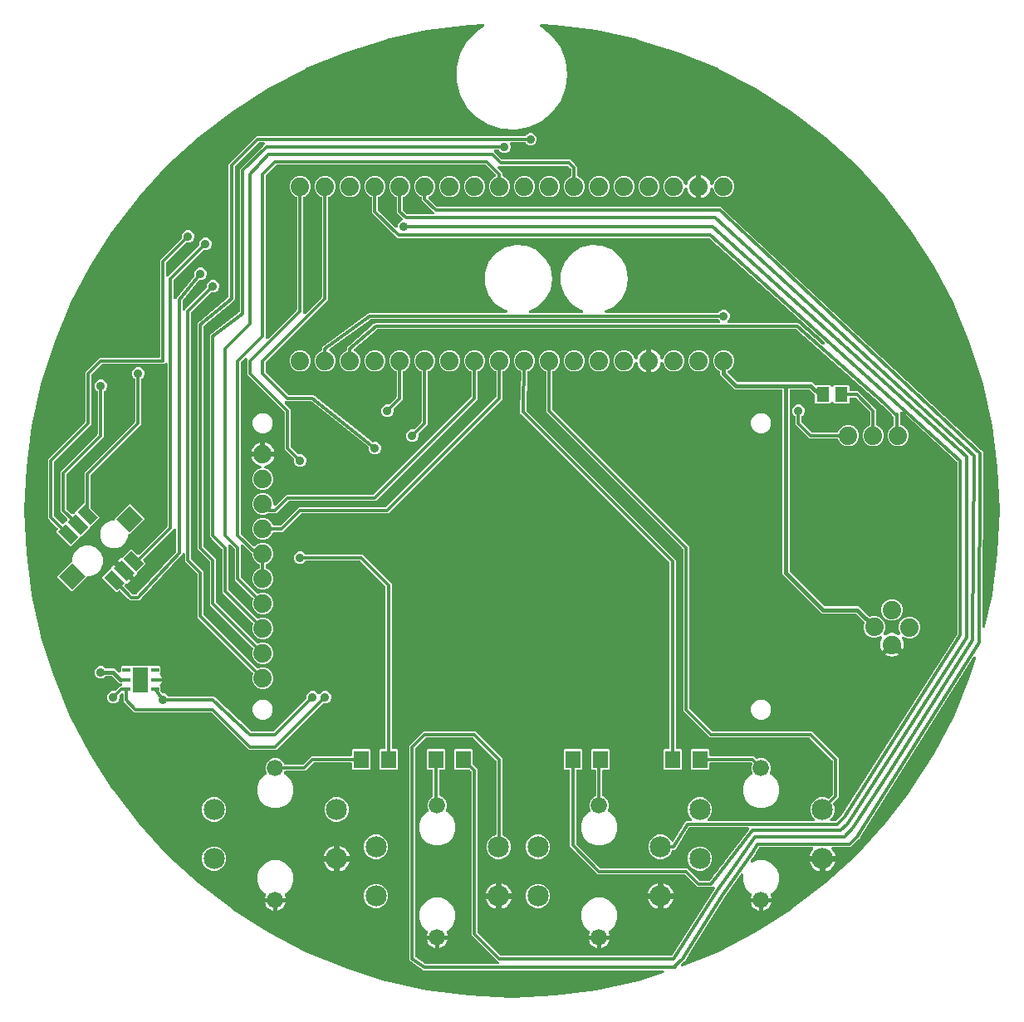
<source format=gbr>
G04 EAGLE Gerber X2 export*
%TF.Part,Single*%
%TF.FileFunction,Copper,L1,Top,Mixed*%
%TF.FilePolarity,Positive*%
%TF.GenerationSoftware,Autodesk,EAGLE,9.0.0*%
%TF.CreationDate,2018-05-04T20:30:49Z*%
G75*
%MOMM*%
%FSLAX34Y34*%
%LPD*%
%AMOC8*
5,1,8,0,0,1.08239X$1,22.5*%
G01*
%ADD10C,2.159000*%
%ADD11C,1.676400*%
%ADD12R,0.850000X0.450000*%
%ADD13R,1.600000X2.500000*%
%ADD14C,1.879600*%
%ADD15R,1.600000X1.800000*%
%ADD16R,1.850000X1.100000*%
%ADD17R,1.900000X2.000000*%
%ADD18R,1.300000X1.600000*%
%ADD19C,0.906400*%
%ADD20C,0.304800*%
%ADD21C,0.406400*%

G36*
X576657Y76310D02*
X576657Y76310D01*
X576702Y76317D01*
X576789Y76321D01*
X619651Y81964D01*
X619695Y81975D01*
X619782Y81987D01*
X661989Y91344D01*
X662031Y91359D01*
X662117Y91379D01*
X687510Y99385D01*
X687617Y99433D01*
X687726Y99472D01*
X687775Y99504D01*
X687828Y99527D01*
X687921Y99598D01*
X688019Y99661D01*
X688060Y99703D01*
X688106Y99738D01*
X688180Y99828D01*
X688261Y99912D01*
X688291Y99962D01*
X688328Y100006D01*
X688380Y100111D01*
X688440Y100211D01*
X688458Y100266D01*
X688484Y100318D01*
X688511Y100432D01*
X688546Y100543D01*
X688551Y100601D01*
X688565Y100657D01*
X688565Y100774D01*
X688574Y100890D01*
X688566Y100948D01*
X688566Y101006D01*
X688540Y101119D01*
X688523Y101235D01*
X688501Y101289D01*
X688488Y101346D01*
X688437Y101450D01*
X688394Y101559D01*
X688361Y101606D01*
X688335Y101659D01*
X688261Y101749D01*
X688195Y101845D01*
X688152Y101884D01*
X688115Y101929D01*
X688023Y102000D01*
X687936Y102078D01*
X687885Y102106D01*
X687839Y102142D01*
X687733Y102190D01*
X687631Y102247D01*
X687575Y102263D01*
X687522Y102287D01*
X687408Y102310D01*
X687296Y102342D01*
X687221Y102348D01*
X687181Y102356D01*
X687136Y102354D01*
X687052Y102361D01*
X444900Y102361D01*
X444890Y102360D01*
X444879Y102361D01*
X444636Y102338D01*
X443754Y102183D01*
X443638Y102247D01*
X443632Y102249D01*
X443626Y102252D01*
X443464Y102296D01*
X443303Y102342D01*
X443295Y102342D01*
X443290Y102344D01*
X443267Y102345D01*
X443253Y102346D01*
X442627Y102971D01*
X442619Y102978D01*
X442612Y102986D01*
X442424Y103142D01*
X431232Y110976D01*
X431084Y111056D01*
X430938Y111137D01*
X430932Y111139D01*
X430926Y111142D01*
X430764Y111186D01*
X430603Y111232D01*
X430595Y111232D01*
X430590Y111234D01*
X430567Y111235D01*
X430553Y111236D01*
X429927Y111861D01*
X429919Y111868D01*
X429912Y111876D01*
X429724Y112032D01*
X428991Y112545D01*
X428954Y112673D01*
X428951Y112679D01*
X428949Y112685D01*
X428866Y112830D01*
X428784Y112977D01*
X428779Y112983D01*
X428776Y112988D01*
X428760Y113005D01*
X428751Y113015D01*
X428751Y113900D01*
X428750Y113910D01*
X428751Y113921D01*
X428728Y114164D01*
X428573Y115046D01*
X428637Y115162D01*
X428639Y115168D01*
X428642Y115174D01*
X428686Y115336D01*
X428732Y115497D01*
X428732Y115505D01*
X428734Y115510D01*
X428735Y115533D01*
X428751Y115741D01*
X428751Y331463D01*
X443237Y345949D01*
X496563Y345949D01*
X523749Y318763D01*
X523749Y240876D01*
X523757Y240800D01*
X523756Y240723D01*
X523777Y240627D01*
X523789Y240529D01*
X523814Y240457D01*
X523831Y240383D01*
X523873Y240294D01*
X523906Y240201D01*
X523948Y240137D01*
X523980Y240068D01*
X524042Y239991D01*
X524095Y239908D01*
X524150Y239855D01*
X524198Y239796D01*
X524275Y239735D01*
X524346Y239666D01*
X524411Y239627D01*
X524471Y239580D01*
X524605Y239511D01*
X524645Y239487D01*
X524663Y239482D01*
X524689Y239468D01*
X526679Y238644D01*
X530144Y235179D01*
X532020Y230651D01*
X532020Y225749D01*
X530144Y221221D01*
X526679Y217756D01*
X522151Y215880D01*
X517249Y215880D01*
X512721Y217756D01*
X509256Y221221D01*
X507380Y225749D01*
X507380Y230651D01*
X509256Y235179D01*
X512721Y238644D01*
X516711Y240297D01*
X516778Y240334D01*
X516849Y240362D01*
X516929Y240418D01*
X517016Y240466D01*
X517072Y240517D01*
X517135Y240561D01*
X517201Y240634D01*
X517274Y240700D01*
X517317Y240763D01*
X517368Y240820D01*
X517416Y240906D01*
X517472Y240987D01*
X517500Y241058D01*
X517537Y241125D01*
X517564Y241220D01*
X517600Y241311D01*
X517611Y241387D01*
X517632Y241460D01*
X517644Y241609D01*
X517651Y241656D01*
X517649Y241675D01*
X517651Y241704D01*
X517651Y315606D01*
X517637Y315732D01*
X517630Y315858D01*
X517617Y315904D01*
X517611Y315952D01*
X517569Y316071D01*
X517534Y316193D01*
X517510Y316235D01*
X517494Y316281D01*
X517425Y316387D01*
X517364Y316497D01*
X517324Y316543D01*
X517305Y316573D01*
X517270Y316607D01*
X517205Y316683D01*
X494483Y339405D01*
X494384Y339484D01*
X494290Y339568D01*
X494248Y339592D01*
X494210Y339622D01*
X494096Y339676D01*
X493985Y339737D01*
X493939Y339750D01*
X493895Y339771D01*
X493772Y339797D01*
X493650Y339832D01*
X493589Y339837D01*
X493554Y339844D01*
X493506Y339843D01*
X493406Y339851D01*
X446394Y339851D01*
X446268Y339837D01*
X446142Y339830D01*
X446096Y339817D01*
X446048Y339811D01*
X445929Y339769D01*
X445807Y339734D01*
X445765Y339710D01*
X445719Y339694D01*
X445613Y339625D01*
X445503Y339564D01*
X445457Y339524D01*
X445427Y339505D01*
X445393Y339470D01*
X445317Y339405D01*
X435295Y329383D01*
X435216Y329284D01*
X435132Y329190D01*
X435108Y329148D01*
X435078Y329110D01*
X435024Y328996D01*
X434963Y328885D01*
X434950Y328839D01*
X434929Y328795D01*
X434903Y328672D01*
X434868Y328550D01*
X434863Y328489D01*
X434856Y328454D01*
X434857Y328406D01*
X434849Y328306D01*
X434849Y116680D01*
X434858Y116596D01*
X434858Y116511D01*
X434878Y116423D01*
X434889Y116334D01*
X434917Y116254D01*
X434936Y116171D01*
X434976Y116091D01*
X435006Y116006D01*
X435052Y115935D01*
X435090Y115858D01*
X435146Y115789D01*
X435195Y115713D01*
X435256Y115654D01*
X435310Y115588D01*
X435410Y115506D01*
X435446Y115471D01*
X435468Y115458D01*
X435498Y115433D01*
X445068Y108734D01*
X445216Y108654D01*
X445362Y108573D01*
X445368Y108571D01*
X445374Y108568D01*
X445536Y108524D01*
X445697Y108478D01*
X445705Y108478D01*
X445710Y108476D01*
X445733Y108475D01*
X445941Y108459D01*
X518552Y108459D01*
X518652Y108470D01*
X518752Y108472D01*
X518825Y108490D01*
X518898Y108499D01*
X518993Y108532D01*
X519090Y108557D01*
X519157Y108591D01*
X519227Y108616D01*
X519311Y108671D01*
X519400Y108717D01*
X519457Y108765D01*
X519519Y108805D01*
X519589Y108877D01*
X519666Y108942D01*
X519710Y109002D01*
X519762Y109056D01*
X519813Y109142D01*
X519873Y109223D01*
X519902Y109291D01*
X519940Y109355D01*
X519971Y109451D01*
X520011Y109543D01*
X520024Y109616D01*
X520047Y109687D01*
X520055Y109787D01*
X520072Y109886D01*
X520069Y109960D01*
X520075Y110034D01*
X520060Y110134D01*
X520055Y110234D01*
X520034Y110305D01*
X520023Y110379D01*
X519986Y110472D01*
X519958Y110569D01*
X519922Y110634D01*
X519894Y110703D01*
X519837Y110785D01*
X519788Y110873D01*
X519723Y110949D01*
X519695Y110989D01*
X519669Y111013D01*
X519629Y111059D01*
X494483Y136205D01*
X492251Y138437D01*
X492251Y304206D01*
X492237Y304332D01*
X492230Y304458D01*
X492217Y304504D01*
X492211Y304552D01*
X492169Y304671D01*
X492134Y304793D01*
X492110Y304835D01*
X492094Y304881D01*
X492025Y304987D01*
X491964Y305097D01*
X491924Y305143D01*
X491905Y305173D01*
X491870Y305207D01*
X491805Y305283D01*
X490559Y306529D01*
X490460Y306608D01*
X490366Y306692D01*
X490324Y306716D01*
X490286Y306746D01*
X490172Y306800D01*
X490061Y306861D01*
X490015Y306874D01*
X489971Y306895D01*
X489848Y306921D01*
X489726Y306956D01*
X489665Y306961D01*
X489630Y306968D01*
X489582Y306967D01*
X489482Y306975D01*
X475268Y306975D01*
X474375Y307868D01*
X474375Y327132D01*
X475268Y328025D01*
X492532Y328025D01*
X493425Y327132D01*
X493425Y312918D01*
X493439Y312792D01*
X493446Y312666D01*
X493459Y312620D01*
X493465Y312572D01*
X493507Y312453D01*
X493542Y312331D01*
X493566Y312289D01*
X493582Y312243D01*
X493651Y312137D01*
X493712Y312027D01*
X493752Y311981D01*
X493771Y311951D01*
X493806Y311917D01*
X493871Y311841D01*
X498349Y307363D01*
X498349Y141594D01*
X498363Y141468D01*
X498370Y141342D01*
X498383Y141296D01*
X498389Y141248D01*
X498431Y141129D01*
X498466Y141007D01*
X498490Y140965D01*
X498506Y140919D01*
X498575Y140813D01*
X498636Y140703D01*
X498676Y140657D01*
X498695Y140627D01*
X498730Y140593D01*
X498795Y140517D01*
X521517Y117795D01*
X521616Y117716D01*
X521710Y117632D01*
X521752Y117608D01*
X521790Y117578D01*
X521904Y117524D01*
X522015Y117463D01*
X522061Y117450D01*
X522105Y117429D01*
X522228Y117403D01*
X522350Y117368D01*
X522411Y117363D01*
X522446Y117356D01*
X522494Y117357D01*
X522594Y117349D01*
X695990Y117349D01*
X696108Y117362D01*
X696226Y117367D01*
X696280Y117382D01*
X696336Y117389D01*
X696448Y117429D01*
X696562Y117460D01*
X696611Y117487D01*
X696665Y117506D01*
X696764Y117570D01*
X696868Y117627D01*
X696910Y117665D01*
X696957Y117695D01*
X697040Y117780D01*
X697128Y117859D01*
X697171Y117917D01*
X697200Y117946D01*
X697223Y117985D01*
X697275Y118054D01*
X739429Y184296D01*
X739469Y184377D01*
X739517Y184453D01*
X739545Y184534D01*
X739582Y184610D01*
X739600Y184691D01*
X740028Y185298D01*
X740062Y185359D01*
X740104Y185416D01*
X740145Y185512D01*
X740195Y185603D01*
X740214Y185671D01*
X740242Y185736D01*
X740261Y185839D01*
X740289Y185939D01*
X740291Y186010D01*
X740304Y186079D01*
X740299Y186183D01*
X740303Y186287D01*
X740290Y186357D01*
X740286Y186427D01*
X740257Y186527D01*
X740238Y186630D01*
X740209Y186694D01*
X740190Y186762D01*
X740139Y186853D01*
X740097Y186948D01*
X740054Y187005D01*
X740020Y187066D01*
X739950Y187143D01*
X739887Y187227D01*
X739833Y187272D01*
X739785Y187324D01*
X739699Y187383D01*
X739619Y187450D01*
X739556Y187481D01*
X739498Y187521D01*
X739401Y187559D01*
X739308Y187606D01*
X739239Y187623D01*
X739174Y187649D01*
X739070Y187664D01*
X738969Y187688D01*
X738898Y187688D01*
X738829Y187699D01*
X738663Y187690D01*
X738620Y187690D01*
X738606Y187687D01*
X738584Y187686D01*
X738536Y187680D01*
X738510Y187673D01*
X738483Y187672D01*
X738341Y187631D01*
X738198Y187595D01*
X738174Y187583D01*
X738149Y187575D01*
X738020Y187503D01*
X737919Y187451D01*
X736899Y187451D01*
X736853Y187446D01*
X736701Y187438D01*
X735693Y187306D01*
X735676Y187316D01*
X735651Y187324D01*
X735627Y187337D01*
X735485Y187377D01*
X735345Y187422D01*
X735318Y187424D01*
X735292Y187432D01*
X735048Y187451D01*
X722637Y187451D01*
X710383Y199705D01*
X710284Y199784D01*
X710190Y199868D01*
X710148Y199892D01*
X710110Y199922D01*
X709996Y199976D01*
X709885Y200037D01*
X709839Y200050D01*
X709795Y200071D01*
X709672Y200097D01*
X709550Y200132D01*
X709489Y200137D01*
X709454Y200144D01*
X709406Y200143D01*
X709306Y200151D01*
X621037Y200151D01*
X618805Y202383D01*
X594783Y226405D01*
X592551Y228637D01*
X592551Y305452D01*
X592548Y305478D01*
X592550Y305504D01*
X592528Y305651D01*
X592511Y305798D01*
X592503Y305823D01*
X592499Y305849D01*
X592444Y305987D01*
X592394Y306126D01*
X592380Y306148D01*
X592370Y306173D01*
X592285Y306294D01*
X592205Y306419D01*
X592186Y306437D01*
X592171Y306459D01*
X592061Y306558D01*
X591954Y306661D01*
X591932Y306675D01*
X591912Y306692D01*
X591782Y306764D01*
X591655Y306840D01*
X591630Y306848D01*
X591607Y306861D01*
X591464Y306901D01*
X591323Y306946D01*
X591297Y306948D01*
X591272Y306956D01*
X591028Y306975D01*
X586968Y306975D01*
X586075Y307868D01*
X586075Y327132D01*
X586968Y328025D01*
X604232Y328025D01*
X605125Y327132D01*
X605125Y307868D01*
X604232Y306975D01*
X600172Y306975D01*
X600146Y306972D01*
X600120Y306974D01*
X599973Y306952D01*
X599826Y306935D01*
X599801Y306927D01*
X599775Y306923D01*
X599637Y306868D01*
X599498Y306818D01*
X599476Y306804D01*
X599451Y306794D01*
X599330Y306709D01*
X599205Y306629D01*
X599187Y306610D01*
X599165Y306595D01*
X599066Y306485D01*
X598963Y306378D01*
X598949Y306356D01*
X598932Y306336D01*
X598860Y306206D01*
X598784Y306079D01*
X598776Y306054D01*
X598763Y306031D01*
X598723Y305888D01*
X598678Y305747D01*
X598676Y305721D01*
X598668Y305696D01*
X598649Y305452D01*
X598649Y231794D01*
X598663Y231668D01*
X598670Y231542D01*
X598683Y231496D01*
X598689Y231448D01*
X598731Y231329D01*
X598766Y231207D01*
X598790Y231165D01*
X598806Y231119D01*
X598875Y231013D01*
X598936Y230903D01*
X598976Y230857D01*
X598995Y230827D01*
X599030Y230793D01*
X599095Y230717D01*
X623117Y206695D01*
X623216Y206616D01*
X623310Y206532D01*
X623352Y206508D01*
X623390Y206478D01*
X623504Y206424D01*
X623615Y206363D01*
X623661Y206350D01*
X623705Y206329D01*
X623828Y206303D01*
X623950Y206268D01*
X624011Y206263D01*
X624045Y206256D01*
X624093Y206257D01*
X624194Y206249D01*
X712463Y206249D01*
X724717Y193995D01*
X724816Y193916D01*
X724910Y193832D01*
X724952Y193808D01*
X724990Y193778D01*
X725104Y193724D01*
X725215Y193663D01*
X725261Y193650D01*
X725305Y193629D01*
X725428Y193603D01*
X725550Y193568D01*
X725611Y193563D01*
X725646Y193556D01*
X725694Y193557D01*
X725794Y193549D01*
X734346Y193549D01*
X734397Y193555D01*
X734448Y193552D01*
X734570Y193575D01*
X734692Y193589D01*
X734740Y193606D01*
X734791Y193615D01*
X734904Y193665D01*
X735020Y193706D01*
X735063Y193734D01*
X735111Y193755D01*
X735209Y193828D01*
X735313Y193895D01*
X735349Y193932D01*
X735390Y193963D01*
X735554Y194145D01*
X735555Y194146D01*
X736484Y195356D01*
X736484Y195357D01*
X737653Y196880D01*
X738822Y198403D01*
X739991Y199926D01*
X739991Y199927D01*
X741160Y201449D01*
X741160Y201450D01*
X742329Y202973D01*
X743498Y204496D01*
X744667Y206019D01*
X745836Y207542D01*
X745836Y207543D01*
X747005Y209066D01*
X748174Y210589D01*
X749343Y212112D01*
X750512Y213635D01*
X750512Y213636D01*
X751681Y215159D01*
X752850Y216682D01*
X754019Y218205D01*
X754019Y218206D01*
X755188Y219728D01*
X755188Y219729D01*
X756357Y221252D01*
X757526Y222775D01*
X758695Y224298D01*
X759864Y225821D01*
X759864Y225822D01*
X761033Y227345D01*
X762202Y228868D01*
X763371Y230391D01*
X763371Y230392D01*
X764540Y231914D01*
X764540Y231915D01*
X765709Y233438D01*
X766878Y234961D01*
X768047Y236484D01*
X769216Y238007D01*
X769216Y238008D01*
X770385Y239531D01*
X771554Y241054D01*
X772723Y242577D01*
X773892Y244100D01*
X773892Y244101D01*
X775061Y245624D01*
X775146Y245735D01*
X775160Y245758D01*
X775178Y245778D01*
X775250Y245907D01*
X775326Y246034D01*
X775334Y246059D01*
X775347Y246083D01*
X775387Y246225D01*
X775432Y246366D01*
X775434Y246392D01*
X775442Y246418D01*
X775461Y246662D01*
X775461Y246888D01*
X775458Y246914D01*
X775460Y246940D01*
X775438Y247087D01*
X775421Y247234D01*
X775413Y247259D01*
X775409Y247285D01*
X775354Y247423D01*
X775304Y247562D01*
X775290Y247584D01*
X775280Y247609D01*
X775195Y247730D01*
X775115Y247855D01*
X775096Y247873D01*
X775081Y247895D01*
X774971Y247994D01*
X774864Y248097D01*
X774842Y248111D01*
X774822Y248128D01*
X774692Y248200D01*
X774565Y248276D01*
X774540Y248284D01*
X774517Y248297D01*
X774374Y248337D01*
X774233Y248382D01*
X774207Y248384D01*
X774182Y248392D01*
X773938Y248411D01*
X715020Y248411D01*
X714892Y248397D01*
X714764Y248390D01*
X714719Y248377D01*
X714673Y248371D01*
X714552Y248328D01*
X714429Y248292D01*
X714389Y248269D01*
X714345Y248254D01*
X714237Y248184D01*
X714125Y248121D01*
X714091Y248090D01*
X714052Y248065D01*
X713963Y247973D01*
X713868Y247886D01*
X713834Y247839D01*
X713810Y247814D01*
X713785Y247772D01*
X713724Y247689D01*
X701376Y227702D01*
X701323Y227590D01*
X701263Y227481D01*
X701249Y227432D01*
X701228Y227387D01*
X701202Y227265D01*
X701168Y227145D01*
X701163Y227082D01*
X701156Y227046D01*
X701157Y226998D01*
X701152Y226940D01*
X700632Y226421D01*
X700599Y226378D01*
X700558Y226341D01*
X700421Y226155D01*
X700416Y226148D01*
X700415Y226146D01*
X700414Y226144D01*
X700026Y225518D01*
X699948Y225489D01*
X699828Y225455D01*
X699784Y225430D01*
X699737Y225413D01*
X699632Y225345D01*
X699524Y225285D01*
X699475Y225243D01*
X699445Y225223D01*
X699412Y225189D01*
X699367Y225151D01*
X698633Y225151D01*
X698579Y225145D01*
X698524Y225147D01*
X698295Y225112D01*
X698287Y225111D01*
X698285Y225111D01*
X698283Y225110D01*
X697459Y224916D01*
X697389Y224891D01*
X697316Y224875D01*
X697226Y224832D01*
X697131Y224797D01*
X697069Y224757D01*
X697002Y224725D01*
X696923Y224662D01*
X696839Y224608D01*
X696787Y224554D01*
X696729Y224508D01*
X696667Y224429D01*
X696597Y224356D01*
X696559Y224292D01*
X696513Y224234D01*
X696443Y224096D01*
X696419Y224057D01*
X696414Y224040D01*
X696402Y224016D01*
X695244Y221221D01*
X691779Y217756D01*
X687251Y215880D01*
X682349Y215880D01*
X677821Y217756D01*
X674356Y221221D01*
X672480Y225749D01*
X672480Y230651D01*
X674356Y235179D01*
X677821Y238644D01*
X682349Y240520D01*
X687251Y240520D01*
X691779Y238644D01*
X695244Y235179D01*
X695544Y234456D01*
X695617Y234323D01*
X695688Y234187D01*
X695702Y234170D01*
X695713Y234151D01*
X695815Y234038D01*
X695914Y233923D01*
X695932Y233909D01*
X695947Y233893D01*
X696072Y233806D01*
X696195Y233716D01*
X696215Y233707D01*
X696234Y233695D01*
X696375Y233639D01*
X696516Y233579D01*
X696537Y233575D01*
X696558Y233567D01*
X696709Y233545D01*
X696859Y233518D01*
X696881Y233519D01*
X696903Y233516D01*
X697054Y233529D01*
X697207Y233537D01*
X697228Y233543D01*
X697250Y233545D01*
X697395Y233592D01*
X697541Y233635D01*
X697561Y233645D01*
X697582Y233652D01*
X697712Y233731D01*
X697845Y233806D01*
X697861Y233820D01*
X697880Y233832D01*
X697989Y233938D01*
X698102Y234041D01*
X698118Y234063D01*
X698130Y234075D01*
X698155Y234113D01*
X698247Y234238D01*
X709194Y251958D01*
X709247Y252070D01*
X709307Y252179D01*
X709321Y252228D01*
X709342Y252273D01*
X709368Y252395D01*
X709402Y252515D01*
X709407Y252578D01*
X709414Y252614D01*
X709413Y252662D01*
X709418Y252720D01*
X709938Y253239D01*
X709971Y253282D01*
X710012Y253319D01*
X710149Y253505D01*
X710154Y253512D01*
X710155Y253514D01*
X710156Y253516D01*
X710544Y254142D01*
X710622Y254171D01*
X710742Y254205D01*
X710786Y254230D01*
X710833Y254247D01*
X710938Y254315D01*
X711046Y254375D01*
X711095Y254417D01*
X711125Y254437D01*
X711158Y254471D01*
X711203Y254509D01*
X711937Y254509D01*
X711991Y254515D01*
X712046Y254513D01*
X712275Y254548D01*
X712283Y254549D01*
X712285Y254549D01*
X712287Y254550D01*
X713004Y254719D01*
X713080Y254683D01*
X713189Y254623D01*
X713238Y254609D01*
X713283Y254588D01*
X713405Y254562D01*
X713525Y254528D01*
X713588Y254523D01*
X713624Y254516D01*
X713672Y254517D01*
X713768Y254509D01*
X715591Y254509D01*
X715691Y254520D01*
X715791Y254522D01*
X715863Y254540D01*
X715937Y254549D01*
X716032Y254582D01*
X716129Y254607D01*
X716195Y254641D01*
X716265Y254666D01*
X716350Y254721D01*
X716439Y254767D01*
X716496Y254815D01*
X716558Y254855D01*
X716628Y254927D01*
X716704Y254992D01*
X716749Y255052D01*
X716800Y255106D01*
X716852Y255192D01*
X716912Y255273D01*
X716941Y255341D01*
X716979Y255405D01*
X717010Y255501D01*
X717050Y255593D01*
X717063Y255666D01*
X717085Y255737D01*
X717094Y255837D01*
X717111Y255936D01*
X717107Y256010D01*
X717113Y256084D01*
X717099Y256184D01*
X717093Y256284D01*
X717073Y256355D01*
X717062Y256429D01*
X717025Y256522D01*
X716997Y256619D01*
X716960Y256684D01*
X716933Y256753D01*
X716876Y256835D01*
X716827Y256923D01*
X716762Y256999D01*
X716734Y257039D01*
X716708Y257063D01*
X716668Y257109D01*
X714456Y259321D01*
X712580Y263849D01*
X712580Y268751D01*
X714456Y273279D01*
X717921Y276744D01*
X722449Y278620D01*
X727351Y278620D01*
X731879Y276744D01*
X735344Y273279D01*
X737220Y268751D01*
X737220Y263849D01*
X735344Y259321D01*
X733132Y257109D01*
X733069Y257031D01*
X733000Y256958D01*
X732961Y256894D01*
X732915Y256836D01*
X732872Y256745D01*
X732821Y256659D01*
X732798Y256588D01*
X732766Y256521D01*
X732745Y256423D01*
X732715Y256327D01*
X732709Y256253D01*
X732693Y256180D01*
X732695Y256080D01*
X732687Y255980D01*
X732698Y255906D01*
X732699Y255832D01*
X732723Y255735D01*
X732738Y255635D01*
X732766Y255566D01*
X732784Y255494D01*
X732830Y255405D01*
X732867Y255311D01*
X732909Y255250D01*
X732943Y255184D01*
X733009Y255108D01*
X733066Y255025D01*
X733121Y254975D01*
X733169Y254919D01*
X733250Y254859D01*
X733325Y254792D01*
X733390Y254756D01*
X733450Y254711D01*
X733542Y254672D01*
X733630Y254623D01*
X733701Y254603D01*
X733770Y254573D01*
X733868Y254556D01*
X733965Y254528D01*
X734065Y254520D01*
X734113Y254512D01*
X734148Y254514D01*
X734209Y254509D01*
X840591Y254509D01*
X840691Y254520D01*
X840791Y254522D01*
X840863Y254540D01*
X840937Y254549D01*
X841032Y254582D01*
X841129Y254607D01*
X841195Y254641D01*
X841265Y254666D01*
X841350Y254721D01*
X841439Y254767D01*
X841496Y254815D01*
X841558Y254855D01*
X841628Y254927D01*
X841704Y254992D01*
X841749Y255052D01*
X841800Y255106D01*
X841852Y255192D01*
X841912Y255273D01*
X841941Y255341D01*
X841979Y255405D01*
X842010Y255501D01*
X842050Y255593D01*
X842063Y255666D01*
X842085Y255737D01*
X842094Y255837D01*
X842111Y255936D01*
X842107Y256010D01*
X842113Y256084D01*
X842099Y256184D01*
X842093Y256284D01*
X842073Y256355D01*
X842062Y256429D01*
X842025Y256522D01*
X841997Y256619D01*
X841960Y256684D01*
X841933Y256753D01*
X841876Y256835D01*
X841827Y256923D01*
X841762Y256999D01*
X841734Y257039D01*
X841708Y257063D01*
X841668Y257109D01*
X839456Y259321D01*
X837580Y263849D01*
X837580Y268751D01*
X839456Y273279D01*
X842921Y276744D01*
X847449Y278620D01*
X852351Y278620D01*
X855340Y277381D01*
X855414Y277360D01*
X855484Y277330D01*
X855580Y277313D01*
X855675Y277286D01*
X855752Y277282D01*
X855827Y277269D01*
X855925Y277274D01*
X856023Y277269D01*
X856099Y277283D01*
X856175Y277286D01*
X856269Y277314D01*
X856366Y277331D01*
X856436Y277362D01*
X856510Y277383D01*
X856596Y277431D01*
X856686Y277470D01*
X856747Y277516D01*
X856814Y277553D01*
X856928Y277650D01*
X856965Y277678D01*
X856978Y277693D01*
X857000Y277712D01*
X860105Y280817D01*
X860184Y280916D01*
X860268Y281010D01*
X860292Y281052D01*
X860322Y281090D01*
X860376Y281204D01*
X860437Y281315D01*
X860450Y281361D01*
X860471Y281405D01*
X860497Y281528D01*
X860532Y281650D01*
X860537Y281711D01*
X860544Y281746D01*
X860543Y281794D01*
X860551Y281894D01*
X860551Y315606D01*
X860537Y315732D01*
X860530Y315858D01*
X860517Y315904D01*
X860511Y315952D01*
X860469Y316071D01*
X860434Y316193D01*
X860410Y316235D01*
X860394Y316281D01*
X860325Y316387D01*
X860264Y316497D01*
X860224Y316543D01*
X860205Y316573D01*
X860170Y316607D01*
X860105Y316683D01*
X837383Y339405D01*
X837284Y339484D01*
X837190Y339568D01*
X837148Y339592D01*
X837110Y339622D01*
X836996Y339676D01*
X836885Y339737D01*
X836839Y339750D01*
X836795Y339771D01*
X836672Y339797D01*
X836550Y339832D01*
X836489Y339837D01*
X836454Y339844D01*
X836406Y339843D01*
X836306Y339851D01*
X735337Y339851D01*
X708151Y367037D01*
X708151Y531506D01*
X708137Y531632D01*
X708130Y531758D01*
X708117Y531804D01*
X708111Y531852D01*
X708069Y531971D01*
X708034Y532093D01*
X708010Y532135D01*
X707994Y532181D01*
X707925Y532287D01*
X707864Y532397D01*
X707824Y532443D01*
X707805Y532473D01*
X707770Y532507D01*
X707705Y532583D01*
X568451Y671837D01*
X568451Y712322D01*
X568443Y712398D01*
X568444Y712475D01*
X568423Y712571D01*
X568411Y712669D01*
X568386Y712740D01*
X568369Y712815D01*
X568327Y712904D01*
X568294Y712997D01*
X568252Y713061D01*
X568220Y713130D01*
X568158Y713207D01*
X568105Y713289D01*
X568050Y713343D01*
X568002Y713402D01*
X567925Y713463D01*
X567854Y713532D01*
X567789Y713571D01*
X567729Y713618D01*
X567595Y713686D01*
X567555Y713710D01*
X567537Y713716D01*
X567511Y713730D01*
X565313Y714640D01*
X562240Y717713D01*
X560577Y721727D01*
X560577Y726073D01*
X562240Y730087D01*
X565313Y733160D01*
X569327Y734823D01*
X573673Y734823D01*
X577687Y733160D01*
X580760Y730087D01*
X582423Y726073D01*
X582423Y721727D01*
X580760Y717713D01*
X577687Y714640D01*
X575489Y713730D01*
X575422Y713692D01*
X575351Y713664D01*
X575271Y713608D01*
X575184Y713560D01*
X575128Y713509D01*
X575065Y713465D01*
X574999Y713392D01*
X574926Y713326D01*
X574883Y713263D01*
X574832Y713207D01*
X574784Y713120D01*
X574728Y713039D01*
X574700Y712968D01*
X574663Y712902D01*
X574636Y712807D01*
X574600Y712715D01*
X574589Y712640D01*
X574568Y712566D01*
X574556Y712417D01*
X574549Y712370D01*
X574551Y712351D01*
X574549Y712322D01*
X574549Y674994D01*
X574563Y674868D01*
X574570Y674742D01*
X574583Y674696D01*
X574589Y674648D01*
X574631Y674529D01*
X574666Y674407D01*
X574690Y674365D01*
X574706Y674319D01*
X574775Y674213D01*
X574836Y674103D01*
X574876Y674057D01*
X574895Y674027D01*
X574930Y673993D01*
X574995Y673917D01*
X712017Y536895D01*
X714249Y534663D01*
X714249Y370194D01*
X714263Y370068D01*
X714270Y369942D01*
X714283Y369896D01*
X714289Y369848D01*
X714331Y369729D01*
X714366Y369607D01*
X714390Y369565D01*
X714406Y369519D01*
X714475Y369413D01*
X714536Y369303D01*
X714576Y369257D01*
X714595Y369227D01*
X714630Y369193D01*
X714695Y369117D01*
X737417Y346395D01*
X737516Y346316D01*
X737610Y346232D01*
X737652Y346208D01*
X737690Y346178D01*
X737804Y346124D01*
X737915Y346063D01*
X737961Y346050D01*
X738005Y346029D01*
X738128Y346003D01*
X738250Y345968D01*
X738311Y345963D01*
X738346Y345956D01*
X738394Y345957D01*
X738494Y345949D01*
X839463Y345949D01*
X866649Y318763D01*
X866649Y278737D01*
X864417Y276505D01*
X861312Y273400D01*
X861264Y273340D01*
X861209Y273287D01*
X861156Y273204D01*
X861095Y273127D01*
X861062Y273058D01*
X861021Y272994D01*
X860988Y272901D01*
X860946Y272812D01*
X860930Y272737D01*
X860904Y272665D01*
X860893Y272567D01*
X860873Y272471D01*
X860874Y272395D01*
X860865Y272319D01*
X860877Y272221D01*
X860879Y272123D01*
X860897Y272049D01*
X860906Y271973D01*
X860952Y271830D01*
X860964Y271785D01*
X860972Y271768D01*
X860981Y271740D01*
X862220Y268751D01*
X862220Y263849D01*
X860344Y259321D01*
X858132Y257109D01*
X858069Y257031D01*
X858000Y256958D01*
X857961Y256894D01*
X857915Y256836D01*
X857872Y256745D01*
X857821Y256659D01*
X857798Y256588D01*
X857766Y256521D01*
X857745Y256423D01*
X857715Y256327D01*
X857709Y256253D01*
X857693Y256180D01*
X857695Y256080D01*
X857687Y255980D01*
X857698Y255906D01*
X857699Y255832D01*
X857723Y255735D01*
X857738Y255635D01*
X857766Y255566D01*
X857784Y255494D01*
X857830Y255405D01*
X857867Y255311D01*
X857909Y255250D01*
X857943Y255184D01*
X858009Y255108D01*
X858066Y255025D01*
X858121Y254975D01*
X858169Y254919D01*
X858250Y254859D01*
X858325Y254792D01*
X858390Y254756D01*
X858450Y254711D01*
X858542Y254672D01*
X858630Y254623D01*
X858701Y254603D01*
X858770Y254573D01*
X858868Y254556D01*
X858965Y254528D01*
X859065Y254520D01*
X859113Y254512D01*
X859148Y254514D01*
X859209Y254509D01*
X862976Y254509D01*
X863102Y254523D01*
X863228Y254530D01*
X863274Y254543D01*
X863322Y254549D01*
X863441Y254591D01*
X863563Y254626D01*
X863605Y254650D01*
X863651Y254666D01*
X863757Y254735D01*
X863867Y254796D01*
X863913Y254836D01*
X863943Y254855D01*
X863977Y254890D01*
X864053Y254955D01*
X869980Y260882D01*
X870007Y260916D01*
X870040Y260945D01*
X870188Y261140D01*
X987313Y445014D01*
X987372Y445135D01*
X987437Y445253D01*
X987448Y445292D01*
X987465Y445328D01*
X987495Y445458D01*
X987532Y445589D01*
X987536Y445638D01*
X987542Y445667D01*
X987542Y445717D01*
X987551Y445832D01*
X987551Y620265D01*
X987532Y620430D01*
X987515Y620595D01*
X987512Y620602D01*
X987511Y620611D01*
X987455Y620767D01*
X987401Y620924D01*
X987397Y620931D01*
X987394Y620939D01*
X987304Y621078D01*
X987215Y621219D01*
X987209Y621226D01*
X987205Y621232D01*
X987185Y621251D01*
X987047Y621397D01*
X931421Y671488D01*
X931372Y671523D01*
X931328Y671565D01*
X931230Y671624D01*
X931137Y671690D01*
X931081Y671713D01*
X931029Y671744D01*
X930921Y671779D01*
X930815Y671822D01*
X930755Y671832D01*
X930697Y671850D01*
X930583Y671859D01*
X930471Y671877D01*
X930410Y671873D01*
X930350Y671878D01*
X930237Y671861D01*
X930123Y671853D01*
X930065Y671835D01*
X930005Y671826D01*
X929899Y671784D01*
X929790Y671751D01*
X929738Y671720D01*
X929681Y671698D01*
X929588Y671633D01*
X929489Y671575D01*
X929445Y671533D01*
X929395Y671499D01*
X929319Y671414D01*
X929236Y671336D01*
X929202Y671285D01*
X929162Y671240D01*
X929106Y671140D01*
X929044Y671045D01*
X929023Y670988D01*
X928993Y670935D01*
X928962Y670825D01*
X928922Y670718D01*
X928915Y670658D01*
X928898Y670599D01*
X928882Y670400D01*
X928879Y670372D01*
X928880Y670366D01*
X928879Y670356D01*
X928879Y659804D01*
X928887Y659728D01*
X928886Y659651D01*
X928907Y659555D01*
X928919Y659457D01*
X928944Y659386D01*
X928961Y659311D01*
X929003Y659222D01*
X929036Y659129D01*
X929078Y659065D01*
X929110Y658996D01*
X929172Y658919D01*
X929225Y658837D01*
X929280Y658783D01*
X929328Y658724D01*
X929405Y658663D01*
X929476Y658594D01*
X929541Y658555D01*
X929601Y658508D01*
X929734Y658440D01*
X929775Y658416D01*
X929793Y658410D01*
X929819Y658396D01*
X933287Y656960D01*
X936360Y653887D01*
X938023Y649873D01*
X938023Y645527D01*
X936360Y641513D01*
X933287Y638440D01*
X929273Y636777D01*
X924927Y636777D01*
X920913Y638440D01*
X917840Y641513D01*
X916177Y645527D01*
X916177Y649873D01*
X917840Y653887D01*
X920913Y656960D01*
X921841Y657344D01*
X921908Y657381D01*
X921979Y657410D01*
X922060Y657466D01*
X922146Y657514D01*
X922202Y657565D01*
X922265Y657609D01*
X922331Y657682D01*
X922404Y657748D01*
X922447Y657811D01*
X922498Y657867D01*
X922546Y657953D01*
X922602Y658034D01*
X922630Y658106D01*
X922667Y658172D01*
X922694Y658267D01*
X922730Y658359D01*
X922741Y658434D01*
X922762Y658508D01*
X922774Y658657D01*
X922781Y658703D01*
X922779Y658723D01*
X922781Y658752D01*
X922781Y666126D01*
X922767Y666252D01*
X922760Y666378D01*
X922747Y666424D01*
X922741Y666472D01*
X922699Y666591D01*
X922664Y666713D01*
X922640Y666755D01*
X922624Y666801D01*
X922555Y666907D01*
X922494Y667017D01*
X922454Y667063D01*
X922435Y667093D01*
X922400Y667127D01*
X922335Y667203D01*
X921065Y668473D01*
X911072Y678466D01*
X911045Y678488D01*
X911005Y678530D01*
X823506Y756028D01*
X823440Y756074D01*
X823381Y756128D01*
X823298Y756174D01*
X823221Y756228D01*
X823146Y756258D01*
X823076Y756297D01*
X822985Y756323D01*
X822897Y756358D01*
X822818Y756370D01*
X822740Y756392D01*
X822601Y756403D01*
X822553Y756410D01*
X822531Y756409D01*
X822496Y756411D01*
X396661Y756411D01*
X396594Y756403D01*
X396525Y756405D01*
X396421Y756384D01*
X396315Y756371D01*
X396251Y756348D01*
X396184Y756335D01*
X396087Y756290D01*
X395987Y756254D01*
X395930Y756217D01*
X395868Y756188D01*
X395728Y756087D01*
X395694Y756065D01*
X395685Y756056D01*
X395670Y756045D01*
X372652Y736315D01*
X372628Y736289D01*
X372601Y736269D01*
X372510Y736162D01*
X372415Y736059D01*
X372398Y736029D01*
X372375Y736003D01*
X372312Y735878D01*
X372242Y735756D01*
X372232Y735723D01*
X372217Y735693D01*
X372183Y735557D01*
X372143Y735422D01*
X372141Y735388D01*
X372133Y735354D01*
X372131Y735214D01*
X372122Y735074D01*
X372128Y735041D01*
X372128Y735006D01*
X372157Y734869D01*
X372181Y734731D01*
X372194Y734699D01*
X372202Y734665D01*
X372262Y734539D01*
X372316Y734410D01*
X372337Y734382D01*
X372352Y734351D01*
X372439Y734241D01*
X372521Y734128D01*
X372547Y734105D01*
X372569Y734078D01*
X372679Y733991D01*
X372785Y733900D01*
X372815Y733884D01*
X372843Y733862D01*
X373060Y733751D01*
X374487Y733160D01*
X377560Y730087D01*
X379223Y726073D01*
X379223Y721727D01*
X377560Y717713D01*
X374487Y714640D01*
X370473Y712977D01*
X366127Y712977D01*
X362113Y714640D01*
X359040Y717713D01*
X357377Y721727D01*
X357377Y726073D01*
X359040Y730087D01*
X362113Y733160D01*
X364208Y734028D01*
X364223Y734036D01*
X364241Y734042D01*
X364376Y734121D01*
X364512Y734197D01*
X364526Y734209D01*
X364541Y734218D01*
X364655Y734326D01*
X364771Y734431D01*
X364781Y734446D01*
X364794Y734458D01*
X364880Y734589D01*
X364969Y734718D01*
X364975Y734734D01*
X364985Y734749D01*
X365039Y734897D01*
X365097Y735042D01*
X365099Y735060D01*
X365105Y735077D01*
X365144Y735318D01*
X365247Y736659D01*
X365245Y736700D01*
X365251Y736776D01*
X365251Y738002D01*
X366182Y738800D01*
X366211Y738831D01*
X366268Y738880D01*
X367138Y739749D01*
X367183Y739770D01*
X367283Y739806D01*
X367340Y739843D01*
X367402Y739872D01*
X367542Y739973D01*
X367576Y739995D01*
X367585Y740004D01*
X367600Y740015D01*
X392852Y761660D01*
X392881Y761691D01*
X392938Y761740D01*
X393806Y762607D01*
X395029Y762513D01*
X395070Y762515D01*
X395146Y762509D01*
X744168Y762509D01*
X744268Y762520D01*
X744368Y762522D01*
X744441Y762540D01*
X744515Y762549D01*
X744609Y762583D01*
X744706Y762607D01*
X744772Y762641D01*
X744843Y762666D01*
X744927Y762721D01*
X745016Y762767D01*
X745073Y762815D01*
X745135Y762855D01*
X745205Y762927D01*
X745282Y762992D01*
X745326Y763052D01*
X745378Y763106D01*
X745429Y763192D01*
X745489Y763273D01*
X745518Y763341D01*
X745556Y763405D01*
X745587Y763501D01*
X745627Y763593D01*
X745640Y763666D01*
X745663Y763737D01*
X745671Y763837D01*
X745689Y763936D01*
X745685Y764010D01*
X745691Y764084D01*
X745676Y764184D01*
X745671Y764284D01*
X745650Y764355D01*
X745639Y764429D01*
X745602Y764522D01*
X745574Y764619D01*
X745538Y764684D01*
X745510Y764753D01*
X745453Y764835D01*
X745404Y764923D01*
X745339Y764999D01*
X745311Y765039D01*
X745285Y765063D01*
X745245Y765109D01*
X744229Y766125D01*
X744130Y766204D01*
X744036Y766288D01*
X743994Y766312D01*
X743956Y766342D01*
X743842Y766396D01*
X743731Y766457D01*
X743685Y766470D01*
X743641Y766491D01*
X743518Y766517D01*
X743396Y766552D01*
X743335Y766557D01*
X743301Y766564D01*
X743252Y766563D01*
X743152Y766571D01*
X390098Y766571D01*
X390094Y766571D01*
X390089Y766571D01*
X389921Y766551D01*
X389752Y766531D01*
X389748Y766530D01*
X389743Y766529D01*
X389584Y766471D01*
X389424Y766414D01*
X389420Y766411D01*
X389416Y766410D01*
X389207Y766283D01*
X347650Y736270D01*
X347577Y736204D01*
X347499Y736145D01*
X347449Y736087D01*
X347392Y736035D01*
X347337Y735954D01*
X347274Y735879D01*
X347239Y735811D01*
X347195Y735747D01*
X347160Y735656D01*
X347115Y735569D01*
X347096Y735494D01*
X347068Y735422D01*
X347054Y735326D01*
X347031Y735231D01*
X347030Y735154D01*
X347019Y735078D01*
X347027Y734980D01*
X347026Y734882D01*
X347042Y734807D01*
X347049Y734730D01*
X347079Y734637D01*
X347100Y734542D01*
X347133Y734472D01*
X347157Y734399D01*
X347208Y734315D01*
X347250Y734227D01*
X347298Y734167D01*
X347338Y734101D01*
X347406Y734031D01*
X347467Y733955D01*
X347528Y733907D01*
X347582Y733852D01*
X347664Y733799D01*
X347741Y733739D01*
X347834Y733691D01*
X347876Y733665D01*
X347908Y733653D01*
X347959Y733627D01*
X349087Y733160D01*
X352160Y730087D01*
X353823Y726073D01*
X353823Y721727D01*
X352160Y717713D01*
X349087Y714640D01*
X345073Y712977D01*
X340727Y712977D01*
X336713Y714640D01*
X333640Y717713D01*
X331977Y721727D01*
X331977Y726073D01*
X333640Y730087D01*
X336713Y733160D01*
X338713Y733988D01*
X338738Y734002D01*
X338766Y734011D01*
X338891Y734087D01*
X339018Y734158D01*
X339039Y734177D01*
X339064Y734192D01*
X339168Y734294D01*
X339276Y734392D01*
X339292Y734416D01*
X339313Y734436D01*
X339391Y734559D01*
X339474Y734679D01*
X339485Y734706D01*
X339500Y734730D01*
X339548Y734867D01*
X339602Y735003D01*
X339606Y735031D01*
X339616Y735059D01*
X339631Y735203D01*
X339653Y735348D01*
X339650Y735377D01*
X339653Y735405D01*
X339639Y735526D01*
X339832Y736724D01*
X339832Y736726D01*
X339851Y736966D01*
X339851Y737902D01*
X339915Y737983D01*
X339918Y737988D01*
X339920Y737991D01*
X339992Y738144D01*
X340064Y738298D01*
X340065Y738303D01*
X340067Y738307D01*
X340070Y738317D01*
X340818Y738857D01*
X340820Y738859D01*
X340859Y738892D01*
X340881Y738906D01*
X340906Y738932D01*
X341003Y739015D01*
X341665Y739677D01*
X341768Y739689D01*
X341772Y739690D01*
X341777Y739691D01*
X341936Y739749D01*
X342096Y739806D01*
X342100Y739809D01*
X342104Y739810D01*
X342313Y739937D01*
X386538Y771877D01*
X386540Y771879D01*
X386723Y772035D01*
X387385Y772697D01*
X387488Y772709D01*
X387492Y772710D01*
X387497Y772711D01*
X387658Y772769D01*
X387816Y772826D01*
X387820Y772829D01*
X387824Y772830D01*
X387832Y772835D01*
X388742Y772688D01*
X388743Y772688D01*
X388744Y772688D01*
X388746Y772688D01*
X388986Y772669D01*
X527228Y772669D01*
X527387Y772687D01*
X527546Y772702D01*
X527560Y772707D01*
X527574Y772709D01*
X527725Y772763D01*
X527877Y772814D01*
X527889Y772821D01*
X527902Y772826D01*
X528036Y772913D01*
X528173Y772997D01*
X528183Y773007D01*
X528195Y773015D01*
X528306Y773130D01*
X528420Y773243D01*
X528427Y773255D01*
X528437Y773266D01*
X528519Y773403D01*
X528604Y773539D01*
X528609Y773553D01*
X528616Y773565D01*
X528665Y773717D01*
X528717Y773869D01*
X528718Y773883D01*
X528722Y773897D01*
X528735Y774056D01*
X528751Y774216D01*
X528749Y774230D01*
X528750Y774244D01*
X528727Y774403D01*
X528706Y774561D01*
X528701Y774575D01*
X528699Y774589D01*
X528640Y774737D01*
X528583Y774887D01*
X528575Y774899D01*
X528570Y774913D01*
X528479Y775044D01*
X528390Y775177D01*
X528379Y775187D01*
X528371Y775199D01*
X528252Y775306D01*
X528135Y775416D01*
X528123Y775423D01*
X528112Y775432D01*
X527971Y775510D01*
X527833Y775590D01*
X527817Y775595D01*
X527807Y775601D01*
X527770Y775611D01*
X527602Y775669D01*
X525882Y776104D01*
X516368Y782320D01*
X509387Y791289D01*
X505697Y802038D01*
X505697Y813402D01*
X509387Y824151D01*
X516368Y833120D01*
X525882Y839336D01*
X536899Y842126D01*
X548225Y841187D01*
X558633Y836622D01*
X566994Y828925D01*
X572403Y818930D01*
X574274Y807720D01*
X572403Y796510D01*
X566994Y786515D01*
X558633Y778818D01*
X551267Y775587D01*
X551237Y775570D01*
X551204Y775558D01*
X551087Y775482D01*
X550966Y775411D01*
X550940Y775388D01*
X550911Y775369D01*
X550814Y775268D01*
X550712Y775172D01*
X550693Y775143D01*
X550669Y775118D01*
X550597Y774998D01*
X550520Y774881D01*
X550508Y774849D01*
X550490Y774819D01*
X550448Y774686D01*
X550399Y774554D01*
X550395Y774520D01*
X550384Y774487D01*
X550373Y774348D01*
X550355Y774209D01*
X550359Y774174D01*
X550356Y774140D01*
X550377Y774001D01*
X550391Y773862D01*
X550403Y773829D01*
X550408Y773795D01*
X550460Y773665D01*
X550505Y773533D01*
X550524Y773503D01*
X550537Y773471D01*
X550616Y773357D01*
X550691Y773238D01*
X550716Y773213D01*
X550736Y773185D01*
X550839Y773092D01*
X550939Y772993D01*
X550969Y772975D01*
X550994Y772952D01*
X551117Y772884D01*
X551236Y772811D01*
X551269Y772800D01*
X551299Y772783D01*
X551434Y772745D01*
X551567Y772701D01*
X551602Y772698D01*
X551635Y772688D01*
X551879Y772669D01*
X604698Y772669D01*
X604857Y772687D01*
X605016Y772702D01*
X605030Y772707D01*
X605044Y772709D01*
X605195Y772763D01*
X605347Y772814D01*
X605359Y772821D01*
X605372Y772826D01*
X605506Y772913D01*
X605643Y772997D01*
X605653Y773007D01*
X605665Y773015D01*
X605776Y773130D01*
X605890Y773243D01*
X605897Y773255D01*
X605907Y773266D01*
X605989Y773403D01*
X606074Y773539D01*
X606079Y773553D01*
X606086Y773565D01*
X606135Y773717D01*
X606187Y773869D01*
X606188Y773883D01*
X606192Y773897D01*
X606205Y774056D01*
X606221Y774216D01*
X606219Y774230D01*
X606220Y774244D01*
X606197Y774403D01*
X606176Y774561D01*
X606171Y774575D01*
X606169Y774589D01*
X606110Y774737D01*
X606053Y774887D01*
X606045Y774899D01*
X606040Y774913D01*
X605949Y775044D01*
X605860Y775177D01*
X605849Y775187D01*
X605841Y775199D01*
X605722Y775306D01*
X605605Y775416D01*
X605593Y775423D01*
X605582Y775432D01*
X605441Y775510D01*
X605303Y775590D01*
X605287Y775595D01*
X605277Y775601D01*
X605240Y775611D01*
X605072Y775669D01*
X603352Y776104D01*
X593838Y782320D01*
X586857Y791289D01*
X583167Y802038D01*
X583167Y813402D01*
X586857Y824151D01*
X593838Y833120D01*
X603352Y839336D01*
X614369Y842126D01*
X625695Y841187D01*
X636103Y836622D01*
X644464Y828925D01*
X649873Y818930D01*
X651744Y807720D01*
X649873Y796510D01*
X644464Y786515D01*
X636103Y778818D01*
X628737Y775587D01*
X628707Y775570D01*
X628674Y775558D01*
X628557Y775482D01*
X628436Y775411D01*
X628410Y775388D01*
X628381Y775369D01*
X628284Y775268D01*
X628182Y775172D01*
X628163Y775143D01*
X628139Y775118D01*
X628067Y774998D01*
X627990Y774881D01*
X627978Y774849D01*
X627960Y774819D01*
X627918Y774686D01*
X627869Y774554D01*
X627865Y774520D01*
X627854Y774487D01*
X627843Y774348D01*
X627825Y774209D01*
X627829Y774174D01*
X627826Y774140D01*
X627847Y774001D01*
X627861Y773862D01*
X627873Y773829D01*
X627878Y773795D01*
X627930Y773665D01*
X627975Y773533D01*
X627994Y773503D01*
X628007Y773471D01*
X628086Y773357D01*
X628161Y773238D01*
X628186Y773213D01*
X628206Y773185D01*
X628309Y773092D01*
X628409Y772993D01*
X628439Y772975D01*
X628464Y772952D01*
X628587Y772884D01*
X628706Y772811D01*
X628739Y772800D01*
X628769Y772783D01*
X628904Y772745D01*
X629037Y772701D01*
X629072Y772698D01*
X629105Y772688D01*
X629349Y772669D01*
X743152Y772669D01*
X743278Y772683D01*
X743404Y772690D01*
X743450Y772703D01*
X743498Y772709D01*
X743617Y772751D01*
X743739Y772786D01*
X743781Y772810D01*
X743827Y772826D01*
X743933Y772895D01*
X744043Y772956D01*
X744089Y772996D01*
X744119Y773015D01*
X744153Y773050D01*
X744229Y773115D01*
X745869Y774755D01*
X748095Y775677D01*
X750505Y775677D01*
X752731Y774755D01*
X754435Y773051D01*
X755357Y770825D01*
X755357Y768415D01*
X754435Y766189D01*
X753355Y765109D01*
X753292Y765030D01*
X753222Y764958D01*
X753184Y764894D01*
X753138Y764836D01*
X753095Y764745D01*
X753044Y764659D01*
X753021Y764588D01*
X752989Y764521D01*
X752968Y764423D01*
X752937Y764327D01*
X752931Y764253D01*
X752916Y764180D01*
X752917Y764080D01*
X752909Y763980D01*
X752920Y763906D01*
X752922Y763832D01*
X752946Y763735D01*
X752961Y763635D01*
X752989Y763566D01*
X753007Y763494D01*
X753053Y763405D01*
X753090Y763311D01*
X753132Y763250D01*
X753166Y763184D01*
X753231Y763108D01*
X753289Y763025D01*
X753344Y762975D01*
X753392Y762919D01*
X753473Y762859D01*
X753547Y762792D01*
X753613Y762756D01*
X753672Y762711D01*
X753765Y762672D01*
X753853Y762623D01*
X753924Y762603D01*
X753992Y762573D01*
X754091Y762556D01*
X754188Y762528D01*
X754288Y762520D01*
X754335Y762512D01*
X754371Y762514D01*
X754432Y762509D01*
X824092Y762509D01*
X824126Y762513D01*
X824184Y762512D01*
X825415Y762586D01*
X826288Y761714D01*
X826315Y761692D01*
X826355Y761650D01*
X849997Y740711D01*
X850134Y740615D01*
X850271Y740517D01*
X850277Y740515D01*
X850282Y740511D01*
X850438Y740449D01*
X850594Y740385D01*
X850600Y740384D01*
X850606Y740381D01*
X850772Y740356D01*
X850938Y740329D01*
X850944Y740330D01*
X850950Y740329D01*
X851119Y740342D01*
X851286Y740353D01*
X851292Y740355D01*
X851298Y740356D01*
X851458Y740406D01*
X851619Y740456D01*
X851624Y740459D01*
X851630Y740461D01*
X851773Y740546D01*
X851920Y740632D01*
X851924Y740636D01*
X851930Y740639D01*
X852050Y740755D01*
X852173Y740871D01*
X852176Y740876D01*
X852181Y740881D01*
X852272Y741021D01*
X852365Y741162D01*
X852367Y741168D01*
X852371Y741173D01*
X852428Y741332D01*
X852486Y741489D01*
X852487Y741495D01*
X852489Y741501D01*
X852509Y741669D01*
X852530Y741834D01*
X852529Y741841D01*
X852530Y741847D01*
X852511Y742015D01*
X852494Y742181D01*
X852492Y742187D01*
X852491Y742193D01*
X852436Y742349D01*
X852380Y742510D01*
X852376Y742516D01*
X852374Y742522D01*
X852285Y742661D01*
X852194Y742805D01*
X852189Y742811D01*
X852186Y742815D01*
X852107Y742898D01*
X852026Y742983D01*
X734594Y848730D01*
X734523Y848780D01*
X734459Y848838D01*
X734382Y848881D01*
X734310Y848932D01*
X734230Y848965D01*
X734154Y849007D01*
X734069Y849031D01*
X733988Y849064D01*
X733902Y849078D01*
X733819Y849102D01*
X733693Y849112D01*
X733644Y849120D01*
X733617Y849118D01*
X733575Y849121D01*
X416567Y849121D01*
X390651Y875037D01*
X390651Y890122D01*
X390643Y890198D01*
X390644Y890275D01*
X390623Y890371D01*
X390611Y890469D01*
X390586Y890541D01*
X390569Y890615D01*
X390527Y890704D01*
X390494Y890797D01*
X390452Y890861D01*
X390420Y890930D01*
X390358Y891007D01*
X390305Y891089D01*
X390250Y891143D01*
X390202Y891202D01*
X390125Y891263D01*
X390054Y891332D01*
X389989Y891371D01*
X389929Y891418D01*
X389796Y891486D01*
X389755Y891511D01*
X389737Y891516D01*
X389711Y891530D01*
X387513Y892440D01*
X384440Y895513D01*
X382777Y899527D01*
X382777Y903873D01*
X384440Y907887D01*
X387513Y910960D01*
X391527Y912623D01*
X395873Y912623D01*
X399887Y910960D01*
X402960Y907887D01*
X404623Y903873D01*
X404623Y899527D01*
X402960Y895513D01*
X399887Y892440D01*
X397689Y891530D01*
X397622Y891493D01*
X397551Y891464D01*
X397470Y891408D01*
X397384Y891360D01*
X397328Y891309D01*
X397265Y891265D01*
X397199Y891192D01*
X397126Y891126D01*
X397083Y891063D01*
X397032Y891007D01*
X396984Y890920D01*
X396928Y890840D01*
X396900Y890769D01*
X396863Y890702D01*
X396836Y890607D01*
X396800Y890515D01*
X396789Y890440D01*
X396768Y890366D01*
X396756Y890217D01*
X396749Y890171D01*
X396751Y890151D01*
X396749Y890122D01*
X396749Y878194D01*
X396763Y878068D01*
X396770Y877942D01*
X396783Y877896D01*
X396789Y877848D01*
X396831Y877729D01*
X396866Y877607D01*
X396890Y877565D01*
X396906Y877519D01*
X396975Y877413D01*
X397036Y877303D01*
X397076Y877257D01*
X397095Y877227D01*
X397130Y877193D01*
X397195Y877117D01*
X414253Y860059D01*
X414331Y859996D01*
X414404Y859926D01*
X414468Y859888D01*
X414526Y859842D01*
X414617Y859799D01*
X414703Y859748D01*
X414774Y859725D01*
X414841Y859693D01*
X414939Y859672D01*
X415035Y859641D01*
X415109Y859635D01*
X415182Y859620D01*
X415282Y859621D01*
X415382Y859613D01*
X415456Y859624D01*
X415530Y859626D01*
X415627Y859650D01*
X415727Y859665D01*
X415796Y859693D01*
X415868Y859711D01*
X415958Y859757D01*
X416051Y859794D01*
X416112Y859836D01*
X416178Y859870D01*
X416255Y859936D01*
X416337Y859993D01*
X416387Y860048D01*
X416443Y860096D01*
X416503Y860177D01*
X416570Y860252D01*
X416606Y860317D01*
X416651Y860376D01*
X416690Y860469D01*
X416739Y860557D01*
X416759Y860628D01*
X416789Y860696D01*
X416806Y860795D01*
X416834Y860892D01*
X416842Y860992D01*
X416850Y861039D01*
X416848Y861075D01*
X416853Y861136D01*
X416853Y862265D01*
X417775Y864491D01*
X419479Y866195D01*
X421202Y866908D01*
X421333Y866981D01*
X421467Y867050D01*
X421485Y867066D01*
X421506Y867077D01*
X421617Y867178D01*
X421732Y867276D01*
X421747Y867295D01*
X421764Y867312D01*
X421850Y867435D01*
X421939Y867556D01*
X421949Y867578D01*
X421963Y867598D01*
X422018Y867738D01*
X422077Y867876D01*
X422082Y867900D01*
X422090Y867922D01*
X422112Y868071D01*
X422139Y868219D01*
X422138Y868243D01*
X422141Y868267D01*
X422129Y868417D01*
X422121Y868567D01*
X422114Y868590D01*
X422112Y868615D01*
X422066Y868758D01*
X422025Y868902D01*
X422013Y868923D01*
X422005Y868946D01*
X421928Y869075D01*
X421854Y869206D01*
X421835Y869229D01*
X421826Y869245D01*
X421793Y869279D01*
X421696Y869393D01*
X418283Y872805D01*
X416051Y875037D01*
X416051Y890122D01*
X416043Y890198D01*
X416044Y890275D01*
X416023Y890371D01*
X416011Y890469D01*
X415986Y890541D01*
X415969Y890615D01*
X415927Y890704D01*
X415894Y890797D01*
X415852Y890861D01*
X415820Y890930D01*
X415758Y891007D01*
X415705Y891089D01*
X415650Y891143D01*
X415602Y891202D01*
X415525Y891263D01*
X415454Y891332D01*
X415389Y891371D01*
X415329Y891418D01*
X415196Y891486D01*
X415155Y891511D01*
X415137Y891516D01*
X415111Y891530D01*
X412913Y892440D01*
X409840Y895513D01*
X408177Y899527D01*
X408177Y903873D01*
X409840Y907887D01*
X412913Y910960D01*
X416927Y912623D01*
X421273Y912623D01*
X425287Y910960D01*
X428360Y907887D01*
X430023Y903873D01*
X430023Y899527D01*
X428360Y895513D01*
X425287Y892440D01*
X423089Y891530D01*
X423022Y891493D01*
X422951Y891464D01*
X422870Y891408D01*
X422784Y891360D01*
X422728Y891309D01*
X422665Y891265D01*
X422599Y891192D01*
X422526Y891126D01*
X422483Y891063D01*
X422432Y891007D01*
X422384Y890920D01*
X422328Y890840D01*
X422300Y890769D01*
X422263Y890702D01*
X422236Y890607D01*
X422200Y890515D01*
X422189Y890440D01*
X422168Y890366D01*
X422156Y890217D01*
X422149Y890171D01*
X422151Y890151D01*
X422149Y890122D01*
X422149Y878194D01*
X422163Y878068D01*
X422170Y877942D01*
X422183Y877896D01*
X422189Y877848D01*
X422231Y877729D01*
X422266Y877607D01*
X422290Y877565D01*
X422306Y877519D01*
X422375Y877413D01*
X422436Y877303D01*
X422476Y877257D01*
X422495Y877227D01*
X422530Y877193D01*
X422595Y877117D01*
X426267Y873445D01*
X426366Y873366D01*
X426460Y873282D01*
X426502Y873258D01*
X426540Y873228D01*
X426654Y873174D01*
X426765Y873113D01*
X426811Y873100D01*
X426855Y873079D01*
X426978Y873053D01*
X427100Y873018D01*
X427161Y873013D01*
X427195Y873006D01*
X427243Y873007D01*
X427344Y872999D01*
X452512Y872999D01*
X452612Y873010D01*
X452712Y873012D01*
X452785Y873030D01*
X452858Y873039D01*
X452953Y873072D01*
X453050Y873097D01*
X453117Y873131D01*
X453187Y873156D01*
X453271Y873211D01*
X453360Y873257D01*
X453417Y873305D01*
X453479Y873345D01*
X453549Y873417D01*
X453626Y873482D01*
X453670Y873542D01*
X453722Y873596D01*
X453773Y873682D01*
X453833Y873763D01*
X453862Y873831D01*
X453900Y873895D01*
X453931Y873991D01*
X453971Y874083D01*
X453984Y874156D01*
X454007Y874227D01*
X454015Y874327D01*
X454032Y874426D01*
X454029Y874500D01*
X454035Y874574D01*
X454020Y874674D01*
X454015Y874774D01*
X453994Y874845D01*
X453983Y874919D01*
X453946Y875012D01*
X453918Y875109D01*
X453882Y875174D01*
X453854Y875243D01*
X453797Y875325D01*
X453748Y875413D01*
X453683Y875489D01*
X453655Y875529D01*
X453629Y875553D01*
X453589Y875599D01*
X443683Y885505D01*
X441451Y887737D01*
X441451Y890122D01*
X441443Y890198D01*
X441444Y890275D01*
X441423Y890371D01*
X441411Y890469D01*
X441386Y890541D01*
X441369Y890615D01*
X441327Y890704D01*
X441294Y890797D01*
X441252Y890861D01*
X441220Y890930D01*
X441158Y891007D01*
X441105Y891089D01*
X441050Y891143D01*
X441002Y891202D01*
X440925Y891263D01*
X440854Y891332D01*
X440789Y891371D01*
X440729Y891418D01*
X440596Y891486D01*
X440555Y891511D01*
X440537Y891516D01*
X440511Y891530D01*
X438313Y892440D01*
X435240Y895513D01*
X433577Y899527D01*
X433577Y903873D01*
X435240Y907887D01*
X438313Y910960D01*
X442327Y912623D01*
X446673Y912623D01*
X450687Y910960D01*
X453760Y907887D01*
X455423Y903873D01*
X455423Y899527D01*
X453760Y895513D01*
X450687Y892440D01*
X449035Y891756D01*
X448903Y891683D01*
X448769Y891614D01*
X448751Y891598D01*
X448730Y891586D01*
X448619Y891485D01*
X448504Y891388D01*
X448490Y891368D01*
X448472Y891352D01*
X448386Y891229D01*
X448297Y891108D01*
X448287Y891085D01*
X448274Y891065D01*
X448219Y890926D01*
X448159Y890788D01*
X448155Y890764D01*
X448146Y890741D01*
X448124Y890593D01*
X448097Y890445D01*
X448098Y890420D01*
X448095Y890396D01*
X448107Y890246D01*
X448115Y890096D01*
X448122Y890073D01*
X448124Y890049D01*
X448170Y889906D01*
X448212Y889762D01*
X448224Y889741D01*
X448231Y889717D01*
X448309Y889588D01*
X448382Y889457D01*
X448401Y889435D01*
X448411Y889419D01*
X448444Y889385D01*
X448540Y889271D01*
X456747Y881065D01*
X456846Y880986D01*
X456940Y880902D01*
X456982Y880878D01*
X457020Y880848D01*
X457134Y880794D01*
X457245Y880733D01*
X457291Y880720D01*
X457335Y880699D01*
X457458Y880673D01*
X457580Y880638D01*
X457641Y880633D01*
X457676Y880626D01*
X457724Y880627D01*
X457824Y880619D01*
X745411Y880619D01*
X745432Y880621D01*
X745464Y880620D01*
X746709Y880663D01*
X747590Y879781D01*
X747606Y879768D01*
X747628Y879745D01*
X1011695Y633366D01*
X1011772Y633310D01*
X1011842Y633246D01*
X1011911Y633207D01*
X1011976Y633159D01*
X1012029Y633136D01*
X1013024Y632128D01*
X1013043Y632113D01*
X1013069Y632085D01*
X1013977Y631237D01*
X1013969Y629994D01*
X1013972Y629969D01*
X1013970Y629931D01*
X1014019Y628529D01*
X1014005Y628451D01*
X1013978Y628359D01*
X1013969Y628251D01*
X1013960Y628202D01*
X1013962Y628169D01*
X1013957Y628116D01*
X1012808Y453457D01*
X1012809Y453444D01*
X1012808Y453430D01*
X1012828Y453271D01*
X1012845Y453111D01*
X1012850Y453098D01*
X1012852Y453085D01*
X1012908Y452934D01*
X1012961Y452782D01*
X1012968Y452771D01*
X1012973Y452758D01*
X1013061Y452624D01*
X1013148Y452488D01*
X1013158Y452478D01*
X1013165Y452467D01*
X1013282Y452357D01*
X1013397Y452244D01*
X1013409Y452237D01*
X1013418Y452228D01*
X1013557Y452147D01*
X1013695Y452063D01*
X1013708Y452059D01*
X1013719Y452052D01*
X1013873Y452005D01*
X1014026Y451955D01*
X1014040Y451954D01*
X1014053Y451950D01*
X1014213Y451939D01*
X1014373Y451925D01*
X1014387Y451927D01*
X1014400Y451926D01*
X1014559Y451951D01*
X1014718Y451974D01*
X1014731Y451979D01*
X1014744Y451981D01*
X1014893Y452042D01*
X1015043Y452101D01*
X1015054Y452108D01*
X1015067Y452113D01*
X1015198Y452207D01*
X1015330Y452298D01*
X1015340Y452308D01*
X1015351Y452316D01*
X1015457Y452436D01*
X1015566Y452555D01*
X1015572Y452567D01*
X1015581Y452577D01*
X1015657Y452719D01*
X1015736Y452859D01*
X1015740Y452872D01*
X1015746Y452884D01*
X1015818Y453118D01*
X1022913Y485118D01*
X1022917Y485163D01*
X1022936Y485249D01*
X1028579Y528111D01*
X1028579Y528156D01*
X1028590Y528243D01*
X1030476Y571434D01*
X1030473Y571479D01*
X1030476Y571566D01*
X1028590Y614757D01*
X1028583Y614802D01*
X1028579Y614889D01*
X1022936Y657751D01*
X1022925Y657795D01*
X1022913Y657882D01*
X1013556Y700089D01*
X1013541Y700131D01*
X1013521Y700217D01*
X1000521Y741448D01*
X1000503Y741489D01*
X1000476Y741572D01*
X983932Y781513D01*
X983910Y781553D01*
X983876Y781634D01*
X963913Y819980D01*
X963899Y820001D01*
X963895Y820013D01*
X963878Y820036D01*
X963847Y820095D01*
X940619Y856557D01*
X940590Y856592D01*
X940543Y856665D01*
X914225Y890963D01*
X914193Y890996D01*
X914139Y891065D01*
X884933Y922939D01*
X884898Y922968D01*
X884839Y923033D01*
X852965Y952239D01*
X852928Y952266D01*
X852863Y952325D01*
X818565Y978643D01*
X818527Y978666D01*
X818457Y978719D01*
X781995Y1001947D01*
X781955Y1001967D01*
X781880Y1002013D01*
X743534Y1021976D01*
X743491Y1021992D01*
X743413Y1022032D01*
X703472Y1038576D01*
X703429Y1038588D01*
X703348Y1038621D01*
X662117Y1051621D01*
X662072Y1051630D01*
X661988Y1051656D01*
X619782Y1061013D01*
X619737Y1061017D01*
X619651Y1061036D01*
X576789Y1066679D01*
X576744Y1066679D01*
X576657Y1066690D01*
X563451Y1067267D01*
X563403Y1067263D01*
X563356Y1067268D01*
X563230Y1067251D01*
X563103Y1067242D01*
X563058Y1067228D01*
X563010Y1067222D01*
X562891Y1067176D01*
X562770Y1067139D01*
X562729Y1067115D01*
X562685Y1067098D01*
X562579Y1067027D01*
X562470Y1066963D01*
X562435Y1066930D01*
X562395Y1066903D01*
X562309Y1066811D01*
X562217Y1066723D01*
X562190Y1066683D01*
X562158Y1066648D01*
X562095Y1066538D01*
X562025Y1066432D01*
X562008Y1066387D01*
X561985Y1066346D01*
X561948Y1066224D01*
X561904Y1066105D01*
X561898Y1066058D01*
X561885Y1066012D01*
X561877Y1065885D01*
X561861Y1065759D01*
X561866Y1065712D01*
X561863Y1065664D01*
X561884Y1065539D01*
X561898Y1065413D01*
X561914Y1065367D01*
X561921Y1065320D01*
X561971Y1065203D01*
X562012Y1065083D01*
X562038Y1065043D01*
X562056Y1064999D01*
X562131Y1064896D01*
X562199Y1064789D01*
X562233Y1064755D01*
X562261Y1064717D01*
X562356Y1064634D01*
X562447Y1064544D01*
X562488Y1064519D01*
X562524Y1064488D01*
X562736Y1064367D01*
X563782Y1063874D01*
X574733Y1054815D01*
X583088Y1043316D01*
X588320Y1030101D01*
X590101Y1016000D01*
X588320Y1001899D01*
X583088Y988684D01*
X574733Y977185D01*
X563782Y968126D01*
X550922Y962074D01*
X536960Y959411D01*
X522775Y960303D01*
X509258Y964695D01*
X497257Y972311D01*
X487528Y982672D01*
X480681Y995127D01*
X477146Y1008893D01*
X477146Y1023107D01*
X480681Y1036873D01*
X487528Y1049328D01*
X497257Y1059689D01*
X504813Y1064484D01*
X504912Y1064564D01*
X505015Y1064637D01*
X505047Y1064673D01*
X505084Y1064703D01*
X505162Y1064803D01*
X505246Y1064898D01*
X505269Y1064940D01*
X505298Y1064978D01*
X505351Y1065093D01*
X505411Y1065204D01*
X505424Y1065251D01*
X505444Y1065295D01*
X505470Y1065418D01*
X505503Y1065541D01*
X505505Y1065589D01*
X505515Y1065636D01*
X505511Y1065763D01*
X505516Y1065889D01*
X505507Y1065936D01*
X505505Y1065985D01*
X505473Y1066107D01*
X505449Y1066231D01*
X505429Y1066275D01*
X505417Y1066322D01*
X505358Y1066434D01*
X505306Y1066549D01*
X505277Y1066587D01*
X505255Y1066630D01*
X505172Y1066726D01*
X505095Y1066826D01*
X505058Y1066857D01*
X505026Y1066893D01*
X504924Y1066968D01*
X504826Y1067048D01*
X504783Y1067070D01*
X504744Y1067098D01*
X504628Y1067147D01*
X504514Y1067203D01*
X504467Y1067214D01*
X504423Y1067233D01*
X504298Y1067254D01*
X504175Y1067283D01*
X504114Y1067285D01*
X504079Y1067291D01*
X504031Y1067288D01*
X503931Y1067292D01*
X490143Y1066690D01*
X490098Y1066683D01*
X490011Y1066679D01*
X447149Y1061036D01*
X447105Y1061025D01*
X447018Y1061013D01*
X404811Y1051656D01*
X404769Y1051641D01*
X404683Y1051621D01*
X363452Y1038621D01*
X363411Y1038603D01*
X363328Y1038576D01*
X323387Y1022032D01*
X323347Y1022010D01*
X323266Y1021976D01*
X284920Y1002013D01*
X284882Y1001988D01*
X284805Y1001947D01*
X248343Y978719D01*
X248308Y978690D01*
X248235Y978643D01*
X213937Y952325D01*
X213904Y952293D01*
X213835Y952239D01*
X181961Y923033D01*
X181932Y922998D01*
X181867Y922939D01*
X152661Y891065D01*
X152634Y891028D01*
X152575Y890963D01*
X152057Y890288D01*
X150888Y888765D01*
X150888Y888764D01*
X149719Y887241D01*
X148550Y885718D01*
X147382Y884195D01*
X147381Y884195D01*
X147381Y884194D01*
X146213Y882672D01*
X146213Y882671D01*
X146212Y882671D01*
X145044Y881148D01*
X143875Y879625D01*
X142706Y878102D01*
X142706Y878101D01*
X141537Y876579D01*
X141537Y876578D01*
X140369Y875055D01*
X140368Y875055D01*
X139200Y873532D01*
X139199Y873532D01*
X138031Y872009D01*
X138031Y872008D01*
X136862Y870486D01*
X136862Y870485D01*
X135693Y868962D01*
X134524Y867439D01*
X133356Y865916D01*
X133355Y865916D01*
X133355Y865915D01*
X132187Y864393D01*
X132187Y864392D01*
X132186Y864392D01*
X131018Y862869D01*
X129849Y861346D01*
X128680Y859823D01*
X128680Y859822D01*
X127511Y858300D01*
X127511Y858299D01*
X126343Y856776D01*
X126342Y856776D01*
X126257Y856665D01*
X126234Y856627D01*
X126181Y856557D01*
X102953Y820095D01*
X102933Y820055D01*
X102887Y819980D01*
X82924Y781634D01*
X82908Y781591D01*
X82868Y781513D01*
X66324Y741572D01*
X66312Y741529D01*
X66279Y741448D01*
X53279Y700217D01*
X53270Y700172D01*
X53244Y700088D01*
X43887Y657882D01*
X43883Y657837D01*
X43864Y657751D01*
X38221Y614889D01*
X38221Y614844D01*
X38210Y614757D01*
X36324Y571566D01*
X36327Y571521D01*
X36324Y571434D01*
X38210Y528243D01*
X38217Y528198D01*
X38221Y528111D01*
X43864Y485249D01*
X43875Y485205D01*
X43887Y485118D01*
X53244Y442911D01*
X53259Y442869D01*
X53279Y442783D01*
X66279Y401552D01*
X66297Y401511D01*
X66324Y401428D01*
X82868Y361487D01*
X82890Y361447D01*
X82924Y361366D01*
X102887Y323020D01*
X102912Y322982D01*
X102953Y322905D01*
X126181Y286443D01*
X126210Y286408D01*
X126257Y286335D01*
X152575Y252037D01*
X152607Y252004D01*
X152661Y251935D01*
X181867Y220061D01*
X181902Y220032D01*
X181961Y219967D01*
X213835Y190761D01*
X213872Y190734D01*
X213937Y190675D01*
X248235Y164357D01*
X248273Y164334D01*
X248343Y164281D01*
X284805Y141053D01*
X284845Y141033D01*
X284920Y140987D01*
X323266Y121024D01*
X323309Y121008D01*
X323387Y120968D01*
X363328Y104424D01*
X363371Y104412D01*
X363452Y104379D01*
X404683Y91379D01*
X404728Y91370D01*
X404812Y91344D01*
X447018Y81987D01*
X447063Y81983D01*
X447149Y81964D01*
X490011Y76321D01*
X490056Y76321D01*
X490143Y76310D01*
X533334Y74424D01*
X533379Y74427D01*
X533466Y74424D01*
X576657Y76310D01*
G37*
%LPC*%
G36*
X277227Y414527D02*
X277227Y414527D01*
X273213Y416190D01*
X270140Y419263D01*
X268477Y423277D01*
X268477Y427623D01*
X269388Y429821D01*
X269409Y429895D01*
X269439Y429965D01*
X269456Y430061D01*
X269483Y430156D01*
X269487Y430232D01*
X269501Y430308D01*
X269496Y430406D01*
X269500Y430504D01*
X269487Y430579D01*
X269483Y430656D01*
X269456Y430750D01*
X269438Y430847D01*
X269407Y430917D01*
X269386Y430990D01*
X269338Y431076D01*
X269299Y431167D01*
X269253Y431228D01*
X269216Y431295D01*
X269119Y431408D01*
X269091Y431446D01*
X269076Y431459D01*
X269058Y431481D01*
X227783Y472755D01*
X225551Y474987D01*
X225551Y518806D01*
X225537Y518932D01*
X225530Y519058D01*
X225517Y519104D01*
X225511Y519152D01*
X225469Y519271D01*
X225434Y519393D01*
X225410Y519435D01*
X225394Y519481D01*
X225325Y519587D01*
X225264Y519697D01*
X225224Y519743D01*
X225205Y519773D01*
X225170Y519807D01*
X225105Y519883D01*
X212851Y532137D01*
X212851Y759065D01*
X212844Y759125D01*
X212846Y759185D01*
X212824Y759298D01*
X212811Y759411D01*
X212791Y759468D01*
X212779Y759527D01*
X212742Y759609D01*
X212846Y760796D01*
X212844Y760842D01*
X212851Y760928D01*
X212851Y762108D01*
X212875Y762170D01*
X213787Y762937D01*
X213818Y762969D01*
X213884Y763026D01*
X214719Y763860D01*
X214801Y763898D01*
X214909Y763936D01*
X214960Y763969D01*
X215015Y763994D01*
X215179Y764110D01*
X215202Y764125D01*
X215206Y764130D01*
X215214Y764136D01*
X244058Y788364D01*
X244070Y788377D01*
X244085Y788387D01*
X244189Y788503D01*
X244297Y788617D01*
X244306Y788633D01*
X244318Y788646D01*
X244394Y788783D01*
X244473Y788918D01*
X244478Y788936D01*
X244487Y788951D01*
X244529Y789102D01*
X244575Y789251D01*
X244577Y789269D01*
X244582Y789287D01*
X244601Y789530D01*
X244601Y924553D01*
X273057Y953009D01*
X546302Y953009D01*
X546428Y953023D01*
X546554Y953030D01*
X546600Y953043D01*
X546648Y953049D01*
X546767Y953091D01*
X546889Y953126D01*
X546931Y953150D01*
X546977Y953166D01*
X547083Y953235D01*
X547193Y953296D01*
X547239Y953336D01*
X547269Y953355D01*
X547303Y953390D01*
X547379Y953455D01*
X549019Y955095D01*
X551245Y956017D01*
X553655Y956017D01*
X555881Y955095D01*
X557585Y953391D01*
X558507Y951165D01*
X558507Y948755D01*
X557585Y946529D01*
X555881Y944825D01*
X553655Y943903D01*
X551245Y943903D01*
X549019Y944825D01*
X547379Y946465D01*
X547280Y946544D01*
X547186Y946628D01*
X547144Y946652D01*
X547106Y946682D01*
X546992Y946736D01*
X546881Y946797D01*
X546835Y946810D01*
X546791Y946831D01*
X546668Y946857D01*
X546546Y946892D01*
X546485Y946897D01*
X546451Y946904D01*
X546403Y946903D01*
X546302Y946911D01*
X532722Y946911D01*
X532573Y946894D01*
X532423Y946882D01*
X532400Y946874D01*
X532376Y946871D01*
X532234Y946821D01*
X532091Y946775D01*
X532070Y946762D01*
X532048Y946754D01*
X531921Y946672D01*
X531793Y946595D01*
X531775Y946578D01*
X531755Y946565D01*
X531650Y946456D01*
X531543Y946352D01*
X531530Y946332D01*
X531513Y946314D01*
X531435Y946185D01*
X531354Y946059D01*
X531346Y946036D01*
X531334Y946015D01*
X531288Y945872D01*
X531238Y945730D01*
X531235Y945706D01*
X531228Y945683D01*
X531216Y945534D01*
X531199Y945384D01*
X531202Y945360D01*
X531200Y945336D01*
X531222Y945187D01*
X531240Y945038D01*
X531248Y945010D01*
X531251Y944991D01*
X531269Y944947D01*
X531315Y944805D01*
X531837Y943545D01*
X531837Y941135D01*
X530915Y938909D01*
X529211Y937205D01*
X526985Y936283D01*
X524575Y936283D01*
X522349Y937205D01*
X520709Y938845D01*
X520610Y938924D01*
X520516Y939008D01*
X520474Y939032D01*
X520436Y939062D01*
X520322Y939116D01*
X520211Y939177D01*
X520165Y939190D01*
X520121Y939211D01*
X519998Y939237D01*
X519876Y939272D01*
X519815Y939277D01*
X519781Y939284D01*
X519733Y939283D01*
X519632Y939291D01*
X516498Y939291D01*
X516398Y939280D01*
X516298Y939278D01*
X516225Y939260D01*
X516152Y939251D01*
X516057Y939218D01*
X515960Y939193D01*
X515893Y939159D01*
X515823Y939134D01*
X515739Y939079D01*
X515650Y939033D01*
X515593Y938985D01*
X515531Y938945D01*
X515461Y938873D01*
X515384Y938808D01*
X515340Y938748D01*
X515288Y938694D01*
X515237Y938608D01*
X515177Y938527D01*
X515148Y938459D01*
X515110Y938395D01*
X515079Y938299D01*
X515039Y938207D01*
X515026Y938134D01*
X515003Y938063D01*
X514995Y937963D01*
X514978Y937864D01*
X514981Y937790D01*
X514975Y937716D01*
X514990Y937616D01*
X514995Y937516D01*
X515016Y937445D01*
X515027Y937371D01*
X515064Y937278D01*
X515092Y937181D01*
X515128Y937116D01*
X515156Y937047D01*
X515213Y936965D01*
X515262Y936877D01*
X515327Y936801D01*
X515355Y936761D01*
X515381Y936737D01*
X515421Y936691D01*
X522787Y929325D01*
X522886Y929246D01*
X522980Y929162D01*
X523022Y929138D01*
X523060Y929108D01*
X523174Y929054D01*
X523285Y928993D01*
X523331Y928980D01*
X523375Y928959D01*
X523498Y928933D01*
X523620Y928898D01*
X523681Y928893D01*
X523716Y928886D01*
X523764Y928887D01*
X523864Y928879D01*
X593083Y928879D01*
X595315Y926647D01*
X597717Y924245D01*
X599949Y922013D01*
X599949Y913278D01*
X599957Y913202D01*
X599956Y913125D01*
X599977Y913029D01*
X599989Y912931D01*
X600014Y912859D01*
X600031Y912785D01*
X600073Y912696D01*
X600106Y912603D01*
X600148Y912539D01*
X600180Y912470D01*
X600242Y912393D01*
X600295Y912311D01*
X600350Y912257D01*
X600398Y912198D01*
X600475Y912137D01*
X600546Y912068D01*
X600611Y912029D01*
X600671Y911982D01*
X600804Y911914D01*
X600845Y911889D01*
X600863Y911884D01*
X600889Y911870D01*
X603087Y910960D01*
X606160Y907887D01*
X607823Y903873D01*
X607823Y899527D01*
X606160Y895513D01*
X603087Y892440D01*
X599073Y890777D01*
X594727Y890777D01*
X590713Y892440D01*
X587640Y895513D01*
X585977Y899527D01*
X585977Y903873D01*
X587640Y907887D01*
X590713Y910960D01*
X592911Y911870D01*
X592978Y911907D01*
X593049Y911936D01*
X593130Y911992D01*
X593216Y912040D01*
X593272Y912091D01*
X593335Y912135D01*
X593401Y912208D01*
X593474Y912274D01*
X593517Y912337D01*
X593568Y912393D01*
X593616Y912480D01*
X593672Y912560D01*
X593700Y912631D01*
X593737Y912698D01*
X593764Y912793D01*
X593800Y912885D01*
X593811Y912960D01*
X593832Y913034D01*
X593844Y913183D01*
X593851Y913229D01*
X593849Y913249D01*
X593851Y913278D01*
X593851Y918856D01*
X593837Y918982D01*
X593830Y919108D01*
X593817Y919154D01*
X593811Y919202D01*
X593769Y919321D01*
X593734Y919443D01*
X593710Y919485D01*
X593694Y919531D01*
X593625Y919637D01*
X593564Y919747D01*
X593524Y919793D01*
X593505Y919823D01*
X593470Y919857D01*
X593405Y919933D01*
X591003Y922335D01*
X590904Y922414D01*
X590810Y922498D01*
X590768Y922522D01*
X590730Y922552D01*
X590616Y922606D01*
X590505Y922667D01*
X590459Y922680D01*
X590415Y922701D01*
X590292Y922727D01*
X590170Y922762D01*
X590109Y922767D01*
X590075Y922774D01*
X590027Y922773D01*
X589926Y922781D01*
X520308Y922781D01*
X520208Y922770D01*
X520108Y922768D01*
X520035Y922750D01*
X519962Y922741D01*
X519867Y922708D01*
X519770Y922683D01*
X519703Y922649D01*
X519633Y922624D01*
X519549Y922569D01*
X519460Y922523D01*
X519403Y922475D01*
X519341Y922435D01*
X519271Y922363D01*
X519194Y922298D01*
X519150Y922238D01*
X519098Y922184D01*
X519047Y922098D01*
X518987Y922017D01*
X518958Y921949D01*
X518920Y921885D01*
X518889Y921789D01*
X518849Y921697D01*
X518836Y921624D01*
X518813Y921553D01*
X518805Y921453D01*
X518788Y921354D01*
X518791Y921280D01*
X518785Y921206D01*
X518800Y921106D01*
X518805Y921006D01*
X518826Y920935D01*
X518837Y920861D01*
X518874Y920768D01*
X518902Y920671D01*
X518938Y920606D01*
X518966Y920537D01*
X519023Y920455D01*
X519072Y920367D01*
X519137Y920291D01*
X519165Y920251D01*
X519191Y920227D01*
X519231Y920181D01*
X521517Y917895D01*
X523749Y915663D01*
X523749Y913278D01*
X523757Y913202D01*
X523756Y913125D01*
X523777Y913029D01*
X523789Y912931D01*
X523814Y912859D01*
X523831Y912785D01*
X523873Y912696D01*
X523906Y912603D01*
X523948Y912539D01*
X523980Y912470D01*
X524042Y912393D01*
X524095Y912311D01*
X524150Y912257D01*
X524198Y912198D01*
X524275Y912137D01*
X524346Y912068D01*
X524411Y912029D01*
X524471Y911982D01*
X524604Y911914D01*
X524645Y911889D01*
X524663Y911884D01*
X524689Y911870D01*
X526887Y910960D01*
X529960Y907887D01*
X531623Y903873D01*
X531623Y899527D01*
X529960Y895513D01*
X526887Y892440D01*
X522873Y890777D01*
X518527Y890777D01*
X514513Y892440D01*
X511440Y895513D01*
X509777Y899527D01*
X509777Y903873D01*
X511440Y907887D01*
X514513Y910960D01*
X516165Y911644D01*
X516297Y911717D01*
X516431Y911786D01*
X516449Y911802D01*
X516470Y911814D01*
X516581Y911914D01*
X516696Y912012D01*
X516710Y912032D01*
X516728Y912048D01*
X516814Y912171D01*
X516903Y912292D01*
X516913Y912315D01*
X516926Y912335D01*
X516981Y912474D01*
X517041Y912612D01*
X517045Y912636D01*
X517054Y912659D01*
X517076Y912807D01*
X517103Y912955D01*
X517102Y912980D01*
X517105Y913004D01*
X517093Y913154D01*
X517085Y913304D01*
X517078Y913327D01*
X517076Y913351D01*
X517030Y913494D01*
X516988Y913638D01*
X516976Y913659D01*
X516969Y913683D01*
X516891Y913812D01*
X516818Y913943D01*
X516799Y913965D01*
X516789Y913981D01*
X516756Y914015D01*
X516660Y914129D01*
X507183Y923605D01*
X507084Y923684D01*
X506990Y923768D01*
X506948Y923792D01*
X506910Y923822D01*
X506796Y923876D01*
X506685Y923937D01*
X506639Y923950D01*
X506595Y923971D01*
X506472Y923997D01*
X506350Y924032D01*
X506289Y924037D01*
X506254Y924044D01*
X506206Y924043D01*
X506106Y924051D01*
X293994Y924051D01*
X293868Y924037D01*
X293742Y924030D01*
X293696Y924017D01*
X293648Y924011D01*
X293529Y923969D01*
X293407Y923934D01*
X293365Y923910D01*
X293319Y923894D01*
X293213Y923825D01*
X293103Y923764D01*
X293057Y923724D01*
X293027Y923705D01*
X292993Y923670D01*
X292917Y923605D01*
X282895Y913583D01*
X282816Y913484D01*
X282732Y913390D01*
X282708Y913348D01*
X282678Y913310D01*
X282624Y913196D01*
X282563Y913085D01*
X282550Y913039D01*
X282529Y912995D01*
X282503Y912872D01*
X282468Y912750D01*
X282463Y912689D01*
X282456Y912654D01*
X282457Y912606D01*
X282449Y912506D01*
X282449Y747638D01*
X282460Y747538D01*
X282462Y747438D01*
X282480Y747365D01*
X282489Y747292D01*
X282522Y747197D01*
X282547Y747100D01*
X282581Y747033D01*
X282606Y746963D01*
X282661Y746879D01*
X282707Y746790D01*
X282755Y746733D01*
X282795Y746671D01*
X282867Y746601D01*
X282932Y746524D01*
X282992Y746480D01*
X283046Y746428D01*
X283132Y746377D01*
X283213Y746317D01*
X283281Y746288D01*
X283345Y746250D01*
X283441Y746219D01*
X283533Y746179D01*
X283606Y746166D01*
X283677Y746143D01*
X283777Y746135D01*
X283876Y746118D01*
X283950Y746121D01*
X284024Y746115D01*
X284124Y746130D01*
X284224Y746135D01*
X284295Y746156D01*
X284369Y746167D01*
X284462Y746204D01*
X284559Y746232D01*
X284624Y746268D01*
X284693Y746296D01*
X284775Y746353D01*
X284863Y746402D01*
X284939Y746467D01*
X284979Y746495D01*
X285003Y746521D01*
X285049Y746561D01*
X314005Y775517D01*
X314084Y775616D01*
X314168Y775710D01*
X314192Y775752D01*
X314222Y775790D01*
X314276Y775904D01*
X314337Y776015D01*
X314350Y776061D01*
X314371Y776105D01*
X314397Y776228D01*
X314432Y776350D01*
X314437Y776411D01*
X314444Y776446D01*
X314443Y776494D01*
X314451Y776594D01*
X314451Y890122D01*
X314443Y890198D01*
X314444Y890275D01*
X314423Y890371D01*
X314411Y890469D01*
X314386Y890541D01*
X314369Y890615D01*
X314327Y890704D01*
X314294Y890797D01*
X314252Y890861D01*
X314220Y890930D01*
X314158Y891007D01*
X314105Y891089D01*
X314050Y891143D01*
X314002Y891202D01*
X313925Y891263D01*
X313854Y891332D01*
X313789Y891371D01*
X313729Y891418D01*
X313596Y891486D01*
X313555Y891511D01*
X313537Y891516D01*
X313511Y891530D01*
X311313Y892440D01*
X308240Y895513D01*
X306577Y899527D01*
X306577Y903873D01*
X308240Y907887D01*
X311313Y910960D01*
X315327Y912623D01*
X319673Y912623D01*
X323687Y910960D01*
X326760Y907887D01*
X328423Y903873D01*
X328423Y899527D01*
X326760Y895513D01*
X323687Y892440D01*
X321489Y891530D01*
X321422Y891493D01*
X321351Y891464D01*
X321270Y891408D01*
X321184Y891360D01*
X321128Y891309D01*
X321065Y891265D01*
X320999Y891192D01*
X320926Y891126D01*
X320883Y891063D01*
X320832Y891007D01*
X320784Y890920D01*
X320728Y890840D01*
X320700Y890769D01*
X320663Y890702D01*
X320636Y890607D01*
X320600Y890515D01*
X320589Y890440D01*
X320568Y890366D01*
X320556Y890217D01*
X320549Y890171D01*
X320551Y890151D01*
X320549Y890122D01*
X320549Y773038D01*
X320560Y772938D01*
X320562Y772838D01*
X320580Y772765D01*
X320589Y772692D01*
X320622Y772597D01*
X320647Y772500D01*
X320681Y772433D01*
X320706Y772363D01*
X320761Y772279D01*
X320807Y772190D01*
X320855Y772133D01*
X320895Y772071D01*
X320967Y772001D01*
X321032Y771924D01*
X321092Y771880D01*
X321146Y771828D01*
X321232Y771777D01*
X321313Y771717D01*
X321381Y771688D01*
X321445Y771650D01*
X321541Y771619D01*
X321633Y771579D01*
X321706Y771566D01*
X321777Y771543D01*
X321877Y771535D01*
X321976Y771518D01*
X322050Y771521D01*
X322124Y771515D01*
X322224Y771530D01*
X322324Y771535D01*
X322395Y771556D01*
X322469Y771567D01*
X322562Y771604D01*
X322659Y771632D01*
X322724Y771668D01*
X322793Y771696D01*
X322875Y771753D01*
X322963Y771802D01*
X323039Y771867D01*
X323079Y771895D01*
X323103Y771921D01*
X323149Y771961D01*
X339405Y788217D01*
X339484Y788316D01*
X339568Y788410D01*
X339592Y788452D01*
X339622Y788490D01*
X339676Y788604D01*
X339737Y788715D01*
X339750Y788761D01*
X339771Y788805D01*
X339797Y788928D01*
X339832Y789050D01*
X339837Y789111D01*
X339844Y789146D01*
X339843Y789194D01*
X339851Y789294D01*
X339851Y890122D01*
X339843Y890198D01*
X339844Y890275D01*
X339823Y890371D01*
X339811Y890469D01*
X339786Y890541D01*
X339769Y890615D01*
X339727Y890704D01*
X339694Y890797D01*
X339652Y890861D01*
X339620Y890930D01*
X339558Y891007D01*
X339505Y891089D01*
X339450Y891143D01*
X339402Y891202D01*
X339325Y891263D01*
X339254Y891332D01*
X339189Y891371D01*
X339129Y891418D01*
X338996Y891486D01*
X338955Y891511D01*
X338937Y891516D01*
X338911Y891530D01*
X336713Y892440D01*
X333640Y895513D01*
X331977Y899527D01*
X331977Y903873D01*
X333640Y907887D01*
X336713Y910960D01*
X340727Y912623D01*
X345073Y912623D01*
X349087Y910960D01*
X352160Y907887D01*
X353823Y903873D01*
X353823Y899527D01*
X352160Y895513D01*
X349087Y892440D01*
X346889Y891530D01*
X346822Y891493D01*
X346751Y891464D01*
X346670Y891408D01*
X346584Y891360D01*
X346528Y891309D01*
X346465Y891265D01*
X346399Y891192D01*
X346326Y891126D01*
X346283Y891063D01*
X346232Y891007D01*
X346184Y890920D01*
X346128Y890840D01*
X346100Y890769D01*
X346063Y890702D01*
X346036Y890607D01*
X346000Y890515D01*
X345989Y890440D01*
X345968Y890366D01*
X345956Y890217D01*
X345949Y890171D01*
X345951Y890151D01*
X345949Y890122D01*
X345949Y786137D01*
X282895Y723083D01*
X282816Y722984D01*
X282732Y722890D01*
X282708Y722848D01*
X282678Y722810D01*
X282624Y722696D01*
X282563Y722585D01*
X282550Y722539D01*
X282529Y722495D01*
X282503Y722372D01*
X282468Y722250D01*
X282463Y722189D01*
X282456Y722154D01*
X282457Y722106D01*
X282449Y722006D01*
X282449Y713094D01*
X282463Y712968D01*
X282470Y712842D01*
X282483Y712796D01*
X282489Y712748D01*
X282531Y712629D01*
X282566Y712507D01*
X282590Y712465D01*
X282606Y712419D01*
X282675Y712313D01*
X282736Y712203D01*
X282776Y712157D01*
X282795Y712127D01*
X282830Y712093D01*
X282895Y712017D01*
X305617Y689295D01*
X305716Y689216D01*
X305810Y689132D01*
X305852Y689108D01*
X305890Y689078D01*
X306004Y689024D01*
X306115Y688963D01*
X306161Y688950D01*
X306205Y688929D01*
X306328Y688903D01*
X306450Y688868D01*
X306511Y688863D01*
X306546Y688856D01*
X306594Y688857D01*
X306694Y688849D01*
X329947Y688849D01*
X329997Y688854D01*
X330115Y688858D01*
X331197Y688978D01*
X331225Y688963D01*
X331352Y688927D01*
X331401Y688910D01*
X332177Y688135D01*
X332216Y688104D01*
X332302Y688022D01*
X390813Y641214D01*
X390955Y641125D01*
X391094Y641035D01*
X391102Y641033D01*
X391109Y641028D01*
X391267Y640974D01*
X391423Y640919D01*
X391431Y640918D01*
X391438Y640915D01*
X391605Y640898D01*
X391769Y640880D01*
X391777Y640881D01*
X391785Y640880D01*
X391949Y640901D01*
X392115Y640921D01*
X392124Y640924D01*
X392131Y640924D01*
X392155Y640934D01*
X392348Y640996D01*
X392495Y641057D01*
X394905Y641057D01*
X397131Y640135D01*
X398835Y638431D01*
X399757Y636205D01*
X399757Y633795D01*
X398835Y631569D01*
X397131Y629865D01*
X394905Y628943D01*
X392495Y628943D01*
X390269Y629865D01*
X388565Y631569D01*
X387643Y633795D01*
X387643Y635209D01*
X387639Y635245D01*
X387642Y635281D01*
X387619Y635418D01*
X387603Y635555D01*
X387591Y635589D01*
X387585Y635625D01*
X387533Y635753D01*
X387486Y635883D01*
X387466Y635914D01*
X387452Y635947D01*
X387372Y636060D01*
X387297Y636176D01*
X387271Y636201D01*
X387250Y636231D01*
X387072Y636398D01*
X329548Y682417D01*
X329512Y682440D01*
X329480Y682468D01*
X329365Y682532D01*
X329253Y682603D01*
X329212Y682616D01*
X329175Y682637D01*
X329048Y682673D01*
X328923Y682716D01*
X328881Y682720D01*
X328840Y682732D01*
X328596Y682751D01*
X303138Y682751D01*
X303038Y682740D01*
X302938Y682738D01*
X302865Y682720D01*
X302792Y682711D01*
X302697Y682678D01*
X302600Y682653D01*
X302533Y682619D01*
X302463Y682594D01*
X302379Y682539D01*
X302290Y682493D01*
X302233Y682445D01*
X302171Y682405D01*
X302101Y682333D01*
X302024Y682268D01*
X301980Y682208D01*
X301928Y682154D01*
X301877Y682068D01*
X301817Y681987D01*
X301788Y681919D01*
X301750Y681855D01*
X301719Y681759D01*
X301679Y681667D01*
X301666Y681594D01*
X301643Y681523D01*
X301635Y681423D01*
X301618Y681324D01*
X301621Y681250D01*
X301615Y681176D01*
X301630Y681076D01*
X301635Y680976D01*
X301656Y680905D01*
X301667Y680831D01*
X301704Y680738D01*
X301732Y680641D01*
X301768Y680576D01*
X301796Y680507D01*
X301853Y680425D01*
X301902Y680337D01*
X301967Y680261D01*
X301995Y680221D01*
X302021Y680197D01*
X302061Y680151D01*
X305617Y676595D01*
X307849Y674363D01*
X307849Y636894D01*
X307863Y636768D01*
X307870Y636642D01*
X307883Y636596D01*
X307889Y636548D01*
X307931Y636429D01*
X307966Y636307D01*
X307990Y636265D01*
X308006Y636219D01*
X308075Y636113D01*
X308136Y636003D01*
X308176Y635957D01*
X308195Y635927D01*
X308230Y635893D01*
X308295Y635817D01*
X315309Y628803D01*
X315408Y628724D01*
X315502Y628640D01*
X315544Y628616D01*
X315582Y628586D01*
X315696Y628532D01*
X315807Y628471D01*
X315853Y628458D01*
X315897Y628437D01*
X316020Y628411D01*
X316142Y628376D01*
X316203Y628371D01*
X316238Y628364D01*
X316286Y628365D01*
X316386Y628357D01*
X318705Y628357D01*
X320931Y627435D01*
X322635Y625731D01*
X323557Y623505D01*
X323557Y621095D01*
X322635Y618869D01*
X320931Y617165D01*
X318705Y616243D01*
X316295Y616243D01*
X314069Y617165D01*
X312365Y618869D01*
X311443Y621095D01*
X311443Y623414D01*
X311429Y623540D01*
X311422Y623666D01*
X311409Y623712D01*
X311403Y623760D01*
X311361Y623879D01*
X311326Y624001D01*
X311302Y624043D01*
X311286Y624089D01*
X311217Y624195D01*
X311156Y624305D01*
X311116Y624351D01*
X311097Y624381D01*
X311062Y624415D01*
X310997Y624491D01*
X301751Y633737D01*
X301751Y671206D01*
X301737Y671332D01*
X301730Y671458D01*
X301717Y671504D01*
X301711Y671552D01*
X301669Y671671D01*
X301634Y671793D01*
X301610Y671835D01*
X301594Y671881D01*
X301525Y671987D01*
X301464Y672097D01*
X301424Y672143D01*
X301405Y672173D01*
X301370Y672207D01*
X301305Y672283D01*
X263651Y709937D01*
X263651Y725562D01*
X263640Y725662D01*
X263638Y725762D01*
X263620Y725835D01*
X263611Y725908D01*
X263578Y726003D01*
X263553Y726100D01*
X263519Y726167D01*
X263494Y726237D01*
X263439Y726321D01*
X263393Y726410D01*
X263345Y726467D01*
X263305Y726529D01*
X263233Y726599D01*
X263168Y726676D01*
X263108Y726720D01*
X263054Y726772D01*
X262968Y726823D01*
X262887Y726883D01*
X262819Y726912D01*
X262755Y726950D01*
X262659Y726981D01*
X262567Y727021D01*
X262494Y727034D01*
X262423Y727057D01*
X262323Y727065D01*
X262224Y727082D01*
X262150Y727079D01*
X262076Y727085D01*
X261976Y727070D01*
X261876Y727065D01*
X261805Y727044D01*
X261731Y727033D01*
X261638Y726996D01*
X261541Y726968D01*
X261476Y726932D01*
X261407Y726904D01*
X261325Y726847D01*
X261237Y726798D01*
X261161Y726733D01*
X261121Y726705D01*
X261097Y726679D01*
X261051Y726639D01*
X257495Y723083D01*
X257416Y722984D01*
X257332Y722890D01*
X257308Y722848D01*
X257278Y722810D01*
X257224Y722696D01*
X257163Y722585D01*
X257150Y722539D01*
X257129Y722495D01*
X257103Y722372D01*
X257068Y722250D01*
X257063Y722189D01*
X257056Y722154D01*
X257057Y722106D01*
X257049Y722006D01*
X257049Y547994D01*
X257063Y547868D01*
X257070Y547742D01*
X257083Y547696D01*
X257089Y547648D01*
X257131Y547529D01*
X257166Y547407D01*
X257190Y547365D01*
X257206Y547319D01*
X257275Y547213D01*
X257336Y547103D01*
X257376Y547057D01*
X257395Y547027D01*
X257430Y546993D01*
X257495Y546917D01*
X269580Y534831D01*
X269601Y534815D01*
X269618Y534795D01*
X269737Y534707D01*
X269853Y534615D01*
X269877Y534604D01*
X269898Y534588D01*
X270034Y534529D01*
X270168Y534466D01*
X270194Y534460D01*
X270218Y534450D01*
X270364Y534424D01*
X270509Y534393D01*
X270535Y534393D01*
X270561Y534388D01*
X270710Y534396D01*
X270857Y534398D01*
X270883Y534405D01*
X270909Y534406D01*
X271051Y534447D01*
X271195Y534483D01*
X271219Y534496D01*
X271244Y534503D01*
X271373Y534575D01*
X271505Y534643D01*
X271525Y534660D01*
X271548Y534673D01*
X271734Y534831D01*
X273213Y536310D01*
X277227Y537973D01*
X281573Y537973D01*
X285587Y536310D01*
X288660Y533237D01*
X290323Y529223D01*
X290323Y524877D01*
X288660Y520863D01*
X285587Y517790D01*
X283389Y516880D01*
X283322Y516843D01*
X283251Y516814D01*
X283170Y516758D01*
X283084Y516710D01*
X283028Y516659D01*
X282965Y516615D01*
X282899Y516542D01*
X282826Y516476D01*
X282783Y516413D01*
X282732Y516357D01*
X282684Y516270D01*
X282628Y516190D01*
X282600Y516119D01*
X282563Y516052D01*
X282536Y515957D01*
X282500Y515865D01*
X282489Y515790D01*
X282468Y515716D01*
X282456Y515567D01*
X282449Y515521D01*
X282451Y515501D01*
X282449Y515472D01*
X282449Y513228D01*
X282457Y513152D01*
X282456Y513075D01*
X282477Y512979D01*
X282489Y512881D01*
X282514Y512809D01*
X282531Y512735D01*
X282573Y512646D01*
X282606Y512553D01*
X282648Y512489D01*
X282680Y512420D01*
X282742Y512343D01*
X282795Y512261D01*
X282850Y512207D01*
X282898Y512148D01*
X282975Y512087D01*
X283046Y512018D01*
X283111Y511979D01*
X283171Y511932D01*
X283304Y511864D01*
X283345Y511839D01*
X283363Y511834D01*
X283389Y511820D01*
X285587Y510910D01*
X288660Y507837D01*
X290323Y503823D01*
X290323Y499477D01*
X288660Y495463D01*
X285587Y492390D01*
X281573Y490727D01*
X277227Y490727D01*
X273213Y492390D01*
X270140Y495463D01*
X268477Y499477D01*
X268477Y503823D01*
X270140Y507837D01*
X273213Y510910D01*
X275411Y511820D01*
X275478Y511857D01*
X275549Y511886D01*
X275630Y511942D01*
X275716Y511990D01*
X275772Y512041D01*
X275835Y512085D01*
X275901Y512158D01*
X275974Y512224D01*
X276017Y512287D01*
X276068Y512343D01*
X276116Y512430D01*
X276172Y512510D01*
X276200Y512581D01*
X276237Y512648D01*
X276264Y512743D01*
X276300Y512835D01*
X276311Y512910D01*
X276332Y512984D01*
X276344Y513133D01*
X276351Y513179D01*
X276349Y513199D01*
X276351Y513228D01*
X276351Y515472D01*
X276343Y515548D01*
X276344Y515625D01*
X276323Y515721D01*
X276311Y515819D01*
X276286Y515891D01*
X276269Y515965D01*
X276227Y516054D01*
X276194Y516147D01*
X276152Y516211D01*
X276120Y516280D01*
X276058Y516357D01*
X276005Y516439D01*
X275950Y516493D01*
X275902Y516552D01*
X275825Y516613D01*
X275754Y516682D01*
X275689Y516721D01*
X275629Y516768D01*
X275496Y516836D01*
X275455Y516861D01*
X275437Y516866D01*
X275411Y516880D01*
X273213Y517790D01*
X270140Y520863D01*
X268477Y524877D01*
X268477Y526680D01*
X268463Y526806D01*
X268456Y526932D01*
X268443Y526978D01*
X268437Y527026D01*
X268395Y527145D01*
X268360Y527267D01*
X268336Y527309D01*
X268320Y527355D01*
X268251Y527461D01*
X268190Y527571D01*
X268150Y527617D01*
X268131Y527647D01*
X268096Y527681D01*
X268031Y527757D01*
X259649Y536139D01*
X259571Y536202D01*
X259498Y536272D01*
X259434Y536310D01*
X259376Y536356D01*
X259285Y536399D01*
X259199Y536450D01*
X259128Y536473D01*
X259061Y536505D01*
X258963Y536526D01*
X258867Y536557D01*
X258793Y536563D01*
X258720Y536578D01*
X258620Y536577D01*
X258520Y536585D01*
X258446Y536574D01*
X258372Y536572D01*
X258275Y536548D01*
X258175Y536533D01*
X258106Y536505D01*
X258034Y536487D01*
X257944Y536441D01*
X257851Y536404D01*
X257790Y536362D01*
X257724Y536328D01*
X257647Y536262D01*
X257565Y536205D01*
X257515Y536150D01*
X257459Y536102D01*
X257399Y536021D01*
X257332Y535946D01*
X257296Y535881D01*
X257251Y535822D01*
X257212Y535729D01*
X257163Y535641D01*
X257143Y535570D01*
X257113Y535502D01*
X257096Y535403D01*
X257068Y535306D01*
X257060Y535206D01*
X257052Y535159D01*
X257054Y535123D01*
X257049Y535062D01*
X257049Y503544D01*
X257063Y503418D01*
X257070Y503292D01*
X257083Y503246D01*
X257089Y503198D01*
X257131Y503079D01*
X257166Y502957D01*
X257190Y502915D01*
X257206Y502869D01*
X257275Y502763D01*
X257336Y502653D01*
X257376Y502607D01*
X257395Y502577D01*
X257430Y502543D01*
X257495Y502467D01*
X273369Y486592D01*
X273429Y486545D01*
X273482Y486490D01*
X273565Y486437D01*
X273642Y486376D01*
X273711Y486343D01*
X273776Y486302D01*
X273868Y486269D01*
X273957Y486227D01*
X274032Y486211D01*
X274104Y486185D01*
X274202Y486174D01*
X274298Y486154D01*
X274374Y486155D01*
X274450Y486146D01*
X274548Y486158D01*
X274646Y486159D01*
X274721Y486178D01*
X274796Y486187D01*
X274938Y486233D01*
X274984Y486244D01*
X275002Y486253D01*
X275029Y486262D01*
X277227Y487173D01*
X281573Y487173D01*
X285587Y485510D01*
X288660Y482437D01*
X290323Y478423D01*
X290323Y474077D01*
X288660Y470063D01*
X285587Y466990D01*
X281573Y465327D01*
X277227Y465327D01*
X273213Y466990D01*
X270140Y470063D01*
X268477Y474077D01*
X268477Y478423D01*
X269388Y480621D01*
X269409Y480694D01*
X269439Y480764D01*
X269456Y480861D01*
X269483Y480956D01*
X269487Y481032D01*
X269501Y481107D01*
X269496Y481206D01*
X269500Y481304D01*
X269487Y481379D01*
X269483Y481456D01*
X269456Y481550D01*
X269438Y481647D01*
X269407Y481717D01*
X269386Y481790D01*
X269338Y481876D01*
X269299Y481967D01*
X269253Y482028D01*
X269216Y482095D01*
X269119Y482208D01*
X269091Y482246D01*
X269076Y482259D01*
X269058Y482281D01*
X250951Y500387D01*
X250951Y531506D01*
X250937Y531632D01*
X250930Y531758D01*
X250917Y531804D01*
X250911Y531852D01*
X250869Y531971D01*
X250834Y532093D01*
X250810Y532135D01*
X250794Y532181D01*
X250725Y532287D01*
X250664Y532397D01*
X250624Y532443D01*
X250605Y532473D01*
X250570Y532507D01*
X250505Y532583D01*
X246949Y536139D01*
X246871Y536202D01*
X246798Y536272D01*
X246734Y536310D01*
X246676Y536356D01*
X246585Y536399D01*
X246499Y536450D01*
X246428Y536473D01*
X246361Y536505D01*
X246263Y536526D01*
X246167Y536557D01*
X246093Y536563D01*
X246020Y536578D01*
X245920Y536577D01*
X245820Y536585D01*
X245746Y536574D01*
X245672Y536572D01*
X245575Y536548D01*
X245475Y536533D01*
X245406Y536505D01*
X245334Y536487D01*
X245245Y536441D01*
X245151Y536404D01*
X245090Y536362D01*
X245024Y536328D01*
X244948Y536263D01*
X244865Y536205D01*
X244815Y536150D01*
X244759Y536102D01*
X244699Y536021D01*
X244632Y535946D01*
X244596Y535881D01*
X244551Y535822D01*
X244512Y535729D01*
X244463Y535641D01*
X244443Y535570D01*
X244413Y535502D01*
X244396Y535403D01*
X244368Y535306D01*
X244360Y535206D01*
X244352Y535159D01*
X244354Y535123D01*
X244349Y535062D01*
X244349Y490844D01*
X244363Y490718D01*
X244370Y490592D01*
X244383Y490546D01*
X244389Y490498D01*
X244431Y490379D01*
X244466Y490257D01*
X244490Y490215D01*
X244506Y490169D01*
X244575Y490063D01*
X244636Y489953D01*
X244676Y489907D01*
X244695Y489877D01*
X244730Y489843D01*
X244795Y489767D01*
X273369Y461192D01*
X273429Y461145D01*
X273482Y461090D01*
X273565Y461037D01*
X273642Y460976D01*
X273711Y460943D01*
X273776Y460902D01*
X273868Y460869D01*
X273957Y460827D01*
X274032Y460811D01*
X274104Y460785D01*
X274202Y460774D01*
X274298Y460754D01*
X274374Y460755D01*
X274450Y460746D01*
X274548Y460758D01*
X274646Y460759D01*
X274721Y460778D01*
X274796Y460787D01*
X274939Y460833D01*
X274984Y460844D01*
X275001Y460853D01*
X275029Y460862D01*
X277227Y461773D01*
X281573Y461773D01*
X285587Y460110D01*
X288660Y457037D01*
X290323Y453023D01*
X290323Y448677D01*
X288660Y444663D01*
X285587Y441590D01*
X281573Y439927D01*
X277227Y439927D01*
X273213Y441590D01*
X270140Y444663D01*
X268477Y448677D01*
X268477Y453023D01*
X269388Y455221D01*
X269409Y455295D01*
X269439Y455365D01*
X269456Y455461D01*
X269483Y455556D01*
X269487Y455632D01*
X269501Y455708D01*
X269496Y455806D01*
X269500Y455904D01*
X269487Y455979D01*
X269483Y456056D01*
X269456Y456150D01*
X269438Y456247D01*
X269407Y456317D01*
X269386Y456390D01*
X269338Y456476D01*
X269299Y456567D01*
X269253Y456628D01*
X269216Y456695D01*
X269119Y456808D01*
X269091Y456846D01*
X269076Y456859D01*
X269058Y456881D01*
X240483Y485455D01*
X238251Y487687D01*
X238251Y531506D01*
X238237Y531632D01*
X238230Y531758D01*
X238217Y531804D01*
X238211Y531852D01*
X238169Y531971D01*
X238134Y532093D01*
X238110Y532135D01*
X238094Y532181D01*
X238025Y532287D01*
X237964Y532397D01*
X237924Y532443D01*
X237905Y532473D01*
X237870Y532507D01*
X237805Y532583D01*
X227783Y542605D01*
X225551Y544837D01*
X225551Y747776D01*
X225549Y747794D01*
X225551Y747813D01*
X225529Y747968D01*
X225511Y748122D01*
X225505Y748140D01*
X225503Y748158D01*
X225446Y748304D01*
X225397Y748440D01*
X225536Y749409D01*
X225537Y749448D01*
X225551Y749625D01*
X225551Y750611D01*
X225583Y750651D01*
X225591Y750668D01*
X225602Y750683D01*
X225665Y750825D01*
X225728Y750957D01*
X226511Y751544D01*
X226539Y751570D01*
X226674Y751685D01*
X227371Y752383D01*
X227422Y752389D01*
X227440Y752395D01*
X227458Y752397D01*
X227603Y752454D01*
X227750Y752506D01*
X227766Y752516D01*
X227783Y752523D01*
X227990Y752653D01*
X255422Y773227D01*
X255466Y773269D01*
X255515Y773303D01*
X255592Y773388D01*
X255675Y773467D01*
X255708Y773517D01*
X255748Y773562D01*
X255804Y773662D01*
X255867Y773758D01*
X255888Y773814D01*
X255917Y773867D01*
X255948Y773977D01*
X255988Y774085D01*
X255995Y774144D01*
X256012Y774202D01*
X256028Y774404D01*
X256031Y774431D01*
X256031Y774437D01*
X256031Y774446D01*
X256031Y919473D01*
X279715Y943156D01*
X279715Y943157D01*
X280869Y944311D01*
X280932Y944390D01*
X281002Y944462D01*
X281040Y944526D01*
X281086Y944584D01*
X281129Y944675D01*
X281180Y944761D01*
X281203Y944832D01*
X281235Y944899D01*
X281256Y944997D01*
X281287Y945093D01*
X281293Y945167D01*
X281308Y945240D01*
X281307Y945340D01*
X281315Y945440D01*
X281304Y945514D01*
X281302Y945588D01*
X281278Y945685D01*
X281263Y945785D01*
X281235Y945854D01*
X281217Y945926D01*
X281171Y946015D01*
X281134Y946109D01*
X281092Y946170D01*
X281058Y946236D01*
X280993Y946312D01*
X280935Y946395D01*
X280880Y946445D01*
X280832Y946501D01*
X280751Y946561D01*
X280676Y946628D01*
X280611Y946664D01*
X280552Y946709D01*
X280459Y946748D01*
X280371Y946797D01*
X280300Y946817D01*
X280232Y946847D01*
X280133Y946864D01*
X280036Y946892D01*
X279936Y946900D01*
X279889Y946908D01*
X279853Y946906D01*
X279792Y946911D01*
X276214Y946911D01*
X276088Y946897D01*
X275962Y946890D01*
X275916Y946877D01*
X275868Y946871D01*
X275749Y946829D01*
X275627Y946794D01*
X275585Y946770D01*
X275539Y946754D01*
X275433Y946685D01*
X275323Y946624D01*
X275277Y946584D01*
X275247Y946565D01*
X275213Y946530D01*
X275137Y946465D01*
X251145Y922473D01*
X251066Y922374D01*
X250982Y922280D01*
X250958Y922238D01*
X250928Y922200D01*
X250874Y922086D01*
X250813Y921975D01*
X250800Y921929D01*
X250779Y921885D01*
X250753Y921762D01*
X250718Y921640D01*
X250713Y921579D01*
X250706Y921544D01*
X250707Y921496D01*
X250699Y921396D01*
X250699Y789065D01*
X250706Y789005D01*
X250704Y788945D01*
X250726Y788832D01*
X250739Y788719D01*
X250759Y788662D01*
X250771Y788603D01*
X250808Y788521D01*
X250704Y787334D01*
X250706Y787288D01*
X250699Y787202D01*
X250699Y786022D01*
X250675Y785960D01*
X249763Y785193D01*
X249732Y785160D01*
X249666Y785104D01*
X248831Y784270D01*
X248749Y784232D01*
X248641Y784194D01*
X248590Y784161D01*
X248535Y784136D01*
X248371Y784020D01*
X248348Y784005D01*
X248344Y784000D01*
X248336Y783994D01*
X219492Y759766D01*
X219480Y759753D01*
X219465Y759743D01*
X219361Y759627D01*
X219253Y759513D01*
X219244Y759497D01*
X219232Y759484D01*
X219156Y759347D01*
X219077Y759212D01*
X219072Y759194D01*
X219063Y759179D01*
X219021Y759028D01*
X218975Y758879D01*
X218973Y758861D01*
X218968Y758843D01*
X218949Y758600D01*
X218949Y535294D01*
X218963Y535168D01*
X218970Y535042D01*
X218983Y534996D01*
X218989Y534948D01*
X219031Y534829D01*
X219066Y534707D01*
X219090Y534665D01*
X219106Y534619D01*
X219175Y534513D01*
X219236Y534403D01*
X219276Y534357D01*
X219295Y534327D01*
X219330Y534293D01*
X219395Y534217D01*
X231649Y521963D01*
X231649Y478144D01*
X231663Y478018D01*
X231670Y477892D01*
X231683Y477846D01*
X231689Y477798D01*
X231731Y477679D01*
X231766Y477557D01*
X231790Y477515D01*
X231806Y477469D01*
X231875Y477363D01*
X231936Y477253D01*
X231976Y477207D01*
X231995Y477177D01*
X232030Y477143D01*
X232095Y477067D01*
X273369Y435792D01*
X273429Y435745D01*
X273482Y435690D01*
X273565Y435637D01*
X273642Y435576D01*
X273711Y435543D01*
X273776Y435502D01*
X273868Y435469D01*
X273957Y435427D01*
X274032Y435411D01*
X274104Y435385D01*
X274202Y435374D01*
X274298Y435354D01*
X274374Y435355D01*
X274450Y435346D01*
X274548Y435358D01*
X274646Y435359D01*
X274721Y435378D01*
X274796Y435387D01*
X274939Y435433D01*
X274984Y435444D01*
X275001Y435453D01*
X275029Y435462D01*
X277227Y436373D01*
X281573Y436373D01*
X285587Y434710D01*
X288660Y431637D01*
X290323Y427623D01*
X290323Y423277D01*
X288660Y419263D01*
X285587Y416190D01*
X281573Y414527D01*
X277227Y414527D01*
G37*
%LPD*%
%LPC*%
G36*
X277227Y389127D02*
X277227Y389127D01*
X273213Y390790D01*
X270140Y393863D01*
X268477Y397877D01*
X268477Y402223D01*
X269388Y404421D01*
X269409Y404495D01*
X269439Y404565D01*
X269456Y404661D01*
X269457Y404663D01*
X269460Y404673D01*
X269460Y404674D01*
X269483Y404756D01*
X269487Y404832D01*
X269501Y404908D01*
X269496Y405006D01*
X269500Y405104D01*
X269487Y405179D01*
X269483Y405256D01*
X269456Y405350D01*
X269438Y405447D01*
X269407Y405517D01*
X269386Y405590D01*
X269338Y405676D01*
X269299Y405767D01*
X269253Y405828D01*
X269216Y405895D01*
X269119Y406008D01*
X269091Y406046D01*
X269076Y406059D01*
X269058Y406081D01*
X215083Y460055D01*
X212851Y462287D01*
X212851Y506106D01*
X212837Y506232D01*
X212830Y506358D01*
X212817Y506404D01*
X212811Y506452D01*
X212769Y506571D01*
X212734Y506693D01*
X212710Y506735D01*
X212694Y506781D01*
X212625Y506887D01*
X212564Y506997D01*
X212524Y507043D01*
X212505Y507073D01*
X212470Y507107D01*
X212405Y507183D01*
X200151Y519437D01*
X200151Y526172D01*
X200140Y526272D01*
X200138Y526372D01*
X200120Y526445D01*
X200111Y526518D01*
X200077Y526613D01*
X200053Y526710D01*
X200019Y526776D01*
X199994Y526847D01*
X199939Y526931D01*
X199893Y527020D01*
X199845Y527077D01*
X199805Y527139D01*
X199733Y527209D01*
X199668Y527286D01*
X199608Y527330D01*
X199554Y527382D01*
X199468Y527433D01*
X199387Y527493D01*
X199319Y527522D01*
X199255Y527560D01*
X199159Y527591D01*
X199067Y527631D01*
X198994Y527644D01*
X198923Y527667D01*
X198823Y527675D01*
X198724Y527692D01*
X198650Y527689D01*
X198576Y527695D01*
X198476Y527680D01*
X198376Y527675D01*
X198305Y527654D01*
X198231Y527643D01*
X198138Y527606D01*
X198041Y527578D01*
X197976Y527542D01*
X197907Y527514D01*
X197825Y527457D01*
X197737Y527408D01*
X197661Y527343D01*
X197621Y527315D01*
X197597Y527289D01*
X197551Y527249D01*
X196536Y526234D01*
X196520Y526214D01*
X196490Y526186D01*
X155849Y481851D01*
X155794Y481775D01*
X155732Y481706D01*
X155692Y481635D01*
X155645Y481569D01*
X155619Y481507D01*
X154626Y480514D01*
X154610Y480494D01*
X154580Y480467D01*
X153741Y479551D01*
X152499Y479551D01*
X152474Y479548D01*
X152433Y479550D01*
X151050Y479490D01*
X151048Y479490D01*
X150956Y479506D01*
X150865Y479532D01*
X150753Y479541D01*
X150704Y479549D01*
X150673Y479547D01*
X150622Y479551D01*
X144038Y479551D01*
X141806Y481783D01*
X134452Y489137D01*
X134431Y489154D01*
X134414Y489174D01*
X134295Y489262D01*
X134179Y489354D01*
X134155Y489365D01*
X134134Y489381D01*
X133998Y489440D01*
X133864Y489503D01*
X133838Y489509D01*
X133814Y489519D01*
X133668Y489545D01*
X133523Y489576D01*
X133497Y489576D01*
X133471Y489581D01*
X133323Y489573D01*
X133175Y489570D01*
X133149Y489564D01*
X133123Y489563D01*
X132981Y489522D01*
X132837Y489485D01*
X132813Y489473D01*
X132788Y489466D01*
X132659Y489394D01*
X132527Y489326D01*
X132507Y489309D01*
X132484Y489296D01*
X132298Y489137D01*
X131195Y488035D01*
X129932Y488035D01*
X115957Y502009D01*
X115957Y503272D01*
X124395Y511710D01*
X124473Y511809D01*
X124558Y511903D01*
X124581Y511945D01*
X124611Y511983D01*
X124665Y512097D01*
X124726Y512208D01*
X124739Y512254D01*
X124760Y512298D01*
X124787Y512421D01*
X124821Y512543D01*
X124826Y512604D01*
X124833Y512639D01*
X124833Y512687D01*
X124841Y512787D01*
X124841Y512875D01*
X125014Y513521D01*
X125348Y514100D01*
X127530Y516282D01*
X135000Y508812D01*
X135021Y508795D01*
X135038Y508775D01*
X135157Y508687D01*
X135273Y508595D01*
X135297Y508584D01*
X135318Y508568D01*
X135454Y508509D01*
X135588Y508446D01*
X135614Y508441D01*
X135638Y508430D01*
X135784Y508404D01*
X135929Y508373D01*
X135955Y508373D01*
X135981Y508369D01*
X136130Y508376D01*
X136277Y508379D01*
X136303Y508385D01*
X136313Y508386D01*
X136295Y508303D01*
X136296Y508277D01*
X136291Y508251D01*
X136299Y508102D01*
X136301Y507955D01*
X136308Y507929D01*
X136309Y507903D01*
X136350Y507760D01*
X136386Y507617D01*
X136398Y507593D01*
X136406Y507568D01*
X136478Y507439D01*
X136546Y507307D01*
X136563Y507287D01*
X136576Y507264D01*
X136734Y507078D01*
X144205Y499607D01*
X142023Y497426D01*
X141444Y497091D01*
X140797Y496918D01*
X140709Y496918D01*
X140584Y496904D01*
X140458Y496897D01*
X140411Y496884D01*
X140363Y496878D01*
X140244Y496836D01*
X140123Y496801D01*
X140081Y496777D01*
X140035Y496761D01*
X139929Y496692D01*
X139819Y496630D01*
X139772Y496591D01*
X139742Y496572D01*
X139709Y496537D01*
X139632Y496472D01*
X138764Y495603D01*
X138747Y495583D01*
X138727Y495566D01*
X138639Y495446D01*
X138547Y495330D01*
X138536Y495307D01*
X138520Y495285D01*
X138461Y495149D01*
X138398Y495015D01*
X138392Y494989D01*
X138382Y494965D01*
X138356Y494819D01*
X138325Y494674D01*
X138325Y494648D01*
X138320Y494622D01*
X138328Y494474D01*
X138331Y494326D01*
X138337Y494301D01*
X138338Y494274D01*
X138379Y494132D01*
X138416Y493988D01*
X138428Y493965D01*
X138435Y493939D01*
X138507Y493810D01*
X138575Y493678D01*
X138592Y493658D01*
X138605Y493635D01*
X138764Y493449D01*
X146118Y486095D01*
X146217Y486016D01*
X146311Y485932D01*
X146353Y485908D01*
X146391Y485878D01*
X146505Y485824D01*
X146616Y485763D01*
X146662Y485750D01*
X146706Y485729D01*
X146829Y485703D01*
X146951Y485668D01*
X147012Y485663D01*
X147046Y485656D01*
X147094Y485657D01*
X147195Y485649D01*
X150389Y485649D01*
X150547Y485667D01*
X150706Y485682D01*
X150720Y485687D01*
X150735Y485689D01*
X150885Y485742D01*
X151036Y485793D01*
X151049Y485801D01*
X151063Y485806D01*
X151197Y485892D01*
X151332Y485976D01*
X151346Y485989D01*
X151356Y485995D01*
X151383Y486023D01*
X151512Y486143D01*
X190861Y529069D01*
X190916Y529145D01*
X190978Y529214D01*
X191018Y529285D01*
X191065Y529351D01*
X191102Y529437D01*
X191147Y529519D01*
X191169Y529598D01*
X191201Y529673D01*
X191216Y529765D01*
X191242Y529855D01*
X191251Y529967D01*
X191259Y530016D01*
X191257Y530047D01*
X191261Y530098D01*
X191261Y551572D01*
X191250Y551672D01*
X191248Y551772D01*
X191230Y551845D01*
X191221Y551918D01*
X191188Y552013D01*
X191163Y552110D01*
X191129Y552177D01*
X191104Y552247D01*
X191049Y552331D01*
X191003Y552420D01*
X190955Y552477D01*
X190915Y552539D01*
X190843Y552609D01*
X190778Y552686D01*
X190718Y552730D01*
X190664Y552782D01*
X190578Y552833D01*
X190497Y552893D01*
X190429Y552922D01*
X190365Y552960D01*
X190269Y552991D01*
X190177Y553031D01*
X190104Y553044D01*
X190033Y553067D01*
X189933Y553075D01*
X189834Y553092D01*
X189760Y553089D01*
X189686Y553095D01*
X189586Y553080D01*
X189486Y553075D01*
X189415Y553054D01*
X189341Y553043D01*
X189248Y553006D01*
X189151Y552978D01*
X189086Y552942D01*
X189017Y552914D01*
X188935Y552857D01*
X188847Y552808D01*
X188771Y552743D01*
X188731Y552715D01*
X188707Y552689D01*
X188661Y552649D01*
X186237Y550225D01*
X157800Y521788D01*
X157783Y521767D01*
X157763Y521750D01*
X157717Y521687D01*
X157691Y521661D01*
X157668Y521623D01*
X157583Y521515D01*
X157572Y521491D01*
X157556Y521470D01*
X157497Y521334D01*
X157434Y521200D01*
X157429Y521174D01*
X157418Y521150D01*
X157392Y521004D01*
X157361Y520859D01*
X157361Y520833D01*
X157356Y520807D01*
X157364Y520659D01*
X157367Y520511D01*
X157373Y520485D01*
X157374Y520459D01*
X157415Y520317D01*
X157452Y520173D01*
X157464Y520149D01*
X157471Y520124D01*
X157543Y519995D01*
X157611Y519863D01*
X157628Y519843D01*
X157641Y519820D01*
X157800Y519634D01*
X159665Y517768D01*
X159665Y516505D01*
X151228Y508068D01*
X151160Y507982D01*
X151131Y507952D01*
X151124Y507941D01*
X151065Y507875D01*
X151041Y507832D01*
X151011Y507795D01*
X150957Y507680D01*
X150896Y507570D01*
X150883Y507523D01*
X150862Y507480D01*
X150836Y507356D01*
X150801Y507234D01*
X150797Y507174D01*
X150789Y507139D01*
X150790Y507091D01*
X150782Y506991D01*
X150782Y506903D01*
X150609Y506256D01*
X150274Y505677D01*
X148093Y503495D01*
X140622Y510966D01*
X140602Y510982D01*
X140585Y511002D01*
X140465Y511090D01*
X140349Y511182D01*
X140326Y511193D01*
X140305Y511209D01*
X140168Y511268D01*
X140034Y511331D01*
X140009Y511337D01*
X139984Y511347D01*
X139838Y511373D01*
X139694Y511405D01*
X139667Y511404D01*
X139641Y511409D01*
X139493Y511401D01*
X139345Y511399D01*
X139320Y511392D01*
X139309Y511392D01*
X139327Y511474D01*
X139327Y511500D01*
X139331Y511526D01*
X139324Y511675D01*
X139321Y511823D01*
X139315Y511848D01*
X139313Y511874D01*
X139272Y512017D01*
X139236Y512161D01*
X139224Y512184D01*
X139217Y512209D01*
X139144Y512339D01*
X139077Y512471D01*
X139060Y512491D01*
X139047Y512513D01*
X138888Y512700D01*
X131418Y520170D01*
X133600Y522352D01*
X134179Y522686D01*
X134825Y522859D01*
X134913Y522859D01*
X135039Y522874D01*
X135165Y522880D01*
X135211Y522894D01*
X135259Y522899D01*
X135378Y522942D01*
X135500Y522977D01*
X135542Y523000D01*
X135587Y523017D01*
X135694Y523085D01*
X135804Y523147D01*
X135850Y523186D01*
X135880Y523206D01*
X135914Y523240D01*
X135990Y523305D01*
X144428Y531743D01*
X145691Y531743D01*
X151334Y526100D01*
X151354Y526083D01*
X151371Y526063D01*
X151491Y525975D01*
X151607Y525883D01*
X151630Y525872D01*
X151652Y525856D01*
X151788Y525797D01*
X151922Y525734D01*
X151948Y525729D01*
X151972Y525718D01*
X152118Y525692D01*
X152263Y525661D01*
X152289Y525661D01*
X152315Y525656D01*
X152463Y525664D01*
X152611Y525667D01*
X152637Y525673D01*
X152663Y525674D01*
X152805Y525715D01*
X152949Y525752D01*
X152972Y525764D01*
X152998Y525771D01*
X153127Y525843D01*
X153259Y525911D01*
X153279Y525928D01*
X153302Y525941D01*
X153488Y526100D01*
X181925Y554537D01*
X182004Y554636D01*
X182088Y554730D01*
X182112Y554772D01*
X182142Y554810D01*
X182196Y554924D01*
X182257Y555035D01*
X182270Y555081D01*
X182291Y555125D01*
X182317Y555248D01*
X182352Y555370D01*
X182357Y555431D01*
X182364Y555466D01*
X182363Y555514D01*
X182371Y555614D01*
X182371Y720482D01*
X182360Y720582D01*
X182358Y720682D01*
X182340Y720755D01*
X182331Y720828D01*
X182297Y720923D01*
X182273Y721020D01*
X182239Y721086D01*
X182214Y721157D01*
X182159Y721241D01*
X182113Y721330D01*
X182065Y721387D01*
X182025Y721449D01*
X181953Y721519D01*
X181888Y721596D01*
X181828Y721640D01*
X181774Y721692D01*
X181688Y721743D01*
X181607Y721803D01*
X181539Y721832D01*
X181475Y721870D01*
X181379Y721901D01*
X181287Y721941D01*
X181214Y721954D01*
X181143Y721977D01*
X181043Y721985D01*
X180944Y722002D01*
X180870Y721999D01*
X180796Y722005D01*
X180696Y721990D01*
X180596Y721985D01*
X180525Y721964D01*
X180451Y721953D01*
X180358Y721916D01*
X180261Y721888D01*
X180196Y721852D01*
X180127Y721824D01*
X180045Y721767D01*
X179957Y721718D01*
X179881Y721653D01*
X179841Y721625D01*
X179817Y721599D01*
X179771Y721559D01*
X179063Y720851D01*
X116194Y720851D01*
X116068Y720837D01*
X115942Y720830D01*
X115896Y720817D01*
X115848Y720811D01*
X115729Y720769D01*
X115607Y720734D01*
X115565Y720710D01*
X115519Y720694D01*
X115413Y720625D01*
X115303Y720564D01*
X115257Y720524D01*
X115227Y720505D01*
X115193Y720470D01*
X115117Y720405D01*
X105095Y710383D01*
X105016Y710284D01*
X104932Y710190D01*
X104908Y710148D01*
X104878Y710110D01*
X104824Y709996D01*
X104763Y709885D01*
X104750Y709839D01*
X104729Y709795D01*
X104703Y709672D01*
X104668Y709550D01*
X104663Y709489D01*
X104656Y709454D01*
X104657Y709406D01*
X104649Y709306D01*
X104649Y659137D01*
X66995Y621483D01*
X66916Y621384D01*
X66832Y621290D01*
X66808Y621248D01*
X66778Y621210D01*
X66724Y621096D01*
X66663Y620985D01*
X66650Y620939D01*
X66629Y620895D01*
X66603Y620772D01*
X66568Y620650D01*
X66563Y620589D01*
X66556Y620554D01*
X66557Y620506D01*
X66549Y620406D01*
X66549Y566295D01*
X66563Y566169D01*
X66570Y566043D01*
X66583Y565997D01*
X66589Y565949D01*
X66631Y565830D01*
X66666Y565708D01*
X66690Y565666D01*
X66706Y565620D01*
X66775Y565514D01*
X66836Y565404D01*
X66876Y565358D01*
X66895Y565328D01*
X66930Y565294D01*
X66995Y565218D01*
X74349Y557864D01*
X74370Y557847D01*
X74387Y557827D01*
X74506Y557739D01*
X74622Y557647D01*
X74646Y557636D01*
X74667Y557620D01*
X74803Y557561D01*
X74937Y557498D01*
X74963Y557492D01*
X74987Y557482D01*
X75133Y557456D01*
X75278Y557425D01*
X75304Y557425D01*
X75330Y557420D01*
X75478Y557428D01*
X75626Y557431D01*
X75652Y557437D01*
X75678Y557438D01*
X75820Y557479D01*
X75964Y557516D01*
X75988Y557528D01*
X76013Y557535D01*
X76142Y557607D01*
X76274Y557675D01*
X76294Y557692D01*
X76317Y557705D01*
X76503Y557864D01*
X77644Y559005D01*
X77657Y559006D01*
X77682Y559015D01*
X77708Y559019D01*
X77846Y559074D01*
X77985Y559124D01*
X78007Y559138D01*
X78032Y559148D01*
X78153Y559232D01*
X78278Y559313D01*
X78296Y559332D01*
X78318Y559347D01*
X78417Y559456D01*
X78520Y559563D01*
X78534Y559586D01*
X78551Y559605D01*
X78623Y559735D01*
X78699Y559862D01*
X78707Y559887D01*
X78720Y559910D01*
X78760Y560053D01*
X78792Y560152D01*
X79937Y561297D01*
X79953Y561318D01*
X79973Y561335D01*
X80061Y561454D01*
X80154Y561570D01*
X80165Y561594D01*
X80180Y561615D01*
X80239Y561751D01*
X80302Y561885D01*
X80308Y561911D01*
X80318Y561935D01*
X80345Y562081D01*
X80376Y562226D01*
X80375Y562252D01*
X80380Y562278D01*
X80372Y562427D01*
X80370Y562575D01*
X80363Y562600D01*
X80362Y562626D01*
X80321Y562769D01*
X80285Y562912D01*
X80273Y562936D01*
X80266Y562961D01*
X80193Y563091D01*
X80125Y563222D01*
X80108Y563242D01*
X80095Y563265D01*
X79937Y563451D01*
X73151Y570237D01*
X73151Y610863D01*
X110805Y648517D01*
X110884Y648616D01*
X110968Y648710D01*
X110992Y648752D01*
X111022Y648790D01*
X111076Y648904D01*
X111137Y649015D01*
X111150Y649061D01*
X111171Y649105D01*
X111197Y649228D01*
X111232Y649350D01*
X111237Y649411D01*
X111244Y649446D01*
X111243Y649494D01*
X111251Y649594D01*
X111251Y692352D01*
X111237Y692478D01*
X111230Y692604D01*
X111217Y692650D01*
X111211Y692698D01*
X111169Y692817D01*
X111134Y692939D01*
X111110Y692981D01*
X111094Y693027D01*
X111025Y693133D01*
X110964Y693243D01*
X110924Y693289D01*
X110905Y693319D01*
X110870Y693353D01*
X110805Y693429D01*
X109165Y695069D01*
X108243Y697295D01*
X108243Y699705D01*
X109165Y701931D01*
X110869Y703635D01*
X113095Y704557D01*
X115505Y704557D01*
X117731Y703635D01*
X119435Y701931D01*
X120357Y699705D01*
X120357Y697295D01*
X119435Y695069D01*
X117795Y693429D01*
X117716Y693330D01*
X117632Y693236D01*
X117608Y693194D01*
X117578Y693156D01*
X117524Y693042D01*
X117463Y692931D01*
X117450Y692885D01*
X117429Y692841D01*
X117403Y692718D01*
X117368Y692596D01*
X117363Y692535D01*
X117356Y692501D01*
X117357Y692453D01*
X117349Y692352D01*
X117349Y646437D01*
X79695Y608783D01*
X79616Y608684D01*
X79532Y608590D01*
X79508Y608548D01*
X79478Y608510D01*
X79424Y608396D01*
X79363Y608285D01*
X79350Y608239D01*
X79329Y608195D01*
X79303Y608072D01*
X79268Y607950D01*
X79263Y607889D01*
X79256Y607854D01*
X79257Y607806D01*
X79249Y607706D01*
X79249Y573394D01*
X79263Y573268D01*
X79270Y573142D01*
X79283Y573096D01*
X79289Y573048D01*
X79331Y572929D01*
X79366Y572807D01*
X79390Y572765D01*
X79406Y572719D01*
X79475Y572613D01*
X79536Y572503D01*
X79576Y572457D01*
X79595Y572427D01*
X79630Y572393D01*
X79695Y572317D01*
X84249Y567763D01*
X84269Y567747D01*
X84286Y567727D01*
X84406Y567638D01*
X84522Y567546D01*
X84545Y567535D01*
X84566Y567520D01*
X84703Y567461D01*
X84837Y567398D01*
X84862Y567392D01*
X84886Y567382D01*
X85033Y567355D01*
X85177Y567324D01*
X85203Y567325D01*
X85229Y567320D01*
X85378Y567328D01*
X85526Y567330D01*
X85551Y567337D01*
X85577Y567338D01*
X85720Y567379D01*
X85864Y567415D01*
X85887Y567427D01*
X85912Y567434D01*
X86042Y567507D01*
X86174Y567575D01*
X86194Y567592D01*
X86216Y567605D01*
X86403Y567763D01*
X87544Y568904D01*
X87557Y568906D01*
X87581Y568915D01*
X87607Y568918D01*
X87745Y568973D01*
X87885Y569023D01*
X87907Y569037D01*
X87931Y569047D01*
X88053Y569132D01*
X88178Y569212D01*
X88196Y569231D01*
X88217Y569246D01*
X88316Y569356D01*
X88420Y569463D01*
X88433Y569485D01*
X88451Y569505D01*
X88522Y569635D01*
X88599Y569762D01*
X88607Y569787D01*
X88619Y569810D01*
X88660Y569953D01*
X88691Y570052D01*
X97193Y578554D01*
X97272Y578653D01*
X97357Y578746D01*
X97380Y578789D01*
X97410Y578827D01*
X97464Y578941D01*
X97525Y579052D01*
X97538Y579098D01*
X97559Y579142D01*
X97585Y579265D01*
X97620Y579387D01*
X97625Y579448D01*
X97632Y579482D01*
X97631Y579530D01*
X97639Y579631D01*
X97639Y609951D01*
X148905Y661217D01*
X148984Y661316D01*
X149068Y661410D01*
X149092Y661452D01*
X149122Y661490D01*
X149176Y661604D01*
X149237Y661715D01*
X149250Y661761D01*
X149271Y661805D01*
X149297Y661928D01*
X149332Y662050D01*
X149337Y662111D01*
X149344Y662146D01*
X149343Y662194D01*
X149351Y662294D01*
X149351Y705052D01*
X149348Y705077D01*
X149350Y705100D01*
X149336Y705198D01*
X149330Y705304D01*
X149317Y705350D01*
X149311Y705398D01*
X149302Y705426D01*
X149299Y705445D01*
X149266Y705528D01*
X149234Y705639D01*
X149210Y705681D01*
X149194Y705727D01*
X149175Y705755D01*
X149170Y705769D01*
X149124Y705835D01*
X149064Y705943D01*
X149024Y705989D01*
X149005Y706019D01*
X148977Y706046D01*
X148971Y706055D01*
X148959Y706066D01*
X148905Y706129D01*
X147265Y707769D01*
X146343Y709995D01*
X146343Y712405D01*
X147265Y714631D01*
X148969Y716335D01*
X151195Y717257D01*
X153605Y717257D01*
X155831Y716335D01*
X157535Y714631D01*
X158457Y712405D01*
X158457Y709995D01*
X157535Y707769D01*
X155895Y706129D01*
X155816Y706030D01*
X155812Y706025D01*
X155763Y705974D01*
X155756Y705964D01*
X155732Y705936D01*
X155708Y705894D01*
X155678Y705856D01*
X155626Y705746D01*
X155584Y705675D01*
X155579Y705660D01*
X155563Y705631D01*
X155550Y705585D01*
X155529Y705541D01*
X155506Y705431D01*
X155478Y705343D01*
X155476Y705323D01*
X155468Y705296D01*
X155463Y705235D01*
X155456Y705201D01*
X155457Y705153D01*
X155449Y705052D01*
X155449Y659137D01*
X104183Y607871D01*
X104105Y607772D01*
X104020Y607679D01*
X103996Y607636D01*
X103966Y607598D01*
X103912Y607484D01*
X103851Y607374D01*
X103838Y607327D01*
X103818Y607283D01*
X103791Y607160D01*
X103757Y607038D01*
X103752Y606977D01*
X103744Y606943D01*
X103745Y606895D01*
X103737Y606794D01*
X103737Y574327D01*
X103751Y574202D01*
X103758Y574076D01*
X103771Y574029D01*
X103777Y573981D01*
X103819Y573862D01*
X103854Y573741D01*
X103878Y573699D01*
X103894Y573653D01*
X103963Y573547D01*
X104025Y573437D01*
X104064Y573390D01*
X104083Y573360D01*
X104118Y573327D01*
X104183Y573250D01*
X112643Y564791D01*
X112643Y563528D01*
X103933Y554818D01*
X103920Y554816D01*
X103896Y554808D01*
X103870Y554804D01*
X103732Y554749D01*
X103592Y554699D01*
X103570Y554685D01*
X103546Y554675D01*
X103424Y554590D01*
X103299Y554510D01*
X103281Y554491D01*
X103260Y554476D01*
X103161Y554366D01*
X103057Y554259D01*
X103044Y554237D01*
X103026Y554217D01*
X102954Y554087D01*
X102878Y553960D01*
X102870Y553935D01*
X102858Y553912D01*
X102817Y553769D01*
X102786Y553670D01*
X94033Y544918D01*
X94021Y544917D01*
X93996Y544908D01*
X93970Y544904D01*
X93832Y544849D01*
X93693Y544799D01*
X93671Y544785D01*
X93646Y544775D01*
X93525Y544691D01*
X93400Y544610D01*
X93382Y544591D01*
X93360Y544576D01*
X93261Y544467D01*
X93158Y544360D01*
X93144Y544337D01*
X93127Y544318D01*
X93055Y544188D01*
X92979Y544061D01*
X92971Y544036D01*
X92958Y544013D01*
X92918Y543870D01*
X92886Y543771D01*
X84172Y535057D01*
X82909Y535057D01*
X68935Y549032D01*
X68935Y550295D01*
X70037Y551398D01*
X70054Y551418D01*
X70074Y551435D01*
X70162Y551555D01*
X70254Y551671D01*
X70265Y551694D01*
X70281Y551716D01*
X70340Y551852D01*
X70403Y551986D01*
X70409Y552012D01*
X70419Y552036D01*
X70445Y552182D01*
X70476Y552327D01*
X70476Y552353D01*
X70481Y552379D01*
X70473Y552527D01*
X70470Y552675D01*
X70464Y552700D01*
X70463Y552727D01*
X70422Y552869D01*
X70385Y553013D01*
X70373Y553036D01*
X70366Y553062D01*
X70294Y553191D01*
X70226Y553323D01*
X70209Y553343D01*
X70196Y553366D01*
X70037Y553552D01*
X62683Y560906D01*
X60451Y563138D01*
X60451Y623563D01*
X98105Y661217D01*
X98184Y661316D01*
X98268Y661410D01*
X98292Y661452D01*
X98322Y661490D01*
X98376Y661604D01*
X98437Y661715D01*
X98450Y661761D01*
X98471Y661805D01*
X98497Y661928D01*
X98532Y662050D01*
X98537Y662111D01*
X98544Y662146D01*
X98543Y662194D01*
X98551Y662294D01*
X98551Y712463D01*
X113037Y726949D01*
X173228Y726949D01*
X173254Y726952D01*
X173280Y726950D01*
X173427Y726972D01*
X173574Y726989D01*
X173599Y726997D01*
X173625Y727001D01*
X173763Y727056D01*
X173902Y727106D01*
X173924Y727120D01*
X173949Y727130D01*
X174070Y727215D01*
X174195Y727295D01*
X174213Y727314D01*
X174235Y727329D01*
X174334Y727439D01*
X174437Y727546D01*
X174451Y727568D01*
X174468Y727588D01*
X174540Y727718D01*
X174616Y727845D01*
X174624Y727870D01*
X174637Y727893D01*
X174677Y728036D01*
X174722Y728177D01*
X174724Y728203D01*
X174732Y728228D01*
X174751Y728472D01*
X174751Y826763D01*
X196697Y848709D01*
X196764Y848793D01*
X196801Y848831D01*
X196808Y848844D01*
X196860Y848902D01*
X196884Y848944D01*
X196914Y848982D01*
X196968Y849096D01*
X197029Y849207D01*
X197042Y849253D01*
X197063Y849297D01*
X197089Y849420D01*
X197124Y849542D01*
X197129Y849603D01*
X197136Y849637D01*
X197135Y849685D01*
X197143Y849786D01*
X197143Y852105D01*
X198065Y854331D01*
X199769Y856035D01*
X201995Y856957D01*
X204405Y856957D01*
X206631Y856035D01*
X208335Y854331D01*
X209257Y852105D01*
X209257Y849695D01*
X208335Y847469D01*
X206631Y845765D01*
X204405Y844843D01*
X202086Y844843D01*
X201960Y844829D01*
X201834Y844822D01*
X201788Y844809D01*
X201740Y844803D01*
X201621Y844761D01*
X201499Y844726D01*
X201457Y844702D01*
X201411Y844686D01*
X201305Y844617D01*
X201195Y844556D01*
X201149Y844516D01*
X201119Y844497D01*
X201085Y844462D01*
X201009Y844397D01*
X181295Y824683D01*
X181216Y824584D01*
X181132Y824490D01*
X181108Y824448D01*
X181078Y824410D01*
X181024Y824296D01*
X180963Y824185D01*
X180950Y824139D01*
X180929Y824095D01*
X180903Y823972D01*
X180868Y823850D01*
X180863Y823789D01*
X180856Y823754D01*
X180857Y823706D01*
X180849Y823606D01*
X180849Y811138D01*
X180860Y811038D01*
X180862Y810938D01*
X180880Y810865D01*
X180889Y810792D01*
X180923Y810697D01*
X180947Y810600D01*
X180981Y810534D01*
X181006Y810463D01*
X181061Y810379D01*
X181107Y810290D01*
X181155Y810233D01*
X181195Y810171D01*
X181267Y810101D01*
X181332Y810024D01*
X181392Y809980D01*
X181446Y809928D01*
X181532Y809877D01*
X181613Y809817D01*
X181681Y809788D01*
X181745Y809750D01*
X181841Y809719D01*
X181933Y809679D01*
X182006Y809666D01*
X182077Y809643D01*
X182177Y809635D01*
X182276Y809618D01*
X182350Y809621D01*
X182424Y809615D01*
X182524Y809630D01*
X182624Y809635D01*
X182695Y809656D01*
X182769Y809667D01*
X182862Y809704D01*
X182959Y809732D01*
X183024Y809768D01*
X183093Y809796D01*
X183175Y809853D01*
X183263Y809902D01*
X183339Y809967D01*
X183379Y809995D01*
X183403Y810021D01*
X183449Y810061D01*
X184603Y811215D01*
X214477Y841089D01*
X214543Y841172D01*
X214584Y841215D01*
X214593Y841229D01*
X214640Y841282D01*
X214664Y841324D01*
X214694Y841362D01*
X214748Y841476D01*
X214809Y841587D01*
X214822Y841633D01*
X214843Y841677D01*
X214869Y841800D01*
X214904Y841922D01*
X214909Y841983D01*
X214916Y842018D01*
X214915Y842066D01*
X214923Y842166D01*
X214923Y844485D01*
X215845Y846711D01*
X217549Y848415D01*
X219775Y849337D01*
X222185Y849337D01*
X224411Y848415D01*
X226115Y846711D01*
X227037Y844485D01*
X227037Y842075D01*
X226115Y839849D01*
X224411Y838145D01*
X222185Y837223D01*
X219866Y837223D01*
X219740Y837209D01*
X219614Y837202D01*
X219568Y837189D01*
X219520Y837183D01*
X219401Y837141D01*
X219279Y837106D01*
X219237Y837082D01*
X219191Y837066D01*
X219085Y836997D01*
X218975Y836936D01*
X218929Y836896D01*
X218899Y836877D01*
X218865Y836842D01*
X218789Y836777D01*
X188915Y806903D01*
X188836Y806804D01*
X188752Y806710D01*
X188728Y806668D01*
X188698Y806630D01*
X188644Y806516D01*
X188583Y806405D01*
X188570Y806359D01*
X188549Y806315D01*
X188523Y806192D01*
X188488Y806070D01*
X188483Y806009D01*
X188476Y805975D01*
X188477Y805927D01*
X188469Y805826D01*
X188469Y788278D01*
X188480Y788178D01*
X188482Y788078D01*
X188500Y788005D01*
X188509Y787932D01*
X188542Y787837D01*
X188567Y787740D01*
X188601Y787673D01*
X188626Y787603D01*
X188681Y787519D01*
X188727Y787430D01*
X188775Y787373D01*
X188815Y787311D01*
X188887Y787241D01*
X188952Y787164D01*
X189012Y787120D01*
X189066Y787068D01*
X189152Y787017D01*
X189233Y786957D01*
X189301Y786928D01*
X189365Y786890D01*
X189461Y786859D01*
X189553Y786819D01*
X189626Y786806D01*
X189697Y786783D01*
X189797Y786775D01*
X189896Y786758D01*
X189970Y786761D01*
X190044Y786755D01*
X190144Y786770D01*
X190244Y786775D01*
X190315Y786796D01*
X190389Y786807D01*
X190482Y786844D01*
X190579Y786872D01*
X190644Y786908D01*
X190713Y786936D01*
X190795Y786993D01*
X190883Y787042D01*
X190959Y787107D01*
X190999Y787135D01*
X191023Y787161D01*
X191069Y787201D01*
X191985Y788116D01*
X192015Y788155D01*
X192091Y788235D01*
X209665Y809944D01*
X209757Y810088D01*
X209849Y810232D01*
X209850Y810235D01*
X209852Y810238D01*
X209909Y810400D01*
X209966Y810560D01*
X209966Y810564D01*
X209967Y810567D01*
X209986Y810740D01*
X210005Y810906D01*
X210004Y810910D01*
X210005Y810914D01*
X209984Y811082D01*
X209964Y811252D01*
X209963Y811257D01*
X209962Y811259D01*
X209957Y811273D01*
X209889Y811485D01*
X209843Y811595D01*
X209843Y814005D01*
X210765Y816231D01*
X212469Y817935D01*
X214695Y818857D01*
X217105Y818857D01*
X219331Y817935D01*
X221035Y816231D01*
X221957Y814005D01*
X221957Y811595D01*
X221035Y809369D01*
X219331Y807665D01*
X217105Y806743D01*
X215646Y806743D01*
X215615Y806740D01*
X215583Y806742D01*
X215441Y806720D01*
X215300Y806703D01*
X215270Y806693D01*
X215238Y806688D01*
X215106Y806634D01*
X214972Y806586D01*
X214945Y806569D01*
X214916Y806557D01*
X214799Y806474D01*
X214679Y806397D01*
X214657Y806374D01*
X214631Y806356D01*
X214462Y806178D01*
X197698Y785470D01*
X197673Y785430D01*
X197642Y785396D01*
X197580Y785284D01*
X197511Y785176D01*
X197496Y785132D01*
X197473Y785091D01*
X197438Y784967D01*
X197396Y784847D01*
X197391Y784800D01*
X197378Y784755D01*
X197359Y784511D01*
X197359Y776848D01*
X197370Y776748D01*
X197372Y776648D01*
X197390Y776575D01*
X197399Y776502D01*
X197432Y776407D01*
X197457Y776310D01*
X197491Y776243D01*
X197516Y776173D01*
X197571Y776089D01*
X197617Y776000D01*
X197665Y775943D01*
X197705Y775881D01*
X197777Y775811D01*
X197842Y775734D01*
X197902Y775690D01*
X197956Y775638D01*
X198042Y775587D01*
X198123Y775527D01*
X198191Y775498D01*
X198255Y775460D01*
X198351Y775429D01*
X198443Y775389D01*
X198516Y775376D01*
X198587Y775353D01*
X198687Y775345D01*
X198786Y775328D01*
X198860Y775331D01*
X198934Y775325D01*
X199034Y775340D01*
X199134Y775345D01*
X199205Y775366D01*
X199279Y775377D01*
X199372Y775414D01*
X199469Y775442D01*
X199534Y775478D01*
X199603Y775506D01*
X199685Y775563D01*
X199773Y775612D01*
X199849Y775677D01*
X199889Y775705D01*
X199913Y775731D01*
X199959Y775771D01*
X202383Y778195D01*
X222097Y797909D01*
X222176Y798008D01*
X222260Y798102D01*
X222284Y798144D01*
X222314Y798182D01*
X222368Y798296D01*
X222429Y798407D01*
X222442Y798453D01*
X222463Y798497D01*
X222489Y798620D01*
X222524Y798742D01*
X222529Y798803D01*
X222536Y798838D01*
X222535Y798886D01*
X222543Y798986D01*
X222543Y801305D01*
X223465Y803531D01*
X225169Y805235D01*
X227395Y806157D01*
X229805Y806157D01*
X232031Y805235D01*
X233735Y803531D01*
X234657Y801305D01*
X234657Y798895D01*
X233735Y796669D01*
X232031Y794965D01*
X229805Y794043D01*
X227486Y794043D01*
X227360Y794029D01*
X227234Y794022D01*
X227188Y794009D01*
X227140Y794003D01*
X227021Y793961D01*
X226899Y793926D01*
X226857Y793902D01*
X226811Y793886D01*
X226705Y793817D01*
X226595Y793756D01*
X226549Y793716D01*
X226519Y793697D01*
X226485Y793662D01*
X226409Y793597D01*
X206695Y773883D01*
X206616Y773784D01*
X206532Y773690D01*
X206508Y773648D01*
X206478Y773610D01*
X206424Y773496D01*
X206363Y773385D01*
X206350Y773339D01*
X206329Y773295D01*
X206303Y773172D01*
X206268Y773050D01*
X206263Y772989D01*
X206256Y772954D01*
X206257Y772906D01*
X206249Y772806D01*
X206249Y522594D01*
X206263Y522468D01*
X206270Y522342D01*
X206283Y522296D01*
X206289Y522248D01*
X206331Y522129D01*
X206366Y522007D01*
X206390Y521965D01*
X206406Y521919D01*
X206475Y521813D01*
X206536Y521703D01*
X206576Y521657D01*
X206595Y521627D01*
X206630Y521593D01*
X206695Y521517D01*
X218949Y509263D01*
X218949Y465444D01*
X218963Y465318D01*
X218970Y465192D01*
X218983Y465146D01*
X218989Y465098D01*
X219031Y464979D01*
X219066Y464857D01*
X219090Y464815D01*
X219106Y464769D01*
X219175Y464663D01*
X219236Y464553D01*
X219276Y464507D01*
X219295Y464477D01*
X219330Y464443D01*
X219395Y464367D01*
X273369Y410392D01*
X273429Y410345D01*
X273482Y410290D01*
X273565Y410237D01*
X273642Y410176D01*
X273711Y410143D01*
X273776Y410102D01*
X273868Y410069D01*
X273957Y410027D01*
X274032Y410011D01*
X274104Y409985D01*
X274202Y409974D01*
X274298Y409954D01*
X274374Y409955D01*
X274450Y409946D01*
X274548Y409958D01*
X274646Y409959D01*
X274721Y409978D01*
X274796Y409987D01*
X274939Y410033D01*
X274984Y410044D01*
X275001Y410053D01*
X275029Y410062D01*
X277227Y410973D01*
X281573Y410973D01*
X285587Y409310D01*
X288660Y406237D01*
X290323Y402223D01*
X290323Y397877D01*
X288660Y393863D01*
X285587Y390790D01*
X281573Y389127D01*
X277227Y389127D01*
G37*
%LPD*%
G36*
X707281Y106089D02*
X707281Y106089D01*
X707405Y106095D01*
X707454Y106109D01*
X707504Y106115D01*
X707736Y106190D01*
X743413Y120968D01*
X743453Y120990D01*
X743534Y121024D01*
X781880Y140987D01*
X781918Y141012D01*
X781995Y141053D01*
X818457Y164281D01*
X818492Y164310D01*
X818565Y164357D01*
X852863Y190675D01*
X852896Y190707D01*
X852965Y190761D01*
X884839Y219967D01*
X884868Y220002D01*
X884933Y220061D01*
X914139Y251935D01*
X914166Y251972D01*
X914225Y252037D01*
X915148Y253240D01*
X916317Y254763D01*
X916317Y254764D01*
X917486Y256286D01*
X917486Y256287D01*
X918655Y257810D01*
X919823Y259333D01*
X919824Y259333D01*
X920992Y260856D01*
X922161Y262379D01*
X922161Y262380D01*
X923330Y263903D01*
X924499Y265426D01*
X925667Y266949D01*
X925668Y266949D01*
X925668Y266950D01*
X926836Y268472D01*
X926837Y268473D01*
X928005Y269996D01*
X928006Y269996D01*
X929174Y271519D01*
X930343Y273042D01*
X930343Y273043D01*
X931512Y274565D01*
X931512Y274566D01*
X932680Y276089D01*
X932681Y276089D01*
X933849Y277612D01*
X933850Y277612D01*
X935018Y279135D01*
X936187Y280658D01*
X936187Y280659D01*
X937356Y282181D01*
X937356Y282182D01*
X938525Y283705D01*
X939693Y285228D01*
X939694Y285228D01*
X939694Y285229D01*
X940543Y286335D01*
X940566Y286373D01*
X940619Y286443D01*
X963847Y322905D01*
X963867Y322945D01*
X963913Y323020D01*
X983876Y361366D01*
X983892Y361409D01*
X983932Y361487D01*
X1000476Y401428D01*
X1000488Y401471D01*
X1000521Y401552D01*
X1006491Y420486D01*
X1006520Y420638D01*
X1006553Y420788D01*
X1006553Y420808D01*
X1006557Y420828D01*
X1006551Y420982D01*
X1006549Y421137D01*
X1006544Y421156D01*
X1006544Y421176D01*
X1006503Y421324D01*
X1006466Y421475D01*
X1006457Y421493D01*
X1006451Y421512D01*
X1006378Y421648D01*
X1006308Y421786D01*
X1006295Y421801D01*
X1006285Y421819D01*
X1006182Y421934D01*
X1006083Y422052D01*
X1006067Y422064D01*
X1006054Y422079D01*
X1005928Y422168D01*
X1005804Y422261D01*
X1005785Y422269D01*
X1005769Y422280D01*
X1005626Y422338D01*
X1005484Y422400D01*
X1005465Y422404D01*
X1005446Y422411D01*
X1005293Y422436D01*
X1005142Y422464D01*
X1005122Y422463D01*
X1005102Y422466D01*
X1004948Y422455D01*
X1004794Y422447D01*
X1004774Y422442D01*
X1004754Y422440D01*
X1004607Y422395D01*
X1004458Y422352D01*
X1004441Y422343D01*
X1004422Y422337D01*
X1004289Y422259D01*
X1004153Y422184D01*
X1004138Y422170D01*
X1004121Y422160D01*
X1004009Y422054D01*
X1003895Y421950D01*
X1003880Y421931D01*
X1003869Y421920D01*
X1003844Y421883D01*
X1003748Y421754D01*
X888472Y238253D01*
X888416Y238136D01*
X888353Y238022D01*
X888341Y237979D01*
X888322Y237939D01*
X888294Y237812D01*
X888258Y237687D01*
X888254Y237631D01*
X888247Y237599D01*
X888247Y237550D01*
X888243Y237502D01*
X887710Y236969D01*
X887680Y236930D01*
X887644Y236898D01*
X887599Y236838D01*
X887575Y236813D01*
X887553Y236776D01*
X887497Y236702D01*
X887094Y236060D01*
X887030Y236038D01*
X886905Y236002D01*
X886866Y235980D01*
X886824Y235965D01*
X886714Y235895D01*
X886601Y235832D01*
X886558Y235795D01*
X886530Y235777D01*
X886496Y235742D01*
X886415Y235673D01*
X878833Y228091D01*
X860646Y228091D01*
X860546Y228080D01*
X860446Y228078D01*
X860373Y228060D01*
X860300Y228051D01*
X860205Y228018D01*
X860108Y227993D01*
X860042Y227959D01*
X859971Y227934D01*
X859887Y227879D01*
X859798Y227833D01*
X859741Y227785D01*
X859679Y227745D01*
X859609Y227673D01*
X859532Y227608D01*
X859488Y227548D01*
X859436Y227494D01*
X859385Y227408D01*
X859325Y227327D01*
X859296Y227259D01*
X859258Y227195D01*
X859227Y227100D01*
X859187Y227007D01*
X859174Y226934D01*
X859151Y226863D01*
X859143Y226763D01*
X859126Y226664D01*
X859129Y226590D01*
X859123Y226516D01*
X859138Y226417D01*
X859143Y226316D01*
X859164Y226245D01*
X859175Y226171D01*
X859212Y226078D01*
X859240Y225981D01*
X859276Y225916D01*
X859304Y225847D01*
X859361Y225765D01*
X859410Y225677D01*
X859475Y225601D01*
X859503Y225561D01*
X859529Y225537D01*
X859569Y225491D01*
X860072Y224988D01*
X861306Y223289D01*
X862259Y221419D01*
X862907Y219423D01*
X862927Y219299D01*
X851376Y219299D01*
X851350Y219296D01*
X851324Y219298D01*
X851177Y219276D01*
X851030Y219259D01*
X851005Y219251D01*
X850979Y219247D01*
X850842Y219192D01*
X850702Y219142D01*
X850680Y219128D01*
X850655Y219118D01*
X850534Y219033D01*
X850409Y218953D01*
X850391Y218934D01*
X850369Y218919D01*
X850270Y218809D01*
X850167Y218702D01*
X850153Y218680D01*
X850136Y218660D01*
X850064Y218530D01*
X849988Y218403D01*
X849980Y218378D01*
X849967Y218355D01*
X849927Y218212D01*
X849902Y218136D01*
X849898Y218147D01*
X849894Y218173D01*
X849840Y218311D01*
X849790Y218450D01*
X849775Y218472D01*
X849766Y218497D01*
X849681Y218618D01*
X849601Y218743D01*
X849582Y218761D01*
X849567Y218783D01*
X849457Y218882D01*
X849350Y218985D01*
X849327Y218999D01*
X849308Y219016D01*
X849178Y219088D01*
X849051Y219164D01*
X849026Y219172D01*
X849003Y219185D01*
X848860Y219225D01*
X848719Y219270D01*
X848693Y219272D01*
X848668Y219280D01*
X848424Y219299D01*
X836873Y219299D01*
X836893Y219423D01*
X837541Y221419D01*
X838494Y223289D01*
X839728Y224988D01*
X840231Y225491D01*
X840294Y225569D01*
X840364Y225642D01*
X840402Y225706D01*
X840448Y225764D01*
X840491Y225855D01*
X840542Y225941D01*
X840565Y226012D01*
X840597Y226079D01*
X840618Y226177D01*
X840649Y226273D01*
X840655Y226347D01*
X840670Y226420D01*
X840669Y226520D01*
X840677Y226620D01*
X840666Y226694D01*
X840664Y226768D01*
X840640Y226865D01*
X840625Y226965D01*
X840597Y227034D01*
X840579Y227106D01*
X840533Y227195D01*
X840496Y227289D01*
X840454Y227350D01*
X840420Y227416D01*
X840354Y227493D01*
X840297Y227575D01*
X840242Y227625D01*
X840194Y227681D01*
X840113Y227741D01*
X840038Y227808D01*
X839973Y227844D01*
X839914Y227889D01*
X839821Y227928D01*
X839733Y227977D01*
X839662Y227997D01*
X839594Y228027D01*
X839495Y228044D01*
X839398Y228072D01*
X839298Y228080D01*
X839251Y228088D01*
X839215Y228086D01*
X839154Y228091D01*
X786243Y228091D01*
X786090Y228074D01*
X785936Y228060D01*
X785917Y228054D01*
X785897Y228051D01*
X785752Y227999D01*
X785605Y227951D01*
X785588Y227941D01*
X785569Y227934D01*
X785439Y227850D01*
X785307Y227770D01*
X785293Y227756D01*
X785276Y227745D01*
X785169Y227634D01*
X785059Y227526D01*
X785045Y227506D01*
X785034Y227494D01*
X785011Y227456D01*
X784921Y227324D01*
X781954Y222132D01*
X781937Y222092D01*
X781913Y222056D01*
X781869Y221933D01*
X781817Y221812D01*
X781809Y221769D01*
X781795Y221729D01*
X781779Y221598D01*
X781770Y221550D01*
X781123Y220660D01*
X781099Y220616D01*
X781033Y220520D01*
X780491Y219571D01*
X780464Y219559D01*
X780361Y219478D01*
X780253Y219402D01*
X780224Y219370D01*
X780190Y219343D01*
X780031Y219158D01*
X776702Y214581D01*
X776650Y214489D01*
X776590Y214402D01*
X776565Y214338D01*
X776531Y214277D01*
X776501Y214176D01*
X776462Y214078D01*
X776452Y214009D01*
X776433Y213943D01*
X776427Y213837D01*
X776412Y213733D01*
X776417Y213664D01*
X776413Y213595D01*
X776432Y213491D01*
X776440Y213386D01*
X776462Y213320D01*
X776474Y213252D01*
X776515Y213155D01*
X776548Y213054D01*
X776583Y212995D01*
X776610Y212931D01*
X776673Y212846D01*
X776727Y212755D01*
X776775Y212706D01*
X776816Y212650D01*
X776897Y212581D01*
X776970Y212505D01*
X777028Y212468D01*
X777081Y212423D01*
X777174Y212374D01*
X777263Y212317D01*
X777329Y212294D01*
X777390Y212262D01*
X777492Y212236D01*
X777592Y212201D01*
X777661Y212193D01*
X777728Y212176D01*
X777833Y212173D01*
X777938Y212162D01*
X778007Y212170D01*
X778076Y212168D01*
X778179Y212190D01*
X778284Y212202D01*
X778372Y212231D01*
X778417Y212240D01*
X778452Y212257D01*
X778517Y212278D01*
X783788Y214461D01*
X791012Y214461D01*
X797687Y211696D01*
X802796Y206587D01*
X805561Y199912D01*
X805561Y192688D01*
X802796Y186013D01*
X797643Y180860D01*
X797622Y180845D01*
X797544Y180802D01*
X797480Y180744D01*
X797410Y180694D01*
X797352Y180627D01*
X797286Y180568D01*
X797237Y180497D01*
X797180Y180432D01*
X797138Y180354D01*
X797088Y180281D01*
X797056Y180201D01*
X797016Y180125D01*
X796993Y180039D01*
X796960Y179957D01*
X796947Y179871D01*
X796925Y179788D01*
X796922Y179700D01*
X796909Y179612D01*
X796916Y179526D01*
X796913Y179440D01*
X796931Y179353D01*
X796938Y179265D01*
X796965Y179183D01*
X796981Y179098D01*
X797030Y178981D01*
X797045Y178933D01*
X797059Y178910D01*
X797074Y178872D01*
X797522Y177993D01*
X798054Y176358D01*
X798142Y175799D01*
X787876Y175799D01*
X787850Y175796D01*
X787824Y175798D01*
X787677Y175776D01*
X787530Y175759D01*
X787505Y175751D01*
X787479Y175747D01*
X787398Y175714D01*
X787360Y175725D01*
X787219Y175770D01*
X787193Y175772D01*
X787168Y175780D01*
X786924Y175799D01*
X776658Y175799D01*
X776746Y176358D01*
X777278Y177993D01*
X777726Y178872D01*
X777733Y178891D01*
X777738Y178900D01*
X777750Y178937D01*
X777755Y178953D01*
X777795Y179029D01*
X777816Y179116D01*
X777847Y179199D01*
X777858Y179284D01*
X777879Y179368D01*
X777880Y179456D01*
X777891Y179544D01*
X777883Y179630D01*
X777884Y179716D01*
X777865Y179803D01*
X777856Y179891D01*
X777828Y179972D01*
X777810Y180057D01*
X777771Y180137D01*
X777743Y180221D01*
X777697Y180294D01*
X777660Y180371D01*
X777604Y180441D01*
X777557Y180516D01*
X777496Y180576D01*
X777443Y180644D01*
X777373Y180699D01*
X777310Y180761D01*
X777236Y180806D01*
X777169Y180860D01*
X777145Y180872D01*
X772004Y186013D01*
X769239Y192688D01*
X769239Y199363D01*
X769238Y199375D01*
X769238Y199381D01*
X769233Y199418D01*
X769232Y199423D01*
X769234Y199484D01*
X769212Y199596D01*
X769199Y199709D01*
X769179Y199766D01*
X769167Y199826D01*
X769120Y199930D01*
X769082Y200037D01*
X769049Y200088D01*
X769024Y200144D01*
X768955Y200234D01*
X768893Y200330D01*
X768849Y200372D01*
X768812Y200421D01*
X768724Y200493D01*
X768642Y200572D01*
X768590Y200603D01*
X768543Y200642D01*
X768441Y200693D01*
X768343Y200751D01*
X768285Y200769D01*
X768230Y200797D01*
X768119Y200822D01*
X768011Y200857D01*
X767950Y200862D01*
X767891Y200876D01*
X767777Y200876D01*
X767664Y200885D01*
X767603Y200876D01*
X767542Y200876D01*
X767431Y200850D01*
X767319Y200833D01*
X767262Y200811D01*
X767203Y200797D01*
X767101Y200746D01*
X766995Y200705D01*
X766945Y200670D01*
X766890Y200643D01*
X766802Y200570D01*
X766709Y200506D01*
X766668Y200460D01*
X766621Y200421D01*
X766495Y200268D01*
X766476Y200247D01*
X766472Y200241D01*
X766466Y200232D01*
X750597Y177421D01*
X750583Y177396D01*
X750556Y177359D01*
X713478Y118034D01*
X713433Y117940D01*
X713379Y117850D01*
X713358Y117783D01*
X713328Y117719D01*
X713325Y117706D01*
X712504Y116475D01*
X712496Y116459D01*
X712480Y116437D01*
X711682Y115161D01*
X711611Y115100D01*
X711553Y115026D01*
X711520Y114993D01*
X711501Y114961D01*
X711494Y114953D01*
X711489Y114945D01*
X711460Y114908D01*
X710695Y113761D01*
X710626Y113627D01*
X710553Y113495D01*
X710547Y113472D01*
X710536Y113450D01*
X710499Y113305D01*
X710458Y113160D01*
X710456Y113131D01*
X710451Y113112D01*
X710451Y113066D01*
X710449Y113048D01*
X709866Y112464D01*
X709848Y112442D01*
X709827Y112424D01*
X709675Y112232D01*
X709214Y111540D01*
X709202Y111536D01*
X709057Y111494D01*
X709037Y111482D01*
X709014Y111475D01*
X708885Y111397D01*
X708753Y111324D01*
X708731Y111305D01*
X708715Y111295D01*
X708681Y111263D01*
X708567Y111165D01*
X706076Y108675D01*
X706045Y108635D01*
X706008Y108602D01*
X705937Y108499D01*
X705860Y108402D01*
X705838Y108356D01*
X705810Y108315D01*
X705764Y108199D01*
X705711Y108087D01*
X705700Y108038D01*
X705682Y107991D01*
X705664Y107867D01*
X705638Y107746D01*
X705638Y107696D01*
X705631Y107646D01*
X705641Y107522D01*
X705644Y107398D01*
X705656Y107349D01*
X705660Y107299D01*
X705698Y107180D01*
X705729Y107060D01*
X705752Y107015D01*
X705767Y106967D01*
X705831Y106860D01*
X705888Y106750D01*
X705921Y106711D01*
X705947Y106668D01*
X706033Y106579D01*
X706114Y106484D01*
X706154Y106454D01*
X706190Y106418D01*
X706294Y106351D01*
X706394Y106277D01*
X706440Y106257D01*
X706483Y106230D01*
X706600Y106188D01*
X706714Y106139D01*
X706764Y106130D01*
X706811Y106113D01*
X706935Y106100D01*
X707057Y106078D01*
X707108Y106080D01*
X707158Y106075D01*
X707281Y106089D01*
G37*
%LPC*%
G36*
X923264Y435417D02*
X923264Y435417D01*
X923244Y435433D01*
X923227Y435453D01*
X923107Y435542D01*
X922991Y435634D01*
X922967Y435645D01*
X922946Y435660D01*
X922810Y435719D01*
X922676Y435783D01*
X922650Y435788D01*
X922626Y435798D01*
X922480Y435825D01*
X922335Y435856D01*
X922309Y435855D01*
X922283Y435860D01*
X922135Y435852D01*
X921987Y435850D01*
X921961Y435844D01*
X921935Y435842D01*
X921793Y435801D01*
X921649Y435765D01*
X921625Y435753D01*
X921600Y435746D01*
X921471Y435673D01*
X921339Y435605D01*
X921319Y435588D01*
X921296Y435575D01*
X921110Y435417D01*
X920750Y435057D01*
X920390Y435417D01*
X920370Y435433D01*
X920353Y435453D01*
X920233Y435542D01*
X920117Y435634D01*
X920093Y435645D01*
X920072Y435660D01*
X919936Y435719D01*
X919802Y435783D01*
X919776Y435788D01*
X919752Y435798D01*
X919606Y435825D01*
X919461Y435856D01*
X919435Y435855D01*
X919409Y435860D01*
X919261Y435852D01*
X919113Y435850D01*
X919087Y435844D01*
X919061Y435842D01*
X918919Y435801D01*
X918775Y435765D01*
X918751Y435753D01*
X918726Y435746D01*
X918597Y435673D01*
X918465Y435605D01*
X918445Y435588D01*
X918422Y435576D01*
X918236Y435417D01*
X910692Y427873D01*
X910539Y428083D01*
X909686Y429757D01*
X909105Y431544D01*
X908811Y433400D01*
X908811Y435280D01*
X909105Y437136D01*
X909686Y438923D01*
X910539Y440597D01*
X910576Y440649D01*
X910628Y440740D01*
X910688Y440827D01*
X910711Y440885D01*
X910719Y440899D01*
X910721Y440905D01*
X910748Y440952D01*
X910777Y441053D01*
X910816Y441151D01*
X910826Y441220D01*
X910845Y441287D01*
X910851Y441392D01*
X910867Y441496D01*
X910861Y441565D01*
X910865Y441635D01*
X910847Y441738D01*
X910838Y441843D01*
X910816Y441909D01*
X910804Y441978D01*
X910763Y442075D01*
X910731Y442175D01*
X910695Y442235D01*
X910668Y442298D01*
X910605Y442383D01*
X910551Y442474D01*
X910503Y442523D01*
X910462Y442579D01*
X910382Y442648D01*
X910308Y442724D01*
X910250Y442761D01*
X910197Y442806D01*
X910104Y442855D01*
X910015Y442912D01*
X909949Y442935D01*
X909888Y442967D01*
X909786Y442993D01*
X909686Y443028D01*
X909617Y443036D01*
X909550Y443053D01*
X909445Y443056D01*
X909340Y443067D01*
X909271Y443059D01*
X909202Y443061D01*
X909099Y443039D01*
X908994Y443027D01*
X908906Y442998D01*
X908861Y442989D01*
X908826Y442972D01*
X908761Y442951D01*
X904962Y441378D01*
X900617Y441378D01*
X896602Y443041D01*
X893530Y446113D01*
X891867Y450128D01*
X891867Y454473D01*
X892567Y456163D01*
X892588Y456237D01*
X892618Y456307D01*
X892635Y456404D01*
X892663Y456498D01*
X892666Y456575D01*
X892680Y456650D01*
X892675Y456748D01*
X892679Y456847D01*
X892666Y456922D01*
X892662Y456998D01*
X892635Y457093D01*
X892617Y457189D01*
X892586Y457259D01*
X892565Y457333D01*
X892517Y457419D01*
X892478Y457509D01*
X892432Y457570D01*
X892395Y457637D01*
X892309Y457738D01*
X892290Y457765D01*
X892282Y457773D01*
X892270Y457789D01*
X892256Y457801D01*
X892237Y457823D01*
X884163Y465897D01*
X884064Y465976D01*
X883970Y466060D01*
X883928Y466084D01*
X883890Y466114D01*
X883776Y466168D01*
X883665Y466229D01*
X883618Y466242D01*
X883575Y466263D01*
X883451Y466289D01*
X883330Y466324D01*
X883269Y466329D01*
X883234Y466336D01*
X883186Y466335D01*
X883086Y466343D01*
X849427Y466343D01*
X846897Y468873D01*
X811773Y503997D01*
X809243Y506527D01*
X809243Y693420D01*
X809240Y693446D01*
X809242Y693472D01*
X809220Y693619D01*
X809203Y693766D01*
X809195Y693791D01*
X809191Y693817D01*
X809136Y693954D01*
X809086Y694094D01*
X809072Y694116D01*
X809062Y694141D01*
X808977Y694262D01*
X808897Y694387D01*
X808878Y694405D01*
X808863Y694427D01*
X808753Y694526D01*
X808646Y694629D01*
X808624Y694643D01*
X808604Y694660D01*
X808474Y694732D01*
X808347Y694808D01*
X808322Y694816D01*
X808299Y694829D01*
X808156Y694869D01*
X808015Y694914D01*
X807989Y694916D01*
X807964Y694924D01*
X807720Y694943D01*
X760527Y694943D01*
X757997Y697473D01*
X748273Y707197D01*
X745743Y709727D01*
X745743Y712533D01*
X745735Y712609D01*
X745736Y712685D01*
X745715Y712781D01*
X745703Y712879D01*
X745678Y712951D01*
X745661Y713026D01*
X745619Y713114D01*
X745586Y713207D01*
X745544Y713271D01*
X745512Y713340D01*
X745450Y713417D01*
X745397Y713500D01*
X745342Y713553D01*
X745294Y713613D01*
X745217Y713674D01*
X745146Y713742D01*
X745081Y713781D01*
X745021Y713829D01*
X744888Y713897D01*
X744847Y713921D01*
X744829Y713927D01*
X744803Y713940D01*
X743113Y714640D01*
X740040Y717713D01*
X738377Y721727D01*
X738377Y726073D01*
X740040Y730087D01*
X743113Y733160D01*
X747127Y734823D01*
X751473Y734823D01*
X755487Y733160D01*
X758560Y730087D01*
X760223Y726073D01*
X760223Y721727D01*
X758560Y717713D01*
X755487Y714640D01*
X754343Y714166D01*
X754211Y714093D01*
X754077Y714024D01*
X754059Y714008D01*
X754038Y713997D01*
X753927Y713896D01*
X753812Y713798D01*
X753798Y713779D01*
X753780Y713763D01*
X753694Y713639D01*
X753605Y713518D01*
X753595Y713496D01*
X753582Y713476D01*
X753526Y713336D01*
X753467Y713198D01*
X753463Y713174D01*
X753454Y713152D01*
X753432Y713003D01*
X753405Y712855D01*
X753406Y712831D01*
X753403Y712807D01*
X753415Y712657D01*
X753423Y712507D01*
X753430Y712484D01*
X753432Y712460D01*
X753478Y712316D01*
X753520Y712172D01*
X753532Y712151D01*
X753539Y712128D01*
X753617Y711998D01*
X753690Y711868D01*
X753709Y711846D01*
X753719Y711829D01*
X753752Y711795D01*
X753848Y711682D01*
X763027Y702503D01*
X763126Y702424D01*
X763220Y702340D01*
X763262Y702316D01*
X763300Y702286D01*
X763414Y702232D01*
X763525Y702171D01*
X763572Y702158D01*
X763615Y702137D01*
X763739Y702111D01*
X763860Y702076D01*
X763921Y702071D01*
X763956Y702064D01*
X764004Y702065D01*
X764104Y702057D01*
X839673Y702057D01*
X842149Y699581D01*
X842248Y699502D01*
X842342Y699418D01*
X842384Y699394D01*
X842422Y699364D01*
X842536Y699310D01*
X842647Y699249D01*
X842694Y699236D01*
X842737Y699215D01*
X842861Y699189D01*
X842982Y699154D01*
X843043Y699149D01*
X843078Y699142D01*
X843126Y699143D01*
X843226Y699135D01*
X857422Y699135D01*
X858713Y697843D01*
X858733Y697827D01*
X858750Y697807D01*
X858852Y697732D01*
X858871Y697715D01*
X858884Y697708D01*
X858986Y697627D01*
X859010Y697616D01*
X859031Y697600D01*
X859167Y697541D01*
X859301Y697478D01*
X859327Y697472D01*
X859351Y697462D01*
X859497Y697436D01*
X859642Y697404D01*
X859668Y697405D01*
X859694Y697400D01*
X859842Y697408D01*
X859990Y697410D01*
X860016Y697417D01*
X860042Y697418D01*
X860184Y697459D01*
X860328Y697495D01*
X860351Y697507D01*
X860377Y697515D01*
X860506Y697587D01*
X860638Y697655D01*
X860658Y697672D01*
X860681Y697685D01*
X860787Y697775D01*
X860792Y697778D01*
X860797Y697784D01*
X860867Y697843D01*
X862158Y699135D01*
X876422Y699135D01*
X877315Y698242D01*
X877315Y694182D01*
X877318Y694156D01*
X877316Y694130D01*
X877338Y693983D01*
X877355Y693836D01*
X877363Y693811D01*
X877367Y693785D01*
X877422Y693647D01*
X877472Y693508D01*
X877486Y693486D01*
X877496Y693461D01*
X877581Y693340D01*
X877661Y693215D01*
X877680Y693197D01*
X877695Y693175D01*
X877805Y693076D01*
X877912Y692973D01*
X877934Y692959D01*
X877954Y692942D01*
X878084Y692870D01*
X878211Y692794D01*
X878236Y692786D01*
X878259Y692773D01*
X878402Y692733D01*
X878543Y692688D01*
X878569Y692686D01*
X878594Y692678D01*
X878838Y692659D01*
X886453Y692659D01*
X904749Y674363D01*
X904749Y659278D01*
X904757Y659202D01*
X904756Y659125D01*
X904777Y659029D01*
X904789Y658931D01*
X904814Y658859D01*
X904831Y658785D01*
X904873Y658696D01*
X904906Y658603D01*
X904948Y658539D01*
X904980Y658470D01*
X905042Y658393D01*
X905095Y658311D01*
X905150Y658257D01*
X905198Y658198D01*
X905275Y658137D01*
X905346Y658068D01*
X905411Y658029D01*
X905471Y657982D01*
X905604Y657914D01*
X905645Y657889D01*
X905663Y657884D01*
X905689Y657870D01*
X907887Y656960D01*
X910960Y653887D01*
X912623Y649873D01*
X912623Y645527D01*
X910960Y641513D01*
X907887Y638440D01*
X903873Y636777D01*
X899527Y636777D01*
X895513Y638440D01*
X892440Y641513D01*
X890777Y645527D01*
X890777Y649873D01*
X892440Y653887D01*
X895513Y656960D01*
X897711Y657870D01*
X897778Y657907D01*
X897849Y657936D01*
X897930Y657992D01*
X898016Y658040D01*
X898072Y658091D01*
X898135Y658135D01*
X898201Y658208D01*
X898274Y658274D01*
X898317Y658337D01*
X898368Y658393D01*
X898416Y658480D01*
X898472Y658560D01*
X898500Y658631D01*
X898537Y658698D01*
X898564Y658793D01*
X898600Y658885D01*
X898611Y658960D01*
X898632Y659034D01*
X898644Y659183D01*
X898651Y659229D01*
X898649Y659249D01*
X898651Y659278D01*
X898651Y671206D01*
X898637Y671332D01*
X898630Y671458D01*
X898617Y671504D01*
X898611Y671552D01*
X898569Y671671D01*
X898534Y671793D01*
X898510Y671835D01*
X898494Y671881D01*
X898425Y671987D01*
X898364Y672097D01*
X898324Y672143D01*
X898305Y672173D01*
X898270Y672207D01*
X898205Y672283D01*
X884373Y686115D01*
X884274Y686194D01*
X884180Y686278D01*
X884138Y686302D01*
X884100Y686332D01*
X883986Y686386D01*
X883875Y686447D01*
X883829Y686460D01*
X883785Y686481D01*
X883662Y686507D01*
X883540Y686542D01*
X883479Y686547D01*
X883444Y686554D01*
X883396Y686553D01*
X883296Y686561D01*
X878838Y686561D01*
X878812Y686558D01*
X878786Y686560D01*
X878639Y686538D01*
X878492Y686521D01*
X878467Y686513D01*
X878441Y686509D01*
X878303Y686454D01*
X878164Y686404D01*
X878142Y686390D01*
X878117Y686380D01*
X877996Y686295D01*
X877871Y686215D01*
X877853Y686196D01*
X877831Y686181D01*
X877732Y686071D01*
X877629Y685964D01*
X877615Y685942D01*
X877598Y685922D01*
X877526Y685792D01*
X877450Y685665D01*
X877442Y685640D01*
X877429Y685617D01*
X877389Y685474D01*
X877344Y685333D01*
X877342Y685307D01*
X877334Y685282D01*
X877315Y685038D01*
X877315Y680978D01*
X876422Y680085D01*
X862158Y680085D01*
X860867Y681377D01*
X860847Y681393D01*
X860830Y681413D01*
X860710Y681501D01*
X860594Y681593D01*
X860570Y681604D01*
X860549Y681620D01*
X860413Y681679D01*
X860279Y681742D01*
X860253Y681748D01*
X860229Y681758D01*
X860083Y681784D01*
X859938Y681816D01*
X859912Y681815D01*
X859886Y681820D01*
X859738Y681812D01*
X859590Y681810D01*
X859564Y681803D01*
X859538Y681802D01*
X859396Y681761D01*
X859252Y681725D01*
X859229Y681713D01*
X859203Y681705D01*
X859074Y681633D01*
X858942Y681565D01*
X858922Y681548D01*
X858899Y681535D01*
X858713Y681377D01*
X857422Y680085D01*
X843158Y680085D01*
X842265Y680978D01*
X842265Y688774D01*
X842251Y688899D01*
X842244Y689026D01*
X842231Y689072D01*
X842225Y689120D01*
X842183Y689239D01*
X842148Y689361D01*
X842124Y689403D01*
X842108Y689448D01*
X842039Y689554D01*
X841978Y689665D01*
X841938Y689711D01*
X841919Y689741D01*
X841884Y689774D01*
X841819Y689851D01*
X837173Y694497D01*
X837074Y694576D01*
X836980Y694660D01*
X836938Y694684D01*
X836900Y694714D01*
X836786Y694768D01*
X836675Y694829D01*
X836628Y694842D01*
X836585Y694863D01*
X836461Y694889D01*
X836340Y694924D01*
X836279Y694929D01*
X836244Y694936D01*
X836196Y694935D01*
X836096Y694943D01*
X817880Y694943D01*
X817854Y694940D01*
X817828Y694942D01*
X817681Y694920D01*
X817534Y694903D01*
X817509Y694895D01*
X817483Y694891D01*
X817345Y694836D01*
X817206Y694786D01*
X817184Y694772D01*
X817159Y694762D01*
X817038Y694677D01*
X816913Y694597D01*
X816895Y694578D01*
X816873Y694563D01*
X816774Y694453D01*
X816671Y694346D01*
X816657Y694324D01*
X816640Y694304D01*
X816568Y694174D01*
X816492Y694047D01*
X816484Y694022D01*
X816471Y693999D01*
X816431Y693856D01*
X816386Y693715D01*
X816384Y693689D01*
X816376Y693664D01*
X816357Y693420D01*
X816357Y510104D01*
X816371Y509979D01*
X816378Y509852D01*
X816391Y509806D01*
X816397Y509758D01*
X816439Y509639D01*
X816474Y509518D01*
X816498Y509475D01*
X816514Y509430D01*
X816583Y509324D01*
X816644Y509213D01*
X816684Y509167D01*
X816703Y509137D01*
X816738Y509104D01*
X816763Y509074D01*
X816769Y509065D01*
X816775Y509060D01*
X816803Y509027D01*
X851927Y473903D01*
X852026Y473824D01*
X852120Y473740D01*
X852162Y473716D01*
X852200Y473686D01*
X852314Y473632D01*
X852425Y473571D01*
X852472Y473558D01*
X852515Y473537D01*
X852639Y473511D01*
X852760Y473476D01*
X852821Y473471D01*
X852856Y473464D01*
X852904Y473465D01*
X853004Y473457D01*
X886663Y473457D01*
X889193Y470927D01*
X897267Y462853D01*
X897326Y462806D01*
X897380Y462751D01*
X897463Y462698D01*
X897540Y462637D01*
X897609Y462604D01*
X897673Y462563D01*
X897766Y462530D01*
X897855Y462488D01*
X897929Y462472D01*
X898001Y462446D01*
X898099Y462435D01*
X898195Y462414D01*
X898272Y462416D01*
X898348Y462407D01*
X898446Y462419D01*
X898544Y462420D01*
X898618Y462439D01*
X898694Y462448D01*
X898836Y462494D01*
X898882Y462505D01*
X898899Y462514D01*
X898927Y462523D01*
X900617Y463223D01*
X904962Y463223D01*
X908977Y461560D01*
X912049Y458488D01*
X913712Y454473D01*
X913712Y450128D01*
X912139Y446329D01*
X912110Y446227D01*
X912072Y446129D01*
X912062Y446061D01*
X912043Y445994D01*
X912038Y445888D01*
X912023Y445784D01*
X912029Y445715D01*
X912026Y445646D01*
X912045Y445542D01*
X912054Y445437D01*
X912076Y445371D01*
X912088Y445303D01*
X912130Y445206D01*
X912163Y445106D01*
X912200Y445047D01*
X912227Y444983D01*
X912290Y444899D01*
X912345Y444809D01*
X912394Y444759D01*
X912435Y444703D01*
X912516Y444635D01*
X912589Y444560D01*
X912648Y444523D01*
X912701Y444478D01*
X912795Y444430D01*
X912884Y444374D01*
X912950Y444351D01*
X913012Y444319D01*
X913113Y444294D01*
X913213Y444259D01*
X913282Y444252D01*
X913350Y444235D01*
X913455Y444234D01*
X913560Y444223D01*
X913629Y444231D01*
X913698Y444230D01*
X913801Y444253D01*
X913905Y444266D01*
X913971Y444290D01*
X914039Y444305D01*
X914134Y444350D01*
X914233Y444386D01*
X914311Y444434D01*
X914353Y444454D01*
X914384Y444478D01*
X914441Y444514D01*
X914493Y444551D01*
X916167Y445404D01*
X917954Y445985D01*
X919810Y446279D01*
X921690Y446279D01*
X923546Y445985D01*
X925333Y445404D01*
X927056Y444526D01*
X927205Y444470D01*
X927355Y444412D01*
X927369Y444409D01*
X927383Y444404D01*
X927541Y444384D01*
X927699Y444361D01*
X927714Y444362D01*
X927728Y444360D01*
X927887Y444376D01*
X928047Y444390D01*
X928061Y444394D01*
X928075Y444396D01*
X928226Y444448D01*
X928378Y444497D01*
X928391Y444504D01*
X928405Y444509D01*
X928540Y444594D01*
X928677Y444676D01*
X928687Y444687D01*
X928700Y444694D01*
X928813Y444808D01*
X928927Y444919D01*
X928935Y444932D01*
X928945Y444942D01*
X929029Y445078D01*
X929115Y445213D01*
X929120Y445226D01*
X929128Y445239D01*
X929178Y445389D01*
X929232Y445541D01*
X929234Y445556D01*
X929238Y445569D01*
X929253Y445728D01*
X929271Y445887D01*
X929269Y445902D01*
X929271Y445916D01*
X929249Y446074D01*
X929230Y446233D01*
X929225Y446250D01*
X929223Y446262D01*
X929210Y446297D01*
X929155Y446466D01*
X927788Y449767D01*
X927788Y454112D01*
X929451Y458127D01*
X932523Y461199D01*
X936538Y462862D01*
X940883Y462862D01*
X944898Y461199D01*
X947970Y458127D01*
X949633Y454112D01*
X949633Y449767D01*
X947970Y445752D01*
X944898Y442680D01*
X940883Y441017D01*
X936538Y441017D01*
X933013Y442477D01*
X932859Y442521D01*
X932706Y442568D01*
X932692Y442569D01*
X932678Y442573D01*
X932518Y442580D01*
X932358Y442591D01*
X932344Y442589D01*
X932330Y442590D01*
X932172Y442561D01*
X932014Y442535D01*
X932001Y442530D01*
X931987Y442527D01*
X931840Y442463D01*
X931692Y442402D01*
X931680Y442394D01*
X931667Y442388D01*
X931539Y442293D01*
X931409Y442200D01*
X931399Y442189D01*
X931387Y442180D01*
X931284Y442058D01*
X931178Y441938D01*
X931172Y441925D01*
X931162Y441914D01*
X931090Y441772D01*
X931014Y441631D01*
X931010Y441617D01*
X931003Y441604D01*
X930965Y441449D01*
X930923Y441294D01*
X930923Y441280D01*
X930919Y441266D01*
X930917Y441105D01*
X930912Y440946D01*
X930914Y440932D01*
X930914Y440917D01*
X930948Y440761D01*
X930979Y440604D01*
X930986Y440588D01*
X930989Y440577D01*
X931005Y440542D01*
X931073Y440378D01*
X931814Y438923D01*
X932395Y437136D01*
X932689Y435280D01*
X932689Y433400D01*
X932395Y431544D01*
X931814Y429757D01*
X930961Y428083D01*
X930808Y427873D01*
X923264Y435417D01*
G37*
%LPD*%
%LPC*%
G36*
X265437Y327151D02*
X265437Y327151D01*
X227783Y364805D01*
X227684Y364884D01*
X227590Y364968D01*
X227548Y364992D01*
X227510Y365022D01*
X227396Y365076D01*
X227285Y365137D01*
X227239Y365150D01*
X227195Y365171D01*
X227072Y365197D01*
X226950Y365232D01*
X226889Y365237D01*
X226854Y365244D01*
X226806Y365243D01*
X226706Y365251D01*
X148597Y365251D01*
X137391Y376457D01*
X137391Y383402D01*
X137380Y383502D01*
X137378Y383602D01*
X137360Y383675D01*
X137351Y383748D01*
X137318Y383843D01*
X137293Y383940D01*
X137259Y384007D01*
X137234Y384077D01*
X137179Y384161D01*
X137133Y384250D01*
X137085Y384307D01*
X137045Y384369D01*
X136973Y384439D01*
X136908Y384516D01*
X136848Y384560D01*
X136794Y384612D01*
X136708Y384663D01*
X136627Y384723D01*
X136559Y384752D01*
X136495Y384790D01*
X136399Y384821D01*
X136307Y384861D01*
X136234Y384874D01*
X136163Y384897D01*
X136063Y384905D01*
X135964Y384922D01*
X135890Y384919D01*
X135816Y384925D01*
X135716Y384910D01*
X135616Y384905D01*
X135545Y384884D01*
X135471Y384873D01*
X135378Y384836D01*
X135281Y384808D01*
X135216Y384772D01*
X135147Y384744D01*
X135065Y384687D01*
X134977Y384638D01*
X134901Y384573D01*
X134861Y384545D01*
X134837Y384519D01*
X134791Y384479D01*
X133503Y383191D01*
X133440Y383112D01*
X133376Y383045D01*
X133363Y383024D01*
X133340Y382998D01*
X133316Y382956D01*
X133286Y382918D01*
X133236Y382812D01*
X133197Y382746D01*
X133192Y382731D01*
X133171Y382693D01*
X133158Y382647D01*
X133137Y382603D01*
X133111Y382480D01*
X133105Y382460D01*
X133091Y382414D01*
X133090Y382406D01*
X133076Y382358D01*
X133071Y382297D01*
X133064Y382262D01*
X133065Y382214D01*
X133057Y382114D01*
X133057Y379795D01*
X132135Y377569D01*
X130431Y375865D01*
X128205Y374943D01*
X125795Y374943D01*
X123569Y375865D01*
X121865Y377569D01*
X120943Y379795D01*
X120943Y382205D01*
X121865Y384431D01*
X123569Y386135D01*
X125795Y387057D01*
X128114Y387057D01*
X128240Y387071D01*
X128366Y387078D01*
X128412Y387091D01*
X128460Y387097D01*
X128579Y387139D01*
X128701Y387174D01*
X128743Y387198D01*
X128789Y387214D01*
X128895Y387283D01*
X129005Y387344D01*
X129051Y387384D01*
X129081Y387403D01*
X129115Y387438D01*
X129191Y387503D01*
X133517Y391829D01*
X134201Y391829D01*
X134327Y391843D01*
X134453Y391850D01*
X134500Y391863D01*
X134548Y391869D01*
X134667Y391911D01*
X134788Y391946D01*
X134830Y391970D01*
X134876Y391986D01*
X134982Y392055D01*
X135092Y392116D01*
X135139Y392156D01*
X135169Y392175D01*
X135202Y392210D01*
X135279Y392275D01*
X135627Y392623D01*
X135689Y392702D01*
X135759Y392774D01*
X135797Y392838D01*
X135843Y392896D01*
X135886Y392987D01*
X135938Y393073D01*
X135960Y393144D01*
X135992Y393211D01*
X136013Y393309D01*
X136044Y393405D01*
X136050Y393479D01*
X136066Y393552D01*
X136064Y393652D01*
X136072Y393752D01*
X136061Y393826D01*
X136060Y393900D01*
X136035Y393998D01*
X136020Y394097D01*
X135993Y394166D01*
X135975Y394238D01*
X135929Y394327D01*
X135891Y394421D01*
X135849Y394482D01*
X135815Y394548D01*
X135750Y394624D01*
X135693Y394707D01*
X135637Y394757D01*
X135589Y394813D01*
X135508Y394873D01*
X135434Y394940D01*
X135369Y394976D01*
X135309Y395021D01*
X135217Y395060D01*
X135129Y395109D01*
X135057Y395129D01*
X134989Y395159D01*
X134890Y395176D01*
X134793Y395204D01*
X134693Y395212D01*
X134646Y395220D01*
X134610Y395218D01*
X134550Y395223D01*
X133147Y395223D01*
X125973Y402397D01*
X125874Y402476D01*
X125780Y402560D01*
X125738Y402584D01*
X125700Y402614D01*
X125586Y402668D01*
X125475Y402729D01*
X125428Y402742D01*
X125385Y402763D01*
X125261Y402789D01*
X125140Y402824D01*
X125079Y402829D01*
X125044Y402836D01*
X124996Y402835D01*
X124896Y402843D01*
X119940Y402843D01*
X119814Y402829D01*
X119688Y402822D01*
X119642Y402809D01*
X119594Y402803D01*
X119475Y402761D01*
X119353Y402726D01*
X119311Y402702D01*
X119265Y402686D01*
X119159Y402617D01*
X119049Y402556D01*
X119003Y402516D01*
X118973Y402497D01*
X118939Y402462D01*
X118863Y402397D01*
X117731Y401265D01*
X115505Y400343D01*
X113095Y400343D01*
X110869Y401265D01*
X109165Y402969D01*
X108243Y405195D01*
X108243Y407605D01*
X109165Y409831D01*
X110869Y411535D01*
X113095Y412457D01*
X115505Y412457D01*
X117731Y411535D01*
X118863Y410403D01*
X118962Y410324D01*
X119056Y410240D01*
X119098Y410216D01*
X119136Y410186D01*
X119250Y410132D01*
X119361Y410071D01*
X119407Y410058D01*
X119451Y410037D01*
X119574Y410011D01*
X119696Y409976D01*
X119757Y409971D01*
X119791Y409964D01*
X119839Y409965D01*
X119940Y409957D01*
X128473Y409957D01*
X131003Y407427D01*
X132065Y406365D01*
X132143Y406303D01*
X132216Y406233D01*
X132280Y406195D01*
X132338Y406148D01*
X132429Y406106D01*
X132515Y406054D01*
X132586Y406031D01*
X132653Y406000D01*
X132751Y405978D01*
X132847Y405948D01*
X132921Y405942D01*
X132994Y405926D01*
X133094Y405928D01*
X133194Y405920D01*
X133268Y405931D01*
X133342Y405932D01*
X133439Y405957D01*
X133539Y405971D01*
X133608Y405999D01*
X133680Y406017D01*
X133770Y406063D01*
X133863Y406100D01*
X133924Y406143D01*
X133990Y406177D01*
X134067Y406242D01*
X134149Y406299D01*
X134199Y406354D01*
X134255Y406403D01*
X134315Y406483D01*
X134382Y406558D01*
X134418Y406623D01*
X134463Y406683D01*
X134502Y406775D01*
X134551Y406863D01*
X134571Y406935D01*
X134601Y407003D01*
X134618Y407102D01*
X134646Y407198D01*
X134654Y407298D01*
X134662Y407346D01*
X134660Y407382D01*
X134665Y407442D01*
X134665Y411662D01*
X135558Y412555D01*
X145428Y412555D01*
X145553Y412569D01*
X145679Y412576D01*
X145726Y412589D01*
X145774Y412595D01*
X145893Y412637D01*
X146014Y412672D01*
X146056Y412696D01*
X146102Y412712D01*
X146208Y412781D01*
X146251Y412805D01*
X163623Y412805D01*
X163648Y412784D01*
X163763Y412730D01*
X163873Y412669D01*
X163920Y412656D01*
X163963Y412635D01*
X164087Y412609D01*
X164209Y412574D01*
X164269Y412569D01*
X164304Y412562D01*
X164352Y412563D01*
X164452Y412555D01*
X174322Y412555D01*
X175215Y411662D01*
X175215Y405898D01*
X174834Y405518D01*
X174802Y405478D01*
X174764Y405443D01*
X174694Y405341D01*
X174617Y405245D01*
X174595Y405198D01*
X174566Y405156D01*
X174521Y405041D01*
X174468Y404929D01*
X174458Y404880D01*
X174439Y404832D01*
X174421Y404709D01*
X174395Y404589D01*
X174396Y404538D01*
X174388Y404487D01*
X174399Y404364D01*
X174401Y404240D01*
X174413Y404191D01*
X174418Y404140D01*
X174456Y404022D01*
X174486Y403902D01*
X174509Y403857D01*
X174525Y403808D01*
X174589Y403703D01*
X174646Y403592D01*
X174679Y403553D01*
X174705Y403510D01*
X174791Y403421D01*
X174871Y403327D01*
X174912Y403297D01*
X174948Y403260D01*
X175149Y403121D01*
X175250Y403063D01*
X175723Y402590D01*
X176058Y402011D01*
X176231Y401365D01*
X176231Y400303D01*
X169440Y400303D01*
X169414Y400300D01*
X169388Y400302D01*
X169241Y400280D01*
X169094Y400264D01*
X169069Y400255D01*
X169043Y400251D01*
X168906Y400196D01*
X168766Y400146D01*
X168744Y400132D01*
X168720Y400122D01*
X168598Y400038D01*
X168473Y399957D01*
X168455Y399938D01*
X168433Y399923D01*
X168334Y399813D01*
X168231Y399706D01*
X168218Y399684D01*
X168200Y399664D01*
X168128Y399534D01*
X168052Y399407D01*
X168044Y399382D01*
X168031Y399359D01*
X167991Y399216D01*
X167946Y399075D01*
X167944Y399049D01*
X167937Y399024D01*
X167917Y398780D01*
X167920Y398754D01*
X167918Y398728D01*
X167940Y398581D01*
X167957Y398434D01*
X167966Y398409D01*
X167970Y398383D01*
X168024Y398245D01*
X168074Y398106D01*
X168089Y398083D01*
X168098Y398059D01*
X168183Y397938D01*
X168263Y397813D01*
X168282Y397794D01*
X168297Y397773D01*
X168407Y397674D01*
X168514Y397571D01*
X168537Y397557D01*
X168556Y397539D01*
X168686Y397468D01*
X168813Y397392D01*
X168838Y397384D01*
X168861Y397371D01*
X169004Y397331D01*
X169145Y397285D01*
X169171Y397283D01*
X169197Y397276D01*
X169440Y397257D01*
X176231Y397257D01*
X176231Y396195D01*
X176058Y395549D01*
X175723Y394970D01*
X175250Y394497D01*
X175149Y394439D01*
X175108Y394408D01*
X175063Y394385D01*
X174969Y394305D01*
X174869Y394231D01*
X174836Y394192D01*
X174798Y394159D01*
X174724Y394060D01*
X174644Y393965D01*
X174621Y393920D01*
X174590Y393879D01*
X174541Y393765D01*
X174485Y393655D01*
X174473Y393606D01*
X174452Y393559D01*
X174430Y393437D01*
X174401Y393317D01*
X174400Y393266D01*
X174391Y393216D01*
X174397Y393092D01*
X174395Y392969D01*
X174406Y392919D01*
X174409Y392868D01*
X174443Y392749D01*
X174469Y392628D01*
X174491Y392582D01*
X174505Y392533D01*
X174566Y392425D01*
X174619Y392313D01*
X174650Y392273D01*
X174675Y392229D01*
X174834Y392042D01*
X174836Y392041D01*
X174836Y392040D01*
X175215Y391662D01*
X175215Y387464D01*
X175217Y387443D01*
X175215Y387423D01*
X175237Y387270D01*
X175255Y387117D01*
X175261Y387098D01*
X175264Y387078D01*
X175320Y386934D01*
X175372Y386789D01*
X175383Y386772D01*
X175391Y386753D01*
X175522Y386547D01*
X176595Y385123D01*
X176635Y385081D01*
X176668Y385033D01*
X176755Y384955D01*
X176835Y384871D01*
X176884Y384839D01*
X176927Y384800D01*
X177029Y384743D01*
X177127Y384679D01*
X177181Y384659D01*
X177232Y384631D01*
X177344Y384599D01*
X177454Y384559D01*
X177511Y384552D01*
X177567Y384536D01*
X177778Y384519D01*
X177800Y384517D01*
X177804Y384517D01*
X177811Y384517D01*
X179005Y384517D01*
X181231Y383595D01*
X182871Y381955D01*
X182970Y381876D01*
X183064Y381792D01*
X183106Y381768D01*
X183144Y381738D01*
X183258Y381684D01*
X183369Y381623D01*
X183415Y381610D01*
X183459Y381589D01*
X183582Y381563D01*
X183704Y381528D01*
X183765Y381523D01*
X183799Y381516D01*
X183847Y381517D01*
X183948Y381509D01*
X228521Y381509D01*
X228541Y381511D01*
X228573Y381510D01*
X229819Y381553D01*
X230700Y380672D01*
X230716Y380659D01*
X230738Y380635D01*
X267463Y346358D01*
X267544Y346299D01*
X267618Y346232D01*
X267683Y346196D01*
X267743Y346151D01*
X267835Y346112D01*
X267923Y346063D01*
X267995Y346043D01*
X268063Y346013D01*
X268162Y345996D01*
X268258Y345968D01*
X268359Y345960D01*
X268406Y345952D01*
X268442Y345954D01*
X268502Y345949D01*
X290206Y345949D01*
X290332Y345963D01*
X290458Y345970D01*
X290504Y345983D01*
X290552Y345989D01*
X290671Y346031D01*
X290793Y346066D01*
X290835Y346090D01*
X290881Y346106D01*
X290987Y346175D01*
X291097Y346236D01*
X291143Y346276D01*
X291173Y346295D01*
X291207Y346330D01*
X291283Y346395D01*
X323697Y378809D01*
X323776Y378908D01*
X323860Y379002D01*
X323884Y379044D01*
X323914Y379082D01*
X323968Y379196D01*
X324029Y379307D01*
X324042Y379353D01*
X324063Y379397D01*
X324089Y379520D01*
X324124Y379642D01*
X324129Y379703D01*
X324136Y379738D01*
X324135Y379786D01*
X324143Y379886D01*
X324143Y382205D01*
X325065Y384431D01*
X326769Y386135D01*
X328995Y387057D01*
X331405Y387057D01*
X333631Y386135D01*
X335473Y384293D01*
X335493Y384276D01*
X335510Y384256D01*
X335630Y384168D01*
X335746Y384076D01*
X335770Y384065D01*
X335791Y384049D01*
X335927Y383990D01*
X336061Y383927D01*
X336087Y383922D01*
X336111Y383911D01*
X336257Y383885D01*
X336402Y383854D01*
X336428Y383854D01*
X336454Y383850D01*
X336602Y383857D01*
X336750Y383860D01*
X336776Y383866D01*
X336802Y383867D01*
X336944Y383909D01*
X337088Y383945D01*
X337111Y383957D01*
X337137Y383964D01*
X337266Y384037D01*
X337398Y384104D01*
X337418Y384121D01*
X337441Y384134D01*
X337627Y384293D01*
X339469Y386135D01*
X341695Y387057D01*
X344105Y387057D01*
X346331Y386135D01*
X348035Y384431D01*
X348957Y382205D01*
X348957Y379795D01*
X348035Y377569D01*
X346331Y375865D01*
X344105Y374943D01*
X341786Y374943D01*
X341660Y374929D01*
X341534Y374922D01*
X341488Y374909D01*
X341440Y374903D01*
X341321Y374861D01*
X341199Y374826D01*
X341157Y374802D01*
X341111Y374786D01*
X341005Y374717D01*
X340895Y374656D01*
X340849Y374616D01*
X340819Y374597D01*
X340785Y374562D01*
X340709Y374497D01*
X293363Y327151D01*
X265437Y327151D01*
G37*
%LPD*%
%LPC*%
G36*
X688568Y306975D02*
X688568Y306975D01*
X687675Y307868D01*
X687675Y327132D01*
X688568Y328025D01*
X692628Y328025D01*
X692654Y328028D01*
X692680Y328026D01*
X692827Y328048D01*
X692974Y328065D01*
X692999Y328073D01*
X693025Y328077D01*
X693163Y328132D01*
X693302Y328182D01*
X693324Y328196D01*
X693349Y328206D01*
X693470Y328291D01*
X693595Y328371D01*
X693613Y328390D01*
X693635Y328405D01*
X693734Y328515D01*
X693837Y328622D01*
X693851Y328644D01*
X693868Y328664D01*
X693940Y328794D01*
X694016Y328921D01*
X694024Y328946D01*
X694037Y328969D01*
X694077Y329112D01*
X694122Y329253D01*
X694124Y329279D01*
X694132Y329304D01*
X694151Y329548D01*
X694151Y517536D01*
X694137Y517662D01*
X694130Y517788D01*
X694117Y517834D01*
X694111Y517882D01*
X694069Y518001D01*
X694034Y518123D01*
X694010Y518165D01*
X693994Y518211D01*
X693925Y518317D01*
X693864Y518427D01*
X693824Y518473D01*
X693805Y518503D01*
X693770Y518537D01*
X693705Y518613D01*
X543967Y668351D01*
X543883Y668418D01*
X543805Y668492D01*
X543747Y668526D01*
X543710Y668555D01*
X542661Y669657D01*
X542649Y669667D01*
X542635Y669684D01*
X541750Y670568D01*
X541781Y671819D01*
X541779Y671834D01*
X541781Y671856D01*
X541781Y673395D01*
X541801Y673459D01*
X541810Y673546D01*
X541820Y673591D01*
X541819Y673631D01*
X541827Y673703D01*
X542770Y712402D01*
X542762Y712496D01*
X542763Y712591D01*
X542746Y712669D01*
X542739Y712749D01*
X542709Y712839D01*
X542689Y712931D01*
X542654Y713004D01*
X542629Y713079D01*
X542580Y713161D01*
X542539Y713246D01*
X542489Y713309D01*
X542447Y713377D01*
X542381Y713444D01*
X542321Y713519D01*
X542259Y713568D01*
X542203Y713625D01*
X542122Y713676D01*
X542048Y713735D01*
X541950Y713785D01*
X541908Y713811D01*
X541878Y713822D01*
X541830Y713846D01*
X539913Y714640D01*
X536840Y717713D01*
X535177Y721727D01*
X535177Y726073D01*
X536840Y730087D01*
X539913Y733160D01*
X543927Y734823D01*
X548273Y734823D01*
X552287Y733160D01*
X555360Y730087D01*
X557023Y726073D01*
X557023Y721727D01*
X555360Y717713D01*
X552287Y714640D01*
X549805Y713612D01*
X549755Y713584D01*
X549700Y713564D01*
X549603Y713500D01*
X549501Y713443D01*
X549458Y713404D01*
X549409Y713372D01*
X549329Y713287D01*
X549243Y713209D01*
X549210Y713161D01*
X549170Y713119D01*
X549111Y713018D01*
X549044Y712922D01*
X549023Y712868D01*
X548994Y712818D01*
X548959Y712706D01*
X548917Y712598D01*
X548908Y712541D01*
X548891Y712485D01*
X548869Y712273D01*
X548866Y712253D01*
X548866Y712248D01*
X548865Y712242D01*
X547926Y673684D01*
X547939Y673540D01*
X547946Y673396D01*
X547954Y673367D01*
X547957Y673337D01*
X548002Y673200D01*
X548043Y673061D01*
X548057Y673035D01*
X548067Y673007D01*
X548142Y672883D01*
X548213Y672757D01*
X548236Y672729D01*
X548248Y672709D01*
X548283Y672674D01*
X548371Y672570D01*
X700249Y520693D01*
X700249Y329548D01*
X700252Y329522D01*
X700250Y329496D01*
X700272Y329349D01*
X700289Y329202D01*
X700297Y329177D01*
X700301Y329151D01*
X700356Y329013D01*
X700406Y328874D01*
X700420Y328852D01*
X700430Y328827D01*
X700515Y328706D01*
X700595Y328581D01*
X700614Y328563D01*
X700629Y328541D01*
X700739Y328442D01*
X700846Y328339D01*
X700868Y328325D01*
X700888Y328308D01*
X701018Y328236D01*
X701145Y328160D01*
X701170Y328152D01*
X701193Y328139D01*
X701336Y328099D01*
X701477Y328054D01*
X701503Y328052D01*
X701528Y328044D01*
X701772Y328025D01*
X705832Y328025D01*
X706725Y327132D01*
X706725Y307868D01*
X705832Y306975D01*
X688568Y306975D01*
G37*
%LPD*%
%LPC*%
G36*
X277227Y541527D02*
X277227Y541527D01*
X273213Y543190D01*
X270140Y546263D01*
X268477Y550277D01*
X268477Y554623D01*
X270140Y558637D01*
X273213Y561710D01*
X277227Y563373D01*
X281573Y563373D01*
X285587Y561710D01*
X288660Y558637D01*
X289570Y556439D01*
X289607Y556372D01*
X289636Y556301D01*
X289692Y556220D01*
X289740Y556134D01*
X289791Y556078D01*
X289835Y556015D01*
X289908Y555949D01*
X289974Y555876D01*
X290037Y555833D01*
X290093Y555782D01*
X290180Y555734D01*
X290260Y555678D01*
X290331Y555650D01*
X290398Y555613D01*
X290493Y555586D01*
X290585Y555550D01*
X290660Y555539D01*
X290734Y555518D01*
X290883Y555506D01*
X290929Y555499D01*
X290949Y555501D01*
X290978Y555499D01*
X296556Y555499D01*
X296682Y555513D01*
X296808Y555520D01*
X296854Y555533D01*
X296902Y555539D01*
X297021Y555581D01*
X297143Y555616D01*
X297185Y555640D01*
X297231Y555656D01*
X297337Y555725D01*
X297447Y555786D01*
X297493Y555826D01*
X297523Y555845D01*
X297557Y555880D01*
X297633Y555945D01*
X316237Y574549D01*
X404506Y574549D01*
X404632Y574563D01*
X404758Y574570D01*
X404804Y574583D01*
X404852Y574589D01*
X404971Y574631D01*
X405093Y574666D01*
X405135Y574690D01*
X405181Y574706D01*
X405287Y574775D01*
X405397Y574836D01*
X405443Y574876D01*
X405473Y574895D01*
X405507Y574930D01*
X405583Y574995D01*
X517205Y686617D01*
X517284Y686716D01*
X517368Y686810D01*
X517392Y686852D01*
X517422Y686890D01*
X517476Y687004D01*
X517537Y687115D01*
X517550Y687161D01*
X517571Y687205D01*
X517597Y687328D01*
X517632Y687450D01*
X517637Y687511D01*
X517644Y687546D01*
X517643Y687594D01*
X517651Y687694D01*
X517651Y712322D01*
X517643Y712398D01*
X517644Y712475D01*
X517623Y712571D01*
X517611Y712669D01*
X517586Y712741D01*
X517569Y712815D01*
X517527Y712904D01*
X517494Y712997D01*
X517452Y713061D01*
X517420Y713130D01*
X517358Y713207D01*
X517305Y713289D01*
X517250Y713343D01*
X517202Y713402D01*
X517125Y713463D01*
X517054Y713532D01*
X516989Y713571D01*
X516929Y713618D01*
X516796Y713686D01*
X516755Y713711D01*
X516737Y713716D01*
X516711Y713730D01*
X514513Y714640D01*
X511440Y717713D01*
X509777Y721727D01*
X509777Y726073D01*
X511440Y730087D01*
X514513Y733160D01*
X518527Y734823D01*
X522873Y734823D01*
X526887Y733160D01*
X529960Y730087D01*
X531623Y726073D01*
X531623Y721727D01*
X529960Y717713D01*
X526887Y714640D01*
X524689Y713730D01*
X524622Y713693D01*
X524551Y713664D01*
X524470Y713608D01*
X524384Y713560D01*
X524328Y713509D01*
X524265Y713465D01*
X524199Y713392D01*
X524126Y713326D01*
X524083Y713263D01*
X524032Y713207D01*
X523984Y713120D01*
X523928Y713040D01*
X523900Y712969D01*
X523863Y712902D01*
X523836Y712807D01*
X523800Y712715D01*
X523789Y712640D01*
X523768Y712566D01*
X523756Y712417D01*
X523749Y712371D01*
X523751Y712351D01*
X523749Y712322D01*
X523749Y684537D01*
X407663Y568451D01*
X319394Y568451D01*
X319268Y568437D01*
X319142Y568430D01*
X319096Y568417D01*
X319048Y568411D01*
X318929Y568369D01*
X318807Y568334D01*
X318765Y568310D01*
X318719Y568294D01*
X318613Y568225D01*
X318503Y568164D01*
X318457Y568124D01*
X318427Y568105D01*
X318393Y568070D01*
X318317Y568005D01*
X299713Y549401D01*
X290978Y549401D01*
X290902Y549393D01*
X290825Y549394D01*
X290729Y549373D01*
X290631Y549361D01*
X290559Y549336D01*
X290485Y549319D01*
X290396Y549277D01*
X290303Y549244D01*
X290239Y549202D01*
X290170Y549170D01*
X290093Y549108D01*
X290011Y549055D01*
X289957Y549000D01*
X289898Y548952D01*
X289837Y548875D01*
X289768Y548804D01*
X289729Y548739D01*
X289682Y548679D01*
X289614Y548546D01*
X289589Y548505D01*
X289584Y548487D01*
X289570Y548461D01*
X288660Y546263D01*
X285587Y543190D01*
X281573Y541527D01*
X277227Y541527D01*
G37*
%LPD*%
%LPC*%
G36*
X277227Y566927D02*
X277227Y566927D01*
X273213Y568590D01*
X270140Y571663D01*
X268477Y575677D01*
X268477Y580023D01*
X270140Y584037D01*
X273213Y587110D01*
X277227Y588773D01*
X281573Y588773D01*
X285587Y587110D01*
X288660Y584037D01*
X290323Y580023D01*
X290323Y577712D01*
X290334Y577612D01*
X290336Y577512D01*
X290354Y577439D01*
X290363Y577366D01*
X290396Y577271D01*
X290421Y577174D01*
X290455Y577107D01*
X290480Y577037D01*
X290535Y576953D01*
X290581Y576864D01*
X290629Y576807D01*
X290669Y576745D01*
X290741Y576675D01*
X290806Y576598D01*
X290866Y576554D01*
X290920Y576502D01*
X291006Y576451D01*
X291087Y576391D01*
X291155Y576362D01*
X291219Y576324D01*
X291315Y576293D01*
X291407Y576253D01*
X291480Y576240D01*
X291551Y576217D01*
X291651Y576209D01*
X291750Y576192D01*
X291824Y576195D01*
X291898Y576189D01*
X291998Y576204D01*
X292098Y576209D01*
X292169Y576230D01*
X292243Y576241D01*
X292336Y576278D01*
X292433Y576306D01*
X292498Y576342D01*
X292567Y576370D01*
X292649Y576427D01*
X292737Y576476D01*
X292813Y576541D01*
X292853Y576569D01*
X292877Y576595D01*
X292923Y576635D01*
X303537Y587249D01*
X391806Y587249D01*
X391932Y587263D01*
X392058Y587270D01*
X392104Y587283D01*
X392152Y587289D01*
X392271Y587331D01*
X392393Y587366D01*
X392435Y587390D01*
X392481Y587406D01*
X392587Y587475D01*
X392697Y587536D01*
X392743Y587576D01*
X392773Y587595D01*
X392807Y587630D01*
X392883Y587695D01*
X491805Y686617D01*
X491884Y686716D01*
X491968Y686810D01*
X491992Y686852D01*
X492022Y686890D01*
X492076Y687004D01*
X492137Y687115D01*
X492150Y687161D01*
X492171Y687205D01*
X492197Y687328D01*
X492232Y687450D01*
X492237Y687511D01*
X492244Y687546D01*
X492243Y687594D01*
X492251Y687694D01*
X492251Y712322D01*
X492243Y712398D01*
X492244Y712475D01*
X492223Y712571D01*
X492211Y712669D01*
X492186Y712741D01*
X492169Y712815D01*
X492127Y712904D01*
X492094Y712997D01*
X492052Y713061D01*
X492020Y713130D01*
X491958Y713207D01*
X491905Y713289D01*
X491850Y713343D01*
X491802Y713402D01*
X491725Y713463D01*
X491654Y713532D01*
X491589Y713571D01*
X491529Y713618D01*
X491396Y713686D01*
X491355Y713711D01*
X491337Y713716D01*
X491311Y713730D01*
X489113Y714640D01*
X486040Y717713D01*
X484377Y721727D01*
X484377Y726073D01*
X486040Y730087D01*
X489113Y733160D01*
X493127Y734823D01*
X497473Y734823D01*
X501487Y733160D01*
X504560Y730087D01*
X506223Y726073D01*
X506223Y721727D01*
X504560Y717713D01*
X501487Y714640D01*
X499289Y713730D01*
X499222Y713693D01*
X499151Y713664D01*
X499070Y713608D01*
X498984Y713560D01*
X498928Y713509D01*
X498865Y713465D01*
X498799Y713392D01*
X498726Y713326D01*
X498683Y713263D01*
X498632Y713207D01*
X498584Y713120D01*
X498528Y713040D01*
X498500Y712969D01*
X498463Y712902D01*
X498436Y712807D01*
X498400Y712715D01*
X498389Y712640D01*
X498368Y712566D01*
X498356Y712417D01*
X498349Y712371D01*
X498351Y712351D01*
X498349Y712322D01*
X498349Y684537D01*
X394963Y581151D01*
X306694Y581151D01*
X306568Y581137D01*
X306442Y581130D01*
X306396Y581117D01*
X306348Y581111D01*
X306229Y581069D01*
X306107Y581034D01*
X306065Y581010D01*
X306019Y580994D01*
X305913Y580925D01*
X305803Y580864D01*
X305757Y580824D01*
X305727Y580805D01*
X305693Y580770D01*
X305617Y580705D01*
X293363Y568451D01*
X285555Y568451D01*
X285553Y568451D01*
X285551Y568451D01*
X285374Y568430D01*
X285209Y568411D01*
X285207Y568411D01*
X285205Y568410D01*
X284972Y568335D01*
X281573Y566927D01*
X277227Y566927D01*
G37*
%LPD*%
%LPC*%
G36*
X288488Y268139D02*
X288488Y268139D01*
X281813Y270904D01*
X276704Y276013D01*
X273939Y282688D01*
X273939Y289912D01*
X276704Y296587D01*
X281813Y301696D01*
X282545Y301999D01*
X282568Y302012D01*
X282593Y302020D01*
X282720Y302096D01*
X282850Y302169D01*
X282869Y302186D01*
X282892Y302200D01*
X282998Y302303D01*
X283108Y302403D01*
X283123Y302424D01*
X283142Y302443D01*
X283222Y302568D01*
X283306Y302689D01*
X283316Y302714D01*
X283330Y302736D01*
X283380Y302876D01*
X283434Y303014D01*
X283438Y303039D01*
X283447Y303064D01*
X283463Y303212D01*
X283485Y303358D01*
X283483Y303385D01*
X283486Y303411D01*
X283468Y303558D01*
X283456Y303706D01*
X283448Y303731D01*
X283445Y303757D01*
X283370Y303990D01*
X282193Y306829D01*
X282193Y310771D01*
X283701Y314412D01*
X286488Y317199D01*
X290129Y318707D01*
X294071Y318707D01*
X297712Y317199D01*
X300499Y314412D01*
X301171Y312789D01*
X301208Y312722D01*
X301236Y312651D01*
X301292Y312570D01*
X301340Y312484D01*
X301391Y312428D01*
X301435Y312365D01*
X301508Y312299D01*
X301574Y312226D01*
X301637Y312183D01*
X301694Y312132D01*
X301780Y312084D01*
X301861Y312028D01*
X301932Y312000D01*
X301999Y311963D01*
X302094Y311936D01*
X302185Y311900D01*
X302261Y311889D01*
X302334Y311868D01*
X302483Y311856D01*
X302530Y311849D01*
X302549Y311851D01*
X302578Y311849D01*
X319606Y311849D01*
X319732Y311863D01*
X319858Y311870D01*
X319904Y311883D01*
X319952Y311889D01*
X320071Y311931D01*
X320193Y311966D01*
X320235Y311990D01*
X320281Y312006D01*
X320387Y312075D01*
X320497Y312136D01*
X320543Y312176D01*
X320573Y312195D01*
X320607Y312230D01*
X320683Y312295D01*
X328937Y320549D01*
X368652Y320549D01*
X368678Y320552D01*
X368704Y320550D01*
X368851Y320572D01*
X368998Y320589D01*
X369023Y320597D01*
X369049Y320601D01*
X369187Y320656D01*
X369326Y320706D01*
X369348Y320720D01*
X369373Y320730D01*
X369494Y320815D01*
X369619Y320895D01*
X369637Y320914D01*
X369659Y320929D01*
X369758Y321039D01*
X369861Y321146D01*
X369875Y321168D01*
X369892Y321188D01*
X369964Y321318D01*
X370040Y321445D01*
X370048Y321470D01*
X370061Y321493D01*
X370101Y321636D01*
X370146Y321777D01*
X370148Y321803D01*
X370156Y321828D01*
X370175Y322072D01*
X370175Y327132D01*
X371068Y328025D01*
X388332Y328025D01*
X389225Y327132D01*
X389225Y307868D01*
X388332Y306975D01*
X371068Y306975D01*
X370175Y307868D01*
X370175Y312928D01*
X370172Y312954D01*
X370174Y312980D01*
X370152Y313127D01*
X370135Y313274D01*
X370127Y313299D01*
X370123Y313325D01*
X370068Y313463D01*
X370018Y313602D01*
X370004Y313624D01*
X369994Y313649D01*
X369909Y313770D01*
X369829Y313895D01*
X369810Y313913D01*
X369795Y313935D01*
X369685Y314034D01*
X369578Y314137D01*
X369556Y314151D01*
X369536Y314168D01*
X369406Y314240D01*
X369279Y314316D01*
X369254Y314324D01*
X369231Y314337D01*
X369088Y314377D01*
X368947Y314422D01*
X368921Y314424D01*
X368896Y314432D01*
X368652Y314451D01*
X332094Y314451D01*
X331968Y314437D01*
X331842Y314430D01*
X331796Y314417D01*
X331748Y314411D01*
X331629Y314369D01*
X331507Y314334D01*
X331465Y314310D01*
X331419Y314294D01*
X331313Y314225D01*
X331203Y314164D01*
X331157Y314124D01*
X331127Y314105D01*
X331093Y314070D01*
X331017Y314005D01*
X322763Y305751D01*
X302578Y305751D01*
X302502Y305743D01*
X302426Y305744D01*
X302329Y305723D01*
X302232Y305711D01*
X302160Y305686D01*
X302085Y305669D01*
X301996Y305627D01*
X301904Y305594D01*
X301839Y305552D01*
X301770Y305520D01*
X301693Y305458D01*
X301611Y305405D01*
X301558Y305350D01*
X301498Y305302D01*
X301437Y305225D01*
X301369Y305154D01*
X301329Y305089D01*
X301282Y305029D01*
X301214Y304895D01*
X301190Y304855D01*
X301184Y304837D01*
X301171Y304811D01*
X300830Y303989D01*
X300823Y303964D01*
X300811Y303941D01*
X300776Y303797D01*
X300735Y303654D01*
X300733Y303628D01*
X300727Y303603D01*
X300725Y303454D01*
X300718Y303306D01*
X300722Y303281D01*
X300722Y303254D01*
X300754Y303109D01*
X300780Y302963D01*
X300791Y302939D01*
X300796Y302914D01*
X300860Y302780D01*
X300919Y302644D01*
X300935Y302623D01*
X300946Y302599D01*
X301039Y302483D01*
X301127Y302364D01*
X301147Y302347D01*
X301163Y302327D01*
X301280Y302235D01*
X301393Y302139D01*
X301416Y302127D01*
X301437Y302111D01*
X301655Y301999D01*
X302387Y301696D01*
X307496Y296587D01*
X310261Y289912D01*
X310261Y282688D01*
X307496Y276013D01*
X302387Y270904D01*
X295712Y268139D01*
X288488Y268139D01*
G37*
%LPD*%
%LPC*%
G36*
X399068Y306975D02*
X399068Y306975D01*
X398175Y307868D01*
X398175Y327132D01*
X399068Y328025D01*
X403128Y328025D01*
X403154Y328028D01*
X403180Y328026D01*
X403327Y328048D01*
X403474Y328065D01*
X403499Y328073D01*
X403525Y328077D01*
X403663Y328132D01*
X403802Y328182D01*
X403824Y328196D01*
X403849Y328206D01*
X403970Y328291D01*
X404095Y328371D01*
X404113Y328390D01*
X404135Y328405D01*
X404234Y328515D01*
X404337Y328622D01*
X404351Y328644D01*
X404368Y328664D01*
X404440Y328794D01*
X404516Y328921D01*
X404524Y328946D01*
X404537Y328969D01*
X404577Y329112D01*
X404622Y329253D01*
X404624Y329279D01*
X404632Y329304D01*
X404651Y329548D01*
X404651Y493376D01*
X404637Y493502D01*
X404630Y493628D01*
X404617Y493674D01*
X404611Y493722D01*
X404569Y493841D01*
X404534Y493963D01*
X404510Y494005D01*
X404494Y494051D01*
X404425Y494157D01*
X404364Y494267D01*
X404324Y494313D01*
X404305Y494343D01*
X404270Y494377D01*
X404205Y494453D01*
X378913Y519745D01*
X378814Y519824D01*
X378720Y519908D01*
X378678Y519932D01*
X378640Y519962D01*
X378526Y520016D01*
X378415Y520077D01*
X378369Y520090D01*
X378325Y520111D01*
X378202Y520137D01*
X378080Y520172D01*
X378019Y520177D01*
X377984Y520184D01*
X377936Y520183D01*
X377836Y520191D01*
X323648Y520191D01*
X323522Y520177D01*
X323396Y520170D01*
X323350Y520157D01*
X323302Y520151D01*
X323183Y520109D01*
X323061Y520074D01*
X323019Y520050D01*
X322973Y520034D01*
X322867Y519965D01*
X322757Y519904D01*
X322711Y519864D01*
X322681Y519845D01*
X322647Y519810D01*
X322571Y519745D01*
X320931Y518105D01*
X318705Y517183D01*
X316295Y517183D01*
X314069Y518105D01*
X312365Y519809D01*
X311443Y522035D01*
X311443Y524445D01*
X312365Y526671D01*
X314069Y528375D01*
X316295Y529297D01*
X318705Y529297D01*
X320931Y528375D01*
X322571Y526735D01*
X322670Y526656D01*
X322764Y526572D01*
X322806Y526548D01*
X322844Y526518D01*
X322958Y526464D01*
X323069Y526403D01*
X323115Y526390D01*
X323159Y526369D01*
X323282Y526343D01*
X323404Y526308D01*
X323465Y526303D01*
X323499Y526296D01*
X323547Y526297D01*
X323648Y526289D01*
X380993Y526289D01*
X410749Y496533D01*
X410749Y329548D01*
X410752Y329522D01*
X410750Y329496D01*
X410772Y329349D01*
X410789Y329202D01*
X410797Y329177D01*
X410801Y329151D01*
X410856Y329013D01*
X410906Y328874D01*
X410920Y328852D01*
X410930Y328827D01*
X411015Y328706D01*
X411095Y328581D01*
X411114Y328563D01*
X411129Y328541D01*
X411239Y328442D01*
X411346Y328339D01*
X411368Y328325D01*
X411388Y328308D01*
X411518Y328236D01*
X411645Y328160D01*
X411670Y328152D01*
X411693Y328139D01*
X411836Y328099D01*
X411977Y328054D01*
X412003Y328052D01*
X412028Y328044D01*
X412272Y328025D01*
X416332Y328025D01*
X417225Y327132D01*
X417225Y307868D01*
X416332Y306975D01*
X399068Y306975D01*
G37*
%LPD*%
%LPC*%
G36*
X783788Y268139D02*
X783788Y268139D01*
X777113Y270904D01*
X772004Y276013D01*
X769239Y282688D01*
X769239Y289912D01*
X772004Y296587D01*
X777113Y301696D01*
X777845Y301999D01*
X777868Y302012D01*
X777893Y302020D01*
X778020Y302096D01*
X778150Y302169D01*
X778169Y302186D01*
X778192Y302200D01*
X778298Y302303D01*
X778408Y302403D01*
X778423Y302424D01*
X778442Y302443D01*
X778522Y302568D01*
X778606Y302689D01*
X778616Y302714D01*
X778630Y302736D01*
X778680Y302876D01*
X778734Y303014D01*
X778738Y303039D01*
X778747Y303064D01*
X778763Y303212D01*
X778785Y303358D01*
X778783Y303385D01*
X778786Y303411D01*
X778768Y303558D01*
X778756Y303706D01*
X778748Y303731D01*
X778745Y303757D01*
X778670Y303990D01*
X777493Y306829D01*
X777493Y310771D01*
X778145Y312345D01*
X778187Y312490D01*
X778233Y312633D01*
X778234Y312657D01*
X778241Y312680D01*
X778248Y312831D01*
X778261Y312980D01*
X778257Y313004D01*
X778258Y313028D01*
X778231Y313176D01*
X778209Y313325D01*
X778200Y313347D01*
X778196Y313371D01*
X778136Y313509D01*
X778080Y313649D01*
X778066Y313669D01*
X778057Y313691D01*
X777967Y313812D01*
X777881Y313935D01*
X777863Y313951D01*
X777849Y313971D01*
X777734Y314068D01*
X777622Y314168D01*
X777601Y314180D01*
X777583Y314196D01*
X777449Y314264D01*
X777317Y314337D01*
X777294Y314343D01*
X777273Y314354D01*
X777127Y314391D01*
X776982Y314432D01*
X776953Y314434D01*
X776934Y314439D01*
X776887Y314439D01*
X776738Y314451D01*
X736248Y314451D01*
X736222Y314448D01*
X736196Y314450D01*
X736049Y314428D01*
X735902Y314411D01*
X735877Y314403D01*
X735851Y314399D01*
X735713Y314344D01*
X735574Y314294D01*
X735552Y314280D01*
X735527Y314270D01*
X735406Y314185D01*
X735281Y314105D01*
X735263Y314086D01*
X735241Y314071D01*
X735142Y313961D01*
X735039Y313854D01*
X735025Y313832D01*
X735008Y313812D01*
X734936Y313682D01*
X734860Y313555D01*
X734852Y313530D01*
X734839Y313507D01*
X734799Y313364D01*
X734754Y313223D01*
X734752Y313197D01*
X734744Y313172D01*
X734725Y312928D01*
X734725Y307868D01*
X733832Y306975D01*
X716568Y306975D01*
X715675Y307868D01*
X715675Y327132D01*
X716568Y328025D01*
X733832Y328025D01*
X734725Y327132D01*
X734725Y322072D01*
X734728Y322046D01*
X734726Y322020D01*
X734748Y321873D01*
X734765Y321726D01*
X734773Y321701D01*
X734777Y321675D01*
X734832Y321537D01*
X734882Y321398D01*
X734896Y321376D01*
X734906Y321351D01*
X734991Y321230D01*
X735071Y321105D01*
X735090Y321087D01*
X735105Y321065D01*
X735215Y320966D01*
X735322Y320863D01*
X735344Y320849D01*
X735364Y320832D01*
X735494Y320760D01*
X735621Y320684D01*
X735646Y320676D01*
X735669Y320663D01*
X735812Y320623D01*
X735953Y320578D01*
X735979Y320576D01*
X736004Y320568D01*
X736248Y320549D01*
X779963Y320549D01*
X782147Y318365D01*
X782207Y318317D01*
X782260Y318263D01*
X782343Y318209D01*
X782420Y318148D01*
X782489Y318116D01*
X782553Y318074D01*
X782646Y318041D01*
X782735Y317999D01*
X782809Y317983D01*
X782882Y317958D01*
X782980Y317947D01*
X783076Y317926D01*
X783152Y317927D01*
X783228Y317919D01*
X783326Y317930D01*
X783424Y317932D01*
X783498Y317950D01*
X783574Y317959D01*
X783716Y318005D01*
X783762Y318017D01*
X783779Y318026D01*
X783807Y318035D01*
X785429Y318707D01*
X789371Y318707D01*
X793012Y317199D01*
X795799Y314412D01*
X797307Y310771D01*
X797307Y306829D01*
X796130Y303990D01*
X796123Y303964D01*
X796111Y303941D01*
X796076Y303797D01*
X796035Y303654D01*
X796033Y303628D01*
X796027Y303603D01*
X796025Y303454D01*
X796018Y303306D01*
X796022Y303281D01*
X796022Y303254D01*
X796054Y303109D01*
X796080Y302963D01*
X796091Y302939D01*
X796096Y302914D01*
X796160Y302780D01*
X796219Y302644D01*
X796235Y302623D01*
X796246Y302599D01*
X796339Y302483D01*
X796427Y302364D01*
X796447Y302347D01*
X796463Y302327D01*
X796580Y302234D01*
X796693Y302139D01*
X796716Y302127D01*
X796737Y302111D01*
X796955Y301999D01*
X797687Y301696D01*
X802796Y296587D01*
X805561Y289912D01*
X805561Y282688D01*
X802796Y276013D01*
X797687Y270904D01*
X791012Y268139D01*
X783788Y268139D01*
G37*
%LPD*%
%LPC*%
G36*
X453588Y230039D02*
X453588Y230039D01*
X446913Y232804D01*
X441804Y237913D01*
X439039Y244588D01*
X439039Y251812D01*
X441804Y258487D01*
X446913Y263596D01*
X447645Y263899D01*
X447668Y263912D01*
X447693Y263920D01*
X447820Y263996D01*
X447950Y264069D01*
X447969Y264086D01*
X447992Y264100D01*
X448098Y264203D01*
X448208Y264303D01*
X448223Y264324D01*
X448242Y264343D01*
X448322Y264468D01*
X448406Y264589D01*
X448416Y264614D01*
X448430Y264636D01*
X448480Y264776D01*
X448534Y264914D01*
X448538Y264939D01*
X448547Y264964D01*
X448563Y265112D01*
X448585Y265258D01*
X448583Y265285D01*
X448586Y265311D01*
X448568Y265458D01*
X448556Y265606D01*
X448548Y265631D01*
X448545Y265657D01*
X448470Y265890D01*
X447293Y268729D01*
X447293Y272671D01*
X448801Y276312D01*
X451588Y279099D01*
X451911Y279232D01*
X451978Y279269D01*
X452049Y279298D01*
X452130Y279354D01*
X452216Y279402D01*
X452272Y279453D01*
X452335Y279496D01*
X452401Y279569D01*
X452474Y279636D01*
X452517Y279699D01*
X452568Y279755D01*
X452616Y279841D01*
X452672Y279922D01*
X452700Y279993D01*
X452737Y280060D01*
X452764Y280155D01*
X452800Y280247D01*
X452811Y280322D01*
X452832Y280396D01*
X452844Y280545D01*
X452851Y280591D01*
X452849Y280610D01*
X452851Y280639D01*
X452851Y305452D01*
X452848Y305478D01*
X452850Y305504D01*
X452828Y305651D01*
X452811Y305798D01*
X452803Y305823D01*
X452799Y305849D01*
X452744Y305987D01*
X452694Y306126D01*
X452680Y306148D01*
X452670Y306173D01*
X452585Y306294D01*
X452505Y306419D01*
X452486Y306437D01*
X452471Y306459D01*
X452361Y306558D01*
X452254Y306661D01*
X452232Y306675D01*
X452212Y306692D01*
X452082Y306764D01*
X451955Y306840D01*
X451930Y306848D01*
X451907Y306861D01*
X451764Y306901D01*
X451623Y306946D01*
X451597Y306948D01*
X451572Y306956D01*
X451328Y306975D01*
X447268Y306975D01*
X446375Y307868D01*
X446375Y327132D01*
X447268Y328025D01*
X464532Y328025D01*
X465425Y327132D01*
X465425Y307868D01*
X464532Y306975D01*
X460472Y306975D01*
X460446Y306972D01*
X460420Y306974D01*
X460273Y306952D01*
X460126Y306935D01*
X460101Y306927D01*
X460075Y306923D01*
X459937Y306868D01*
X459798Y306818D01*
X459776Y306804D01*
X459751Y306794D01*
X459630Y306709D01*
X459505Y306629D01*
X459487Y306610D01*
X459465Y306595D01*
X459366Y306485D01*
X459263Y306378D01*
X459249Y306356D01*
X459232Y306336D01*
X459160Y306206D01*
X459084Y306079D01*
X459076Y306054D01*
X459063Y306031D01*
X459023Y305888D01*
X458978Y305747D01*
X458976Y305721D01*
X458968Y305696D01*
X458949Y305452D01*
X458949Y281716D01*
X458957Y281641D01*
X458956Y281564D01*
X458977Y281468D01*
X458989Y281370D01*
X459014Y281298D01*
X459031Y281224D01*
X459073Y281135D01*
X459106Y281042D01*
X459148Y280978D01*
X459180Y280909D01*
X459242Y280832D01*
X459295Y280749D01*
X459350Y280696D01*
X459398Y280636D01*
X459475Y280576D01*
X459546Y280507D01*
X459611Y280468D01*
X459671Y280421D01*
X459804Y280352D01*
X459845Y280328D01*
X459863Y280322D01*
X459889Y280309D01*
X462812Y279099D01*
X465599Y276312D01*
X467107Y272671D01*
X467107Y268729D01*
X465930Y265890D01*
X465923Y265864D01*
X465911Y265841D01*
X465876Y265697D01*
X465835Y265554D01*
X465833Y265528D01*
X465827Y265503D01*
X465825Y265354D01*
X465818Y265206D01*
X465822Y265181D01*
X465822Y265154D01*
X465854Y265009D01*
X465880Y264863D01*
X465891Y264839D01*
X465896Y264814D01*
X465960Y264680D01*
X466019Y264544D01*
X466035Y264523D01*
X466046Y264499D01*
X466139Y264383D01*
X466227Y264264D01*
X466247Y264247D01*
X466263Y264227D01*
X466380Y264134D01*
X466493Y264039D01*
X466516Y264027D01*
X466537Y264011D01*
X466755Y263899D01*
X467487Y263596D01*
X472596Y258487D01*
X475361Y251812D01*
X475361Y244588D01*
X472596Y237913D01*
X467487Y232804D01*
X460812Y230039D01*
X453588Y230039D01*
G37*
%LPD*%
%LPC*%
G36*
X618688Y230039D02*
X618688Y230039D01*
X612013Y232804D01*
X606904Y237913D01*
X604139Y244588D01*
X604139Y251812D01*
X606904Y258487D01*
X612013Y263596D01*
X612745Y263899D01*
X612768Y263912D01*
X612793Y263920D01*
X612920Y263996D01*
X613050Y264069D01*
X613069Y264086D01*
X613092Y264100D01*
X613198Y264203D01*
X613308Y264303D01*
X613323Y264324D01*
X613342Y264343D01*
X613422Y264468D01*
X613506Y264589D01*
X613516Y264614D01*
X613530Y264636D01*
X613580Y264776D01*
X613634Y264914D01*
X613638Y264939D01*
X613647Y264964D01*
X613663Y265112D01*
X613685Y265258D01*
X613683Y265285D01*
X613686Y265311D01*
X613668Y265458D01*
X613656Y265606D01*
X613648Y265631D01*
X613645Y265657D01*
X613570Y265890D01*
X612393Y268729D01*
X612393Y272671D01*
X613901Y276312D01*
X616688Y279099D01*
X618311Y279771D01*
X618378Y279808D01*
X618449Y279836D01*
X618530Y279892D01*
X618616Y279940D01*
X618672Y279991D01*
X618735Y280035D01*
X618801Y280108D01*
X618874Y280174D01*
X618917Y280237D01*
X618968Y280294D01*
X619016Y280380D01*
X619072Y280461D01*
X619100Y280532D01*
X619137Y280599D01*
X619164Y280694D01*
X619200Y280785D01*
X619211Y280861D01*
X619232Y280934D01*
X619244Y281083D01*
X619251Y281130D01*
X619249Y281149D01*
X619251Y281178D01*
X619251Y305452D01*
X619248Y305478D01*
X619250Y305504D01*
X619228Y305651D01*
X619211Y305798D01*
X619203Y305823D01*
X619199Y305849D01*
X619144Y305987D01*
X619094Y306126D01*
X619080Y306148D01*
X619070Y306173D01*
X618985Y306294D01*
X618905Y306419D01*
X618886Y306437D01*
X618871Y306459D01*
X618761Y306558D01*
X618654Y306661D01*
X618632Y306675D01*
X618612Y306692D01*
X618482Y306764D01*
X618355Y306840D01*
X618330Y306848D01*
X618307Y306861D01*
X618164Y306901D01*
X618023Y306946D01*
X617997Y306948D01*
X617972Y306956D01*
X617728Y306975D01*
X614968Y306975D01*
X614075Y307868D01*
X614075Y327132D01*
X614968Y328025D01*
X632232Y328025D01*
X633125Y327132D01*
X633125Y307868D01*
X632232Y306975D01*
X626872Y306975D01*
X626846Y306972D01*
X626820Y306974D01*
X626673Y306952D01*
X626526Y306935D01*
X626501Y306927D01*
X626475Y306923D01*
X626337Y306868D01*
X626198Y306818D01*
X626176Y306804D01*
X626151Y306794D01*
X626030Y306709D01*
X625905Y306629D01*
X625887Y306610D01*
X625865Y306595D01*
X625766Y306485D01*
X625663Y306378D01*
X625649Y306356D01*
X625632Y306336D01*
X625560Y306206D01*
X625484Y306079D01*
X625476Y306054D01*
X625463Y306031D01*
X625423Y305888D01*
X625378Y305747D01*
X625376Y305721D01*
X625368Y305696D01*
X625349Y305452D01*
X625349Y281178D01*
X625357Y281102D01*
X625356Y281026D01*
X625377Y280929D01*
X625389Y280832D01*
X625414Y280760D01*
X625431Y280685D01*
X625473Y280596D01*
X625506Y280504D01*
X625548Y280439D01*
X625580Y280370D01*
X625642Y280294D01*
X625695Y280211D01*
X625750Y280158D01*
X625798Y280098D01*
X625875Y280037D01*
X625946Y279969D01*
X626011Y279929D01*
X626071Y279882D01*
X626204Y279814D01*
X626245Y279790D01*
X626263Y279784D01*
X626289Y279771D01*
X627912Y279099D01*
X630699Y276312D01*
X632207Y272671D01*
X632207Y268729D01*
X631030Y265890D01*
X631023Y265864D01*
X631011Y265841D01*
X630976Y265697D01*
X630935Y265554D01*
X630933Y265528D01*
X630927Y265503D01*
X630925Y265354D01*
X630918Y265206D01*
X630922Y265181D01*
X630922Y265154D01*
X630954Y265009D01*
X630980Y264863D01*
X630991Y264839D01*
X630996Y264814D01*
X631060Y264680D01*
X631119Y264544D01*
X631135Y264523D01*
X631146Y264499D01*
X631239Y264383D01*
X631327Y264264D01*
X631347Y264247D01*
X631363Y264227D01*
X631480Y264134D01*
X631593Y264039D01*
X631616Y264027D01*
X631637Y264011D01*
X631855Y263899D01*
X632587Y263596D01*
X637696Y258487D01*
X640461Y251812D01*
X640461Y244588D01*
X637696Y237913D01*
X632587Y232804D01*
X625912Y230039D01*
X618688Y230039D01*
G37*
%LPD*%
%LPC*%
G36*
X84111Y488883D02*
X84111Y488883D01*
X69783Y503211D01*
X69783Y504475D01*
X85008Y519699D01*
X85077Y519786D01*
X85099Y519809D01*
X85104Y519818D01*
X85171Y519892D01*
X85195Y519935D01*
X85225Y519972D01*
X85279Y520087D01*
X85340Y520197D01*
X85353Y520244D01*
X85374Y520288D01*
X85400Y520411D01*
X85435Y520533D01*
X85439Y520593D01*
X85447Y520628D01*
X85446Y520676D01*
X85454Y520777D01*
X85454Y523030D01*
X87800Y528694D01*
X92135Y533030D01*
X97800Y535376D01*
X103930Y535376D01*
X109594Y533030D01*
X113930Y528694D01*
X116276Y523030D01*
X116276Y516900D01*
X113930Y511235D01*
X109594Y506900D01*
X103930Y504554D01*
X101677Y504554D01*
X101551Y504540D01*
X101425Y504533D01*
X101378Y504520D01*
X101330Y504514D01*
X101211Y504472D01*
X101090Y504437D01*
X101048Y504413D01*
X101002Y504397D01*
X100896Y504328D01*
X100786Y504267D01*
X100739Y504227D01*
X100709Y504208D01*
X100676Y504173D01*
X100599Y504108D01*
X85375Y488883D01*
X84111Y488883D01*
G37*
%LPD*%
%LPC*%
G36*
X292060Y175725D02*
X292060Y175725D01*
X291919Y175770D01*
X291893Y175772D01*
X291868Y175780D01*
X291624Y175799D01*
X281358Y175799D01*
X281446Y176358D01*
X281978Y177993D01*
X282426Y178872D01*
X282433Y178891D01*
X282438Y178900D01*
X282450Y178937D01*
X282455Y178953D01*
X282495Y179029D01*
X282516Y179116D01*
X282547Y179199D01*
X282558Y179284D01*
X282579Y179368D01*
X282580Y179456D01*
X282591Y179544D01*
X282583Y179630D01*
X282584Y179716D01*
X282565Y179803D01*
X282556Y179891D01*
X282528Y179972D01*
X282510Y180057D01*
X282471Y180137D01*
X282443Y180221D01*
X282397Y180294D01*
X282360Y180371D01*
X282304Y180441D01*
X282257Y180516D01*
X282196Y180576D01*
X282143Y180644D01*
X282073Y180699D01*
X282010Y180761D01*
X281936Y180806D01*
X281869Y180860D01*
X281845Y180872D01*
X276704Y186013D01*
X273939Y192688D01*
X273939Y199912D01*
X276704Y206587D01*
X281813Y211696D01*
X288488Y214461D01*
X295712Y214461D01*
X302387Y211696D01*
X307496Y206587D01*
X310261Y199912D01*
X310261Y192688D01*
X307496Y186013D01*
X302343Y180860D01*
X302322Y180845D01*
X302244Y180802D01*
X302180Y180744D01*
X302110Y180694D01*
X302052Y180627D01*
X301986Y180568D01*
X301937Y180497D01*
X301880Y180432D01*
X301838Y180354D01*
X301788Y180281D01*
X301756Y180201D01*
X301716Y180125D01*
X301693Y180039D01*
X301660Y179957D01*
X301647Y179871D01*
X301625Y179788D01*
X301622Y179700D01*
X301609Y179612D01*
X301616Y179526D01*
X301613Y179440D01*
X301631Y179353D01*
X301638Y179265D01*
X301665Y179183D01*
X301681Y179098D01*
X301730Y178981D01*
X301745Y178933D01*
X301759Y178910D01*
X301774Y178872D01*
X302222Y177993D01*
X302754Y176358D01*
X302842Y175799D01*
X292576Y175799D01*
X292550Y175796D01*
X292524Y175798D01*
X292377Y175776D01*
X292230Y175759D01*
X292205Y175751D01*
X292179Y175747D01*
X292098Y175714D01*
X292060Y175725D01*
G37*
%LPD*%
%LPC*%
G36*
X622260Y137625D02*
X622260Y137625D01*
X622119Y137670D01*
X622093Y137672D01*
X622068Y137680D01*
X621824Y137699D01*
X611558Y137699D01*
X611646Y138258D01*
X612178Y139893D01*
X612626Y140772D01*
X612635Y140799D01*
X612647Y140819D01*
X612663Y140867D01*
X612695Y140929D01*
X612716Y141016D01*
X612747Y141099D01*
X612758Y141184D01*
X612779Y141268D01*
X612780Y141356D01*
X612791Y141444D01*
X612783Y141530D01*
X612784Y141616D01*
X612765Y141703D01*
X612756Y141791D01*
X612728Y141872D01*
X612710Y141957D01*
X612671Y142037D01*
X612643Y142121D01*
X612597Y142194D01*
X612560Y142271D01*
X612504Y142341D01*
X612457Y142416D01*
X612396Y142476D01*
X612343Y142544D01*
X612273Y142599D01*
X612210Y142661D01*
X612136Y142706D01*
X612069Y142760D01*
X612045Y142772D01*
X606904Y147913D01*
X604139Y154588D01*
X604139Y161812D01*
X606904Y168487D01*
X612013Y173596D01*
X618688Y176361D01*
X625912Y176361D01*
X632587Y173596D01*
X637696Y168487D01*
X640461Y161812D01*
X640461Y154588D01*
X637696Y147913D01*
X632543Y142760D01*
X632522Y142745D01*
X632444Y142702D01*
X632380Y142644D01*
X632310Y142594D01*
X632252Y142527D01*
X632186Y142468D01*
X632137Y142397D01*
X632080Y142332D01*
X632038Y142254D01*
X631988Y142181D01*
X631956Y142101D01*
X631916Y142025D01*
X631893Y141939D01*
X631860Y141857D01*
X631847Y141771D01*
X631825Y141688D01*
X631822Y141600D01*
X631809Y141512D01*
X631816Y141426D01*
X631813Y141340D01*
X631831Y141253D01*
X631838Y141165D01*
X631865Y141083D01*
X631867Y141071D01*
X631870Y141049D01*
X631872Y141044D01*
X631881Y140998D01*
X631930Y140881D01*
X631945Y140833D01*
X631959Y140810D01*
X631974Y140772D01*
X632422Y139893D01*
X632954Y138258D01*
X633042Y137699D01*
X622776Y137699D01*
X622750Y137696D01*
X622724Y137698D01*
X622577Y137676D01*
X622430Y137659D01*
X622405Y137651D01*
X622379Y137647D01*
X622298Y137614D01*
X622260Y137625D01*
G37*
%LPD*%
%LPC*%
G36*
X457160Y137625D02*
X457160Y137625D01*
X457019Y137670D01*
X456993Y137672D01*
X456968Y137680D01*
X456724Y137699D01*
X446458Y137699D01*
X446546Y138258D01*
X447077Y139893D01*
X447526Y140772D01*
X447535Y140799D01*
X447547Y140819D01*
X447563Y140867D01*
X447595Y140930D01*
X447616Y141016D01*
X447647Y141099D01*
X447658Y141184D01*
X447679Y141268D01*
X447680Y141356D01*
X447691Y141444D01*
X447683Y141530D01*
X447684Y141616D01*
X447665Y141703D01*
X447656Y141791D01*
X447628Y141873D01*
X447610Y141957D01*
X447571Y142037D01*
X447543Y142121D01*
X447497Y142194D01*
X447460Y142271D01*
X447404Y142341D01*
X447357Y142416D01*
X447296Y142476D01*
X447242Y142544D01*
X447173Y142599D01*
X447110Y142661D01*
X447036Y142706D01*
X446969Y142760D01*
X446945Y142772D01*
X441804Y147913D01*
X439039Y154588D01*
X439039Y161812D01*
X441804Y168487D01*
X446913Y173596D01*
X453588Y176361D01*
X460812Y176361D01*
X467487Y173596D01*
X472596Y168487D01*
X475361Y161812D01*
X475361Y154588D01*
X472596Y147913D01*
X467444Y142760D01*
X467422Y142745D01*
X467344Y142702D01*
X467280Y142644D01*
X467210Y142594D01*
X467152Y142527D01*
X467086Y142468D01*
X467037Y142397D01*
X466980Y142332D01*
X466938Y142254D01*
X466888Y142181D01*
X466856Y142101D01*
X466816Y142025D01*
X466793Y141939D01*
X466760Y141857D01*
X466747Y141772D01*
X466725Y141688D01*
X466722Y141600D01*
X466709Y141512D01*
X466716Y141426D01*
X466713Y141340D01*
X466731Y141253D01*
X466738Y141165D01*
X466765Y141083D01*
X466767Y141071D01*
X466770Y141049D01*
X466772Y141044D01*
X466781Y140998D01*
X466830Y140881D01*
X466845Y140833D01*
X466859Y140811D01*
X466874Y140772D01*
X467323Y139893D01*
X467854Y138258D01*
X467942Y137699D01*
X457676Y137699D01*
X457650Y137696D01*
X457624Y137698D01*
X457477Y137676D01*
X457330Y137659D01*
X457305Y137651D01*
X457279Y137647D01*
X457198Y137614D01*
X457160Y137625D01*
G37*
%LPD*%
%LPC*%
G36*
X124968Y532924D02*
X124968Y532924D01*
X119855Y535042D01*
X115942Y538955D01*
X113824Y544068D01*
X113824Y549602D01*
X115942Y554715D01*
X119855Y558628D01*
X124968Y560746D01*
X126667Y560746D01*
X126693Y560749D01*
X126719Y560747D01*
X126866Y560769D01*
X127013Y560786D01*
X127038Y560794D01*
X127064Y560798D01*
X127202Y560853D01*
X127341Y560903D01*
X127363Y560917D01*
X127388Y560927D01*
X127509Y561012D01*
X127634Y561092D01*
X127652Y561111D01*
X127674Y561126D01*
X127773Y561236D01*
X127876Y561343D01*
X127890Y561365D01*
X127907Y561385D01*
X127979Y561515D01*
X128055Y561642D01*
X128063Y561667D01*
X128076Y561690D01*
X128116Y561833D01*
X128161Y561974D01*
X128163Y562000D01*
X128171Y562025D01*
X128190Y562269D01*
X128190Y562882D01*
X143225Y577917D01*
X144489Y577917D01*
X158817Y563589D01*
X158817Y562325D01*
X143782Y547290D01*
X143169Y547290D01*
X143143Y547287D01*
X143117Y547289D01*
X142970Y547267D01*
X142823Y547250D01*
X142798Y547242D01*
X142772Y547238D01*
X142634Y547183D01*
X142495Y547133D01*
X142473Y547119D01*
X142448Y547109D01*
X142327Y547024D01*
X142202Y546944D01*
X142184Y546925D01*
X142162Y546910D01*
X142063Y546800D01*
X141960Y546693D01*
X141946Y546671D01*
X141929Y546651D01*
X141857Y546521D01*
X141781Y546394D01*
X141773Y546369D01*
X141760Y546346D01*
X141720Y546203D01*
X141675Y546062D01*
X141673Y546036D01*
X141665Y546011D01*
X141646Y545767D01*
X141646Y544068D01*
X139528Y538955D01*
X135615Y535042D01*
X130502Y532924D01*
X124968Y532924D01*
G37*
%LPD*%
%LPC*%
G36*
X430595Y641643D02*
X430595Y641643D01*
X428369Y642565D01*
X426665Y644269D01*
X425743Y646495D01*
X425743Y648905D01*
X426665Y651131D01*
X428369Y652835D01*
X430595Y653757D01*
X432914Y653757D01*
X433040Y653771D01*
X433166Y653778D01*
X433212Y653791D01*
X433260Y653797D01*
X433379Y653839D01*
X433501Y653874D01*
X433543Y653898D01*
X433589Y653914D01*
X433695Y653983D01*
X433805Y654044D01*
X433851Y654084D01*
X433881Y654103D01*
X433915Y654138D01*
X433991Y654203D01*
X441005Y661217D01*
X441084Y661316D01*
X441168Y661410D01*
X441192Y661452D01*
X441222Y661490D01*
X441276Y661604D01*
X441337Y661715D01*
X441350Y661761D01*
X441371Y661805D01*
X441397Y661928D01*
X441432Y662050D01*
X441437Y662111D01*
X441444Y662146D01*
X441443Y662194D01*
X441451Y662294D01*
X441451Y712322D01*
X441443Y712398D01*
X441444Y712475D01*
X441423Y712571D01*
X441411Y712669D01*
X441386Y712741D01*
X441369Y712815D01*
X441327Y712904D01*
X441294Y712997D01*
X441252Y713061D01*
X441220Y713130D01*
X441158Y713207D01*
X441105Y713289D01*
X441050Y713343D01*
X441002Y713402D01*
X440925Y713463D01*
X440854Y713532D01*
X440789Y713571D01*
X440729Y713618D01*
X440596Y713686D01*
X440555Y713711D01*
X440537Y713716D01*
X440511Y713730D01*
X438313Y714640D01*
X435240Y717713D01*
X433577Y721727D01*
X433577Y726073D01*
X435240Y730087D01*
X438313Y733160D01*
X442327Y734823D01*
X446673Y734823D01*
X450687Y733160D01*
X453760Y730087D01*
X455423Y726073D01*
X455423Y721727D01*
X453760Y717713D01*
X450687Y714640D01*
X448489Y713730D01*
X448422Y713693D01*
X448351Y713664D01*
X448270Y713608D01*
X448184Y713560D01*
X448128Y713509D01*
X448065Y713465D01*
X447999Y713392D01*
X447926Y713326D01*
X447883Y713263D01*
X447832Y713207D01*
X447784Y713120D01*
X447728Y713040D01*
X447700Y712969D01*
X447663Y712902D01*
X447636Y712807D01*
X447600Y712715D01*
X447589Y712640D01*
X447568Y712566D01*
X447556Y712417D01*
X447549Y712371D01*
X447551Y712351D01*
X447549Y712322D01*
X447549Y659137D01*
X438303Y649891D01*
X438224Y649792D01*
X438140Y649698D01*
X438116Y649656D01*
X438086Y649618D01*
X438032Y649504D01*
X437971Y649393D01*
X437958Y649347D01*
X437937Y649303D01*
X437911Y649180D01*
X437876Y649058D01*
X437871Y648997D01*
X437864Y648962D01*
X437865Y648914D01*
X437857Y648814D01*
X437857Y646495D01*
X436935Y644269D01*
X435231Y642565D01*
X433005Y641643D01*
X430595Y641643D01*
G37*
%LPD*%
%LPC*%
G36*
X874127Y636777D02*
X874127Y636777D01*
X870113Y638440D01*
X867040Y641513D01*
X866130Y643711D01*
X866093Y643778D01*
X866064Y643849D01*
X866008Y643930D01*
X865960Y644016D01*
X865909Y644072D01*
X865865Y644135D01*
X865792Y644201D01*
X865726Y644274D01*
X865663Y644317D01*
X865607Y644368D01*
X865520Y644416D01*
X865440Y644472D01*
X865369Y644500D01*
X865302Y644537D01*
X865207Y644564D01*
X865115Y644600D01*
X865040Y644611D01*
X864966Y644632D01*
X864817Y644644D01*
X864771Y644651D01*
X864751Y644649D01*
X864722Y644651D01*
X836937Y644651D01*
X822451Y659137D01*
X822451Y666952D01*
X822437Y667078D01*
X822430Y667204D01*
X822417Y667250D01*
X822411Y667298D01*
X822369Y667417D01*
X822334Y667539D01*
X822310Y667581D01*
X822294Y667627D01*
X822257Y667684D01*
X822255Y667688D01*
X822244Y667704D01*
X822225Y667733D01*
X822164Y667843D01*
X822124Y667889D01*
X822105Y667919D01*
X822072Y667951D01*
X822056Y667974D01*
X822039Y667989D01*
X822005Y668029D01*
X820365Y669669D01*
X819443Y671895D01*
X819443Y674305D01*
X820365Y676531D01*
X822069Y678235D01*
X824295Y679157D01*
X826705Y679157D01*
X828931Y678235D01*
X830635Y676531D01*
X831557Y674305D01*
X831557Y671895D01*
X830635Y669669D01*
X828995Y668029D01*
X828930Y667948D01*
X828877Y667893D01*
X828867Y667875D01*
X828832Y667836D01*
X828808Y667794D01*
X828778Y667756D01*
X828724Y667642D01*
X828663Y667531D01*
X828650Y667485D01*
X828629Y667441D01*
X828603Y667318D01*
X828568Y667196D01*
X828563Y667135D01*
X828556Y667101D01*
X828557Y667053D01*
X828549Y666952D01*
X828549Y662294D01*
X828563Y662168D01*
X828570Y662042D01*
X828583Y661996D01*
X828589Y661948D01*
X828631Y661829D01*
X828666Y661707D01*
X828690Y661665D01*
X828706Y661619D01*
X828775Y661513D01*
X828836Y661403D01*
X828876Y661357D01*
X828895Y661327D01*
X828930Y661293D01*
X828995Y661217D01*
X839017Y651195D01*
X839116Y651116D01*
X839210Y651032D01*
X839252Y651008D01*
X839290Y650978D01*
X839404Y650924D01*
X839515Y650863D01*
X839561Y650850D01*
X839605Y650829D01*
X839728Y650803D01*
X839850Y650768D01*
X839911Y650763D01*
X839946Y650756D01*
X839994Y650757D01*
X840094Y650749D01*
X864722Y650749D01*
X864798Y650757D01*
X864875Y650756D01*
X864971Y650777D01*
X865069Y650789D01*
X865141Y650814D01*
X865215Y650831D01*
X865304Y650873D01*
X865397Y650906D01*
X865461Y650948D01*
X865530Y650980D01*
X865607Y651042D01*
X865689Y651095D01*
X865743Y651150D01*
X865802Y651198D01*
X865863Y651275D01*
X865932Y651346D01*
X865971Y651411D01*
X866018Y651471D01*
X866086Y651604D01*
X866111Y651645D01*
X866116Y651663D01*
X866130Y651689D01*
X867040Y653887D01*
X870113Y656960D01*
X874127Y658623D01*
X878473Y658623D01*
X882487Y656960D01*
X885560Y653887D01*
X887223Y649873D01*
X887223Y645527D01*
X885560Y641513D01*
X882487Y638440D01*
X878473Y636777D01*
X874127Y636777D01*
G37*
%LPD*%
%LPC*%
G36*
X405195Y667043D02*
X405195Y667043D01*
X402969Y667965D01*
X401265Y669669D01*
X400343Y671895D01*
X400343Y674305D01*
X401265Y676531D01*
X402969Y678235D01*
X405195Y679157D01*
X407514Y679157D01*
X407640Y679171D01*
X407766Y679178D01*
X407812Y679191D01*
X407860Y679197D01*
X407979Y679239D01*
X408101Y679274D01*
X408143Y679298D01*
X408189Y679314D01*
X408295Y679383D01*
X408405Y679444D01*
X408451Y679484D01*
X408481Y679503D01*
X408515Y679538D01*
X408591Y679603D01*
X415605Y686617D01*
X415684Y686716D01*
X415768Y686810D01*
X415792Y686852D01*
X415822Y686890D01*
X415876Y687004D01*
X415937Y687115D01*
X415950Y687161D01*
X415971Y687205D01*
X415997Y687328D01*
X416032Y687450D01*
X416037Y687511D01*
X416044Y687546D01*
X416043Y687594D01*
X416051Y687694D01*
X416051Y712322D01*
X416043Y712398D01*
X416044Y712475D01*
X416023Y712571D01*
X416011Y712669D01*
X415986Y712741D01*
X415969Y712815D01*
X415927Y712904D01*
X415894Y712997D01*
X415852Y713061D01*
X415820Y713130D01*
X415758Y713207D01*
X415705Y713289D01*
X415650Y713343D01*
X415602Y713402D01*
X415525Y713463D01*
X415454Y713532D01*
X415389Y713571D01*
X415329Y713618D01*
X415196Y713686D01*
X415155Y713711D01*
X415137Y713716D01*
X415111Y713730D01*
X412913Y714640D01*
X409840Y717713D01*
X408177Y721727D01*
X408177Y726073D01*
X409840Y730087D01*
X412913Y733160D01*
X416927Y734823D01*
X421273Y734823D01*
X425287Y733160D01*
X428360Y730087D01*
X430023Y726073D01*
X430023Y721727D01*
X428360Y717713D01*
X425287Y714640D01*
X423089Y713730D01*
X423022Y713693D01*
X422951Y713664D01*
X422870Y713608D01*
X422784Y713560D01*
X422728Y713509D01*
X422665Y713465D01*
X422599Y713392D01*
X422526Y713326D01*
X422483Y713263D01*
X422432Y713207D01*
X422384Y713120D01*
X422328Y713040D01*
X422300Y712969D01*
X422263Y712902D01*
X422236Y712807D01*
X422200Y712715D01*
X422189Y712640D01*
X422168Y712566D01*
X422156Y712417D01*
X422149Y712371D01*
X422151Y712351D01*
X422149Y712322D01*
X422149Y684537D01*
X412903Y675291D01*
X412824Y675192D01*
X412740Y675098D01*
X412716Y675056D01*
X412686Y675018D01*
X412632Y674904D01*
X412571Y674793D01*
X412558Y674747D01*
X412537Y674703D01*
X412511Y674580D01*
X412476Y674458D01*
X412471Y674397D01*
X412464Y674362D01*
X412465Y674314D01*
X412457Y674214D01*
X412457Y671895D01*
X411535Y669669D01*
X409831Y667965D01*
X407605Y667043D01*
X405195Y667043D01*
G37*
%LPD*%
%LPC*%
G36*
X675639Y722884D02*
X675639Y722884D01*
X675636Y722910D01*
X675638Y722936D01*
X675616Y723083D01*
X675599Y723230D01*
X675591Y723255D01*
X675587Y723281D01*
X675532Y723418D01*
X675482Y723558D01*
X675468Y723580D01*
X675458Y723605D01*
X675373Y723726D01*
X675293Y723851D01*
X675274Y723869D01*
X675259Y723891D01*
X675243Y723905D01*
X675325Y723990D01*
X675339Y724013D01*
X675356Y724032D01*
X675428Y724162D01*
X675504Y724289D01*
X675512Y724314D01*
X675525Y724337D01*
X675565Y724480D01*
X675610Y724621D01*
X675612Y724647D01*
X675620Y724672D01*
X675639Y724916D01*
X675639Y735585D01*
X675896Y735545D01*
X677683Y734964D01*
X679357Y73
... [41115 chars truncated]
</source>
